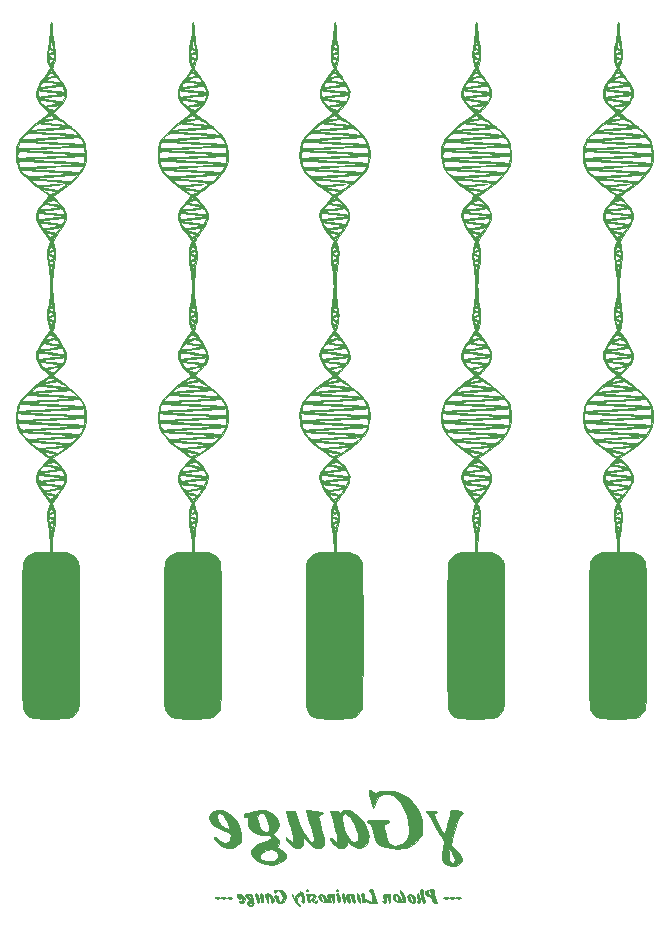
<source format=gbr>
G04 #@! TF.GenerationSoftware,KiCad,Pcbnew,no-vcs-found-e10f0c7~59~ubuntu14.04.1*
G04 #@! TF.CreationDate,2017-08-11T12:14:55+02:00*
G04 #@! TF.ProjectId,_Gauge,B347617567652E6B696361645F706362,rev?*
G04 #@! TF.SameCoordinates,Original*
G04 #@! TF.FileFunction,Legend,Bot*
G04 #@! TF.FilePolarity,Positive*
%FSLAX46Y46*%
G04 Gerber Fmt 4.6, Leading zero omitted, Abs format (unit mm)*
G04 Created by KiCad (PCBNEW no-vcs-found-e10f0c7~59~ubuntu14.04.1) date Fri Aug 11 12:14:55 2017*
%MOMM*%
%LPD*%
G01*
G04 APERTURE LIST*
%ADD10C,0.010000*%
G04 APERTURE END LIST*
D10*
G36*
X75955111Y-62167992D02*
X75923073Y-62378347D01*
X75912425Y-62635345D01*
X75888471Y-63045681D01*
X75828828Y-63488608D01*
X75784166Y-63708276D01*
X75692227Y-64232859D01*
X75659482Y-64763278D01*
X75685950Y-65244476D01*
X75771651Y-65621394D01*
X75783491Y-65651259D01*
X75915947Y-65968272D01*
X75461096Y-66589998D01*
X75090689Y-67127428D01*
X74846055Y-67572196D01*
X74725631Y-67951934D01*
X74727852Y-68294272D01*
X74851154Y-68626843D01*
X75093972Y-68977277D01*
X75311972Y-69224328D01*
X75840346Y-69789161D01*
X75424096Y-70076994D01*
X74700835Y-70601152D01*
X74126454Y-71073347D01*
X73687443Y-71507313D01*
X73370295Y-71916782D01*
X73161501Y-72315485D01*
X73124927Y-72414277D01*
X73043874Y-72810529D01*
X73023380Y-73290864D01*
X73060390Y-73781513D01*
X73151847Y-74208711D01*
X73205097Y-74350000D01*
X73485391Y-74803439D01*
X73933156Y-75294650D01*
X74545492Y-75820683D01*
X74950345Y-76123041D01*
X75267503Y-76351144D01*
X75533827Y-76544841D01*
X75715389Y-76679332D01*
X75774173Y-76725225D01*
X75754257Y-76815611D01*
X75632162Y-76998907D01*
X75429753Y-77244335D01*
X75318558Y-77366563D01*
X74997673Y-77744886D01*
X74795431Y-78086555D01*
X74713330Y-78419344D01*
X74752869Y-78771027D01*
X74915546Y-79169376D01*
X75202861Y-79642167D01*
X75461096Y-80007933D01*
X75915947Y-80629660D01*
X75783491Y-80946672D01*
X75685936Y-81338713D01*
X75660394Y-81845786D01*
X75706888Y-82423228D01*
X75782414Y-82845862D01*
X75836071Y-83183299D01*
X75878235Y-83626397D01*
X75903236Y-84105742D01*
X75907640Y-84378621D01*
X75895487Y-84846688D01*
X75862810Y-85319647D01*
X75815280Y-85728083D01*
X75782414Y-85911379D01*
X75684767Y-86517232D01*
X75660822Y-87082201D01*
X75710506Y-87562109D01*
X75785465Y-87815295D01*
X75919896Y-88137032D01*
X75345093Y-88976006D01*
X75080235Y-89385335D01*
X74874470Y-89748834D01*
X74747338Y-90030368D01*
X74718394Y-90134779D01*
X74738147Y-90514641D01*
X74897903Y-90924645D01*
X75177398Y-91324219D01*
X75441649Y-91582885D01*
X75650087Y-91765630D01*
X75789741Y-91904370D01*
X75826207Y-91957297D01*
X75758984Y-92026917D01*
X75578465Y-92170267D01*
X75316382Y-92362823D01*
X75147414Y-92481897D01*
X74500011Y-92966211D01*
X73957739Y-93442954D01*
X73538869Y-93894187D01*
X73261670Y-94301975D01*
X73231000Y-94363448D01*
X73094979Y-94790455D01*
X73026257Y-95304330D01*
X73028933Y-95828565D01*
X73107108Y-96286653D01*
X73124927Y-96342965D01*
X73308942Y-96741124D01*
X73597963Y-97146643D01*
X74005496Y-97573254D01*
X74545050Y-98034689D01*
X75230134Y-98544681D01*
X75424096Y-98680247D01*
X75840346Y-98968080D01*
X75311972Y-99532914D01*
X74993298Y-99909360D01*
X74793137Y-100250214D01*
X74713053Y-100583109D01*
X74754611Y-100935675D01*
X74919374Y-101335544D01*
X75208908Y-101810347D01*
X75461096Y-102167244D01*
X75915947Y-102788970D01*
X75783491Y-103105982D01*
X75683113Y-103508511D01*
X75657737Y-104029851D01*
X75707418Y-104630484D01*
X75780893Y-105048998D01*
X75851168Y-105480569D01*
X75898942Y-105964364D01*
X75912273Y-106297069D01*
X75913794Y-106932069D01*
X75191207Y-106932396D01*
X74670715Y-106961524D01*
X74281471Y-107058690D01*
X73987617Y-107239382D01*
X73753296Y-107519088D01*
X73723665Y-107566268D01*
X73690029Y-107625986D01*
X73661028Y-107695264D01*
X73636320Y-107786763D01*
X73615561Y-107913143D01*
X73598408Y-108087066D01*
X73584517Y-108321193D01*
X73573545Y-108628183D01*
X73565148Y-109020699D01*
X73558983Y-109511401D01*
X73554707Y-110112949D01*
X73551977Y-110838006D01*
X73550448Y-111699230D01*
X73549777Y-112709284D01*
X73549621Y-113880828D01*
X73549621Y-113982759D01*
X73549750Y-115167882D01*
X73550366Y-116190494D01*
X73551813Y-117063255D01*
X73554434Y-117798827D01*
X73558573Y-118409869D01*
X73564573Y-118909043D01*
X73572776Y-119309010D01*
X73583528Y-119622431D01*
X73597171Y-119861966D01*
X73614048Y-120040276D01*
X73634503Y-120170022D01*
X73658880Y-120263865D01*
X73687522Y-120334466D01*
X73720772Y-120394486D01*
X73723665Y-120399249D01*
X73868921Y-120613156D01*
X74025891Y-120773138D01*
X74221637Y-120886870D01*
X74483223Y-120962025D01*
X74837710Y-121006280D01*
X75312162Y-121027310D01*
X75933641Y-121032789D01*
X75957587Y-121032794D01*
X76513067Y-121030901D01*
X76923032Y-121023285D01*
X77217117Y-121007040D01*
X77424956Y-120979258D01*
X77576183Y-120937033D01*
X77700434Y-120877458D01*
X77732008Y-120858749D01*
X77979631Y-120657064D01*
X78185514Y-120408916D01*
X78191508Y-120399249D01*
X78225145Y-120339531D01*
X78254145Y-120270253D01*
X78278853Y-120178755D01*
X78299612Y-120052374D01*
X78316766Y-119878451D01*
X78330657Y-119644325D01*
X78341629Y-119337334D01*
X78350025Y-118944818D01*
X78356190Y-118454116D01*
X78360466Y-117852568D01*
X78363197Y-117127512D01*
X78364726Y-116266287D01*
X78365396Y-115256233D01*
X78365552Y-114084689D01*
X78365553Y-113982759D01*
X78365423Y-112797635D01*
X78364807Y-111775023D01*
X78363360Y-110902262D01*
X78360739Y-110166691D01*
X78356600Y-109555648D01*
X78350601Y-109056474D01*
X78342397Y-108656507D01*
X78331645Y-108343087D01*
X78318003Y-108103552D01*
X78301125Y-107925242D01*
X78280670Y-107795495D01*
X78256293Y-107701652D01*
X78227652Y-107631051D01*
X78194402Y-107571032D01*
X78191508Y-107566268D01*
X77951373Y-107262370D01*
X77649976Y-107065869D01*
X77252215Y-106961137D01*
X76767759Y-106932396D01*
X76088966Y-106932069D01*
X76088966Y-106253243D01*
X76108023Y-105810355D01*
X76157694Y-105330390D01*
X76211565Y-105005172D01*
X76088966Y-105005172D01*
X76022315Y-105090214D01*
X76001380Y-105092759D01*
X75916339Y-105026108D01*
X75913794Y-105005172D01*
X75980445Y-104920131D01*
X76001380Y-104917586D01*
X76086421Y-104984237D01*
X76088966Y-105005172D01*
X76211565Y-105005172D01*
X76218825Y-104961347D01*
X76285240Y-104531343D01*
X76176184Y-104531343D01*
X76139985Y-104711374D01*
X76075427Y-104801706D01*
X75966604Y-104749622D01*
X75948641Y-104734990D01*
X75859509Y-104635197D01*
X75911828Y-104548297D01*
X75970564Y-104503129D01*
X76115813Y-104447819D01*
X76176184Y-104531343D01*
X76285240Y-104531343D01*
X76330072Y-104241084D01*
X76330079Y-104213099D01*
X76176308Y-104213099D01*
X76106492Y-104291459D01*
X76088966Y-104303142D01*
X75886559Y-104386177D01*
X75764391Y-104330398D01*
X75738621Y-104216897D01*
X75793833Y-104070442D01*
X75944479Y-104059062D01*
X76088966Y-104130652D01*
X76176308Y-104213099D01*
X76330079Y-104213099D01*
X76330173Y-103871721D01*
X76264138Y-103871721D01*
X76255950Y-103996616D01*
X76199706Y-104031588D01*
X76047885Y-103987799D01*
X75941392Y-103947539D01*
X75694828Y-103853353D01*
X75912695Y-103736258D01*
X76125766Y-103657347D01*
X76237199Y-103714272D01*
X76264138Y-103871721D01*
X76330173Y-103871721D01*
X76330233Y-103652963D01*
X76290959Y-103489694D01*
X76137259Y-103489694D01*
X76070725Y-103544568D01*
X75899375Y-103590334D01*
X75833312Y-103522673D01*
X75826207Y-103428621D01*
X75867900Y-103277130D01*
X75977428Y-103279996D01*
X76081897Y-103376310D01*
X76137259Y-103489694D01*
X76290959Y-103489694D01*
X76220345Y-103196146D01*
X76191527Y-103122069D01*
X76088966Y-103122069D01*
X76045173Y-103165862D01*
X76001380Y-103122069D01*
X76045173Y-103078276D01*
X76088966Y-103122069D01*
X76191527Y-103122069D01*
X76135758Y-102978719D01*
X76091061Y-102834616D01*
X76088966Y-102818332D01*
X76137260Y-102725003D01*
X76248658Y-102552759D01*
X76088966Y-102552759D01*
X76021634Y-102636979D01*
X75996211Y-102640345D01*
X75943901Y-102586686D01*
X75957587Y-102552759D01*
X76036292Y-102469203D01*
X76050342Y-102465172D01*
X76087962Y-102532937D01*
X76088966Y-102552759D01*
X76248658Y-102552759D01*
X76267575Y-102523510D01*
X76458061Y-102246743D01*
X76487273Y-102205752D01*
X76215677Y-102205752D01*
X76174908Y-102280284D01*
X76080001Y-102338591D01*
X75886044Y-102412749D01*
X75754900Y-102358445D01*
X75643793Y-102188883D01*
X75593868Y-102072049D01*
X75644035Y-102039186D01*
X75828424Y-102070120D01*
X75840391Y-102072681D01*
X76108545Y-102141405D01*
X76215677Y-102205752D01*
X76487273Y-102205752D01*
X76614901Y-102026663D01*
X76851232Y-101677801D01*
X76911941Y-101576354D01*
X76804479Y-101576354D01*
X76603667Y-101847967D01*
X76449858Y-102012320D01*
X76318766Y-102081200D01*
X76295182Y-102078262D01*
X76148643Y-102030251D01*
X75908982Y-101958925D01*
X75809789Y-101930652D01*
X75432069Y-101824360D01*
X75737200Y-101757503D01*
X76029756Y-101699844D01*
X76361920Y-101642965D01*
X76423405Y-101633500D01*
X76804479Y-101576354D01*
X76911941Y-101576354D01*
X77016988Y-101400819D01*
X76658276Y-101400819D01*
X76620735Y-101439629D01*
X76444703Y-101498278D01*
X76164207Y-101566225D01*
X76045173Y-101590742D01*
X75675042Y-101658735D01*
X75432389Y-101677281D01*
X75273435Y-101633761D01*
X75154402Y-101515553D01*
X75031509Y-101310037D01*
X75023996Y-101296367D01*
X74979644Y-101179638D01*
X75059435Y-101172361D01*
X75096104Y-101182492D01*
X75259415Y-101213496D01*
X75539663Y-101250687D01*
X75879153Y-101286500D01*
X75913794Y-101289683D01*
X76242671Y-101324966D01*
X76504996Y-101363229D01*
X76650217Y-101396925D01*
X76658276Y-101400819D01*
X77016988Y-101400819D01*
X77053929Y-101339092D01*
X77194208Y-101060564D01*
X77234905Y-100949028D01*
X77236734Y-100925825D01*
X77106542Y-100925825D01*
X77055480Y-101099523D01*
X76970117Y-101258650D01*
X76840096Y-101303153D01*
X76680788Y-101284225D01*
X76448776Y-101248102D01*
X76115101Y-101201998D01*
X75753202Y-101156044D01*
X75437392Y-101113723D01*
X75196849Y-101073743D01*
X75077871Y-101043936D01*
X75073638Y-101041109D01*
X75139950Y-101017949D01*
X75348061Y-100982569D01*
X75665434Y-100939819D01*
X76051910Y-100895358D01*
X76453689Y-100855892D01*
X76787318Y-100829658D01*
X77016949Y-100819029D01*
X77106166Y-100825591D01*
X77106542Y-100925825D01*
X77236734Y-100925825D01*
X77259160Y-100641422D01*
X76841429Y-100641422D01*
X76790005Y-100685198D01*
X76564507Y-100726431D01*
X76307932Y-100753086D01*
X75968502Y-100785269D01*
X75694960Y-100816171D01*
X75535728Y-100840183D01*
X75519656Y-100844382D01*
X75376354Y-100867671D01*
X75152472Y-100881579D01*
X75147414Y-100881706D01*
X74951647Y-100869677D01*
X74875070Y-100786243D01*
X74862759Y-100616367D01*
X74879453Y-100430571D01*
X74954745Y-100375397D01*
X75059828Y-100390651D01*
X75239465Y-100420465D01*
X75535486Y-100457014D01*
X75889644Y-100493241D01*
X75957587Y-100499407D01*
X76424587Y-100548068D01*
X76719412Y-100595559D01*
X76841429Y-100641422D01*
X77259160Y-100641422D01*
X77267868Y-100530998D01*
X77251534Y-100478689D01*
X77123564Y-100478689D01*
X77016768Y-100512195D01*
X76986725Y-100505025D01*
X76831654Y-100477524D01*
X76553674Y-100443917D01*
X76204629Y-100410232D01*
X76088966Y-100400626D01*
X75635891Y-100356279D01*
X75347113Y-100309387D01*
X75225048Y-100261377D01*
X75272115Y-100213675D01*
X75490728Y-100167706D01*
X75658406Y-100146554D01*
X76017071Y-100101463D01*
X76358877Y-100049437D01*
X76550137Y-100013897D01*
X76781495Y-99981451D01*
X76918970Y-100025482D01*
X77009964Y-100128842D01*
X77121910Y-100340981D01*
X77123564Y-100478689D01*
X77251534Y-100478689D01*
X77137383Y-100113127D01*
X76970900Y-99874602D01*
X76680695Y-99874602D01*
X76616505Y-99898800D01*
X76423527Y-99936368D01*
X76146992Y-99980609D01*
X75832130Y-100024829D01*
X75524173Y-100062332D01*
X75268353Y-100086423D01*
X75235000Y-100088602D01*
X75081458Y-100070636D01*
X75037932Y-100028026D01*
X75095861Y-99922665D01*
X75235000Y-99771087D01*
X75347115Y-99676734D01*
X75459036Y-99632659D01*
X75620533Y-99635345D01*
X75881374Y-99681275D01*
X76040041Y-99714193D01*
X76344114Y-99781455D01*
X76572540Y-99838336D01*
X76678959Y-99873230D01*
X76680695Y-99874602D01*
X76970900Y-99874602D01*
X76868956Y-99728546D01*
X76721040Y-99728546D01*
X76251727Y-99643785D01*
X75962880Y-99588245D01*
X75733275Y-99538139D01*
X75651035Y-99516218D01*
X75633903Y-99466045D01*
X75771896Y-99388458D01*
X75870000Y-99351343D01*
X76098179Y-99281693D01*
X76243281Y-99290926D01*
X76386171Y-99396216D01*
X76470692Y-99478910D01*
X76721040Y-99728546D01*
X76868956Y-99728546D01*
X76839562Y-99686433D01*
X76571623Y-99415748D01*
X76298461Y-99166092D01*
X75972184Y-99166092D01*
X75960161Y-99218162D01*
X75913794Y-99224483D01*
X75841700Y-99192436D01*
X75855403Y-99166092D01*
X75959347Y-99155610D01*
X75972184Y-99166092D01*
X76298461Y-99166092D01*
X76102777Y-98987248D01*
X76612010Y-98634358D01*
X76306255Y-98634358D01*
X76183638Y-98714449D01*
X76132759Y-98736964D01*
X75925765Y-98800613D01*
X75759397Y-98762116D01*
X75629138Y-98680112D01*
X75466013Y-98555832D01*
X75389154Y-98476933D01*
X75388276Y-98473001D01*
X75464300Y-98461271D01*
X75652201Y-98474536D01*
X75891723Y-98505297D01*
X76122611Y-98546058D01*
X76264138Y-98581983D01*
X76306255Y-98634358D01*
X76612010Y-98634358D01*
X76875291Y-98451909D01*
X77449445Y-98031346D01*
X77202266Y-98031346D01*
X77150441Y-98086373D01*
X77009620Y-98203909D01*
X76832194Y-98343046D01*
X76670555Y-98462876D01*
X76577093Y-98522489D01*
X76571731Y-98523690D01*
X76492205Y-98508570D01*
X76282918Y-98468690D01*
X75986177Y-98412115D01*
X75930227Y-98401445D01*
X75555470Y-98322350D01*
X75316838Y-98255613D01*
X75224688Y-98205679D01*
X75289378Y-98176997D01*
X75395575Y-98171892D01*
X75576880Y-98162195D01*
X75878194Y-98137665D01*
X76245434Y-98102867D01*
X76391738Y-98087825D01*
X76740841Y-98054082D01*
X77016254Y-98033082D01*
X77177434Y-98027650D01*
X77202266Y-98031346D01*
X77449445Y-98031346D01*
X77536713Y-97967423D01*
X77668058Y-97854647D01*
X77288326Y-97854647D01*
X77225727Y-97878565D01*
X77025097Y-97909581D01*
X76723148Y-97942552D01*
X76555011Y-97957396D01*
X76146591Y-97995539D01*
X75736237Y-98041578D01*
X75369891Y-98089572D01*
X75093494Y-98133576D01*
X74964339Y-98163147D01*
X74882116Y-98123351D01*
X74706691Y-98010583D01*
X74593968Y-97932586D01*
X74393938Y-97782536D01*
X74270482Y-97673416D01*
X74251526Y-97645502D01*
X74332447Y-97636650D01*
X74553766Y-97640629D01*
X74881368Y-97655088D01*
X75281136Y-97677677D01*
X75718954Y-97706048D01*
X76160708Y-97737851D01*
X76572281Y-97770736D01*
X76919557Y-97802353D01*
X77168422Y-97830354D01*
X77284759Y-97852388D01*
X77288326Y-97854647D01*
X77668058Y-97854647D01*
X78050936Y-97525899D01*
X78350816Y-97197150D01*
X78234828Y-97197150D01*
X77939051Y-97475036D01*
X77746450Y-97639469D01*
X77580456Y-97712793D01*
X77362814Y-97718919D01*
X77194569Y-97702514D01*
X76923181Y-97677278D01*
X76532818Y-97647657D01*
X76079472Y-97617652D01*
X75694828Y-97595290D01*
X75274994Y-97568056D01*
X74913894Y-97536186D01*
X74650604Y-97503691D01*
X74525333Y-97475214D01*
X74559771Y-97446452D01*
X74740207Y-97414242D01*
X75037616Y-97382422D01*
X75422975Y-97354832D01*
X75444988Y-97353578D01*
X75972298Y-97323948D01*
X76547845Y-97291643D01*
X77086089Y-97261461D01*
X77358966Y-97246177D01*
X78234828Y-97197150D01*
X78350816Y-97197150D01*
X78433783Y-97106197D01*
X78455774Y-97071723D01*
X77906781Y-97071723D01*
X77837339Y-97087966D01*
X77624359Y-97109341D01*
X77299302Y-97133269D01*
X76893634Y-97157166D01*
X76817015Y-97161137D01*
X76254016Y-97193185D01*
X75648174Y-97233467D01*
X75051070Y-97278079D01*
X74514284Y-97323121D01*
X74089397Y-97364690D01*
X74015142Y-97373089D01*
X73900725Y-97317433D01*
X73741429Y-97163812D01*
X73691321Y-97103188D01*
X73559042Y-96923032D01*
X73494015Y-96812070D01*
X73493054Y-96798786D01*
X73583871Y-96796380D01*
X73820716Y-96804441D01*
X74174871Y-96821194D01*
X74617619Y-96844862D01*
X75120243Y-96873670D01*
X75654027Y-96905842D01*
X76190253Y-96939602D01*
X76700205Y-96973174D01*
X77155166Y-97004783D01*
X77526418Y-97032653D01*
X77785245Y-97055008D01*
X77902930Y-97070072D01*
X77906781Y-97071723D01*
X78455774Y-97071723D01*
X78701077Y-96687178D01*
X78806166Y-96411558D01*
X78704712Y-96411558D01*
X78636537Y-96582214D01*
X78576821Y-96700633D01*
X78437090Y-96970844D01*
X77849644Y-96916246D01*
X77554286Y-96893595D01*
X77130756Y-96867455D01*
X76625950Y-96840421D01*
X76086762Y-96815091D01*
X75821616Y-96803983D01*
X75325886Y-96781022D01*
X74882847Y-96754671D01*
X74526009Y-96727377D01*
X74288882Y-96701583D01*
X74214673Y-96686729D01*
X74251729Y-96666488D01*
X74442661Y-96640551D01*
X74766332Y-96610674D01*
X75201604Y-96578612D01*
X75727338Y-96546118D01*
X76229155Y-96519490D01*
X76836597Y-96488058D01*
X77391316Y-96456607D01*
X77867601Y-96426816D01*
X78239739Y-96400363D01*
X78482019Y-96378928D01*
X78563276Y-96367086D01*
X78680680Y-96349411D01*
X78704712Y-96411558D01*
X78806166Y-96411558D01*
X78856690Y-96279050D01*
X78165143Y-96279050D01*
X78088336Y-96289823D01*
X77859514Y-96307490D01*
X77501638Y-96330633D01*
X77037668Y-96357835D01*
X76490566Y-96387679D01*
X75978682Y-96413998D01*
X75374762Y-96445662D01*
X74830562Y-96476940D01*
X74369953Y-96506237D01*
X74016806Y-96531957D01*
X73794992Y-96552503D01*
X73727743Y-96564470D01*
X73586490Y-96599961D01*
X73413788Y-96523706D01*
X73274988Y-96369957D01*
X73249767Y-96313950D01*
X73203484Y-96128016D01*
X73211471Y-96029334D01*
X73304657Y-96024065D01*
X73545512Y-96027921D01*
X73906845Y-96039532D01*
X74361470Y-96057527D01*
X74882195Y-96080536D01*
X75441833Y-96107187D01*
X76013194Y-96136111D01*
X76569090Y-96165936D01*
X77082330Y-96195292D01*
X77525726Y-96222808D01*
X77872089Y-96247115D01*
X78094229Y-96266840D01*
X78165143Y-96279050D01*
X78856690Y-96279050D01*
X78868642Y-96247704D01*
X78937194Y-95853505D01*
X78804138Y-95853505D01*
X78804138Y-96179890D01*
X77906380Y-96122971D01*
X77510247Y-96098938D01*
X76990954Y-96069006D01*
X76400291Y-96036078D01*
X75790050Y-96003055D01*
X75396808Y-95982362D01*
X74885154Y-95954421D01*
X74437399Y-95927353D01*
X74081468Y-95903059D01*
X73845284Y-95883443D01*
X73756936Y-95870614D01*
X73833208Y-95859468D01*
X74062538Y-95842030D01*
X74422973Y-95819578D01*
X74892561Y-95793391D01*
X75449351Y-95764747D01*
X76071392Y-95734924D01*
X76144813Y-95731537D01*
X76782278Y-95700802D01*
X77365506Y-95669934D01*
X77870678Y-95640413D01*
X78273975Y-95613719D01*
X78551578Y-95591333D01*
X78679668Y-95574735D01*
X78682443Y-95573820D01*
X78765777Y-95589283D01*
X78800943Y-95738803D01*
X78804138Y-95853505D01*
X78937194Y-95853505D01*
X78952301Y-95766635D01*
X78960157Y-95666647D01*
X78960096Y-95478745D01*
X78017527Y-95478745D01*
X77901211Y-95508264D01*
X77610771Y-95537734D01*
X77145801Y-95567028D01*
X76789656Y-95584168D01*
X76202068Y-95611715D01*
X75593705Y-95642975D01*
X75020088Y-95674913D01*
X74536739Y-95704499D01*
X74337242Y-95718109D01*
X73863971Y-95751642D01*
X73537359Y-95768255D01*
X73329243Y-95762089D01*
X73211458Y-95727289D01*
X73155842Y-95657995D01*
X73134229Y-95548350D01*
X73126399Y-95466271D01*
X73097970Y-95169148D01*
X73695709Y-95223865D01*
X73976647Y-95244314D01*
X74392235Y-95267725D01*
X74902020Y-95292148D01*
X75465550Y-95315636D01*
X76001380Y-95334899D01*
X76749625Y-95362742D01*
X77325767Y-95391176D01*
X77729400Y-95420074D01*
X77960122Y-95449306D01*
X78017527Y-95478745D01*
X78960096Y-95478745D01*
X78959968Y-95091345D01*
X78953751Y-95060169D01*
X78804138Y-95060169D01*
X78798696Y-95264430D01*
X78785294Y-95367429D01*
X78782242Y-95370420D01*
X78692658Y-95366008D01*
X78450150Y-95353669D01*
X78076734Y-95334534D01*
X77594424Y-95309732D01*
X77025235Y-95280396D01*
X76391182Y-95247656D01*
X76227814Y-95239211D01*
X75579786Y-95204320D01*
X74990018Y-95169911D01*
X74480786Y-95137495D01*
X74074365Y-95108584D01*
X73793032Y-95084691D01*
X73659062Y-95067328D01*
X73651320Y-95064308D01*
X73699527Y-95036645D01*
X73873346Y-95020810D01*
X73950403Y-95019444D01*
X74224272Y-95014620D01*
X74618681Y-95002207D01*
X75102981Y-94983689D01*
X75646520Y-94960551D01*
X76218649Y-94934278D01*
X76788717Y-94906354D01*
X77326073Y-94878263D01*
X77800068Y-94851491D01*
X78180050Y-94827522D01*
X78435370Y-94807840D01*
X78519483Y-94798131D01*
X78709034Y-94777288D01*
X78787609Y-94833727D01*
X78804019Y-95012381D01*
X78804138Y-95060169D01*
X78953751Y-95060169D01*
X78875548Y-94668054D01*
X78015863Y-94668054D01*
X77989774Y-94686778D01*
X77808222Y-94710921D01*
X77490779Y-94738992D01*
X77057019Y-94769501D01*
X76526513Y-94800955D01*
X75918835Y-94831864D01*
X75782414Y-94838184D01*
X75145426Y-94868352D01*
X74567418Y-94897931D01*
X74070960Y-94925590D01*
X73678626Y-94949995D01*
X73412985Y-94969815D01*
X73296610Y-94983716D01*
X73293506Y-94985122D01*
X73227405Y-94992931D01*
X73213240Y-94859966D01*
X73243516Y-94664984D01*
X73305080Y-94384683D01*
X74018230Y-94438051D01*
X74353302Y-94459784D01*
X74815107Y-94485116D01*
X75355311Y-94511625D01*
X75925577Y-94536892D01*
X76264138Y-94550529D01*
X76780018Y-94573211D01*
X77247947Y-94598981D01*
X77634325Y-94625585D01*
X77905555Y-94650768D01*
X78015863Y-94668054D01*
X78875548Y-94668054D01*
X78863649Y-94608397D01*
X78820075Y-94518055D01*
X78699588Y-94518055D01*
X78636816Y-94544983D01*
X78441116Y-94552629D01*
X78153818Y-94539541D01*
X78133088Y-94537949D01*
X77858886Y-94519245D01*
X77447727Y-94494897D01*
X76937655Y-94466977D01*
X76366716Y-94437561D01*
X75772954Y-94408722D01*
X75702303Y-94405414D01*
X75154046Y-94377938D01*
X74667101Y-94349884D01*
X74267902Y-94323076D01*
X73982882Y-94299337D01*
X73838474Y-94280490D01*
X73826499Y-94276038D01*
X73874702Y-94248290D01*
X74048524Y-94232248D01*
X74125575Y-94230797D01*
X74383466Y-94224527D01*
X74774971Y-94208517D01*
X75261188Y-94184982D01*
X75803211Y-94156142D01*
X76362138Y-94124213D01*
X76899063Y-94091413D01*
X77375084Y-94059959D01*
X77751297Y-94032069D01*
X77977947Y-94011222D01*
X78213017Y-93986850D01*
X78362124Y-94000638D01*
X78468661Y-94083063D01*
X78576021Y-94264602D01*
X78699588Y-94518055D01*
X78820075Y-94518055D01*
X78652441Y-94170502D01*
X78441046Y-93900693D01*
X77573589Y-93900693D01*
X77457456Y-93932508D01*
X77175397Y-93964189D01*
X76728941Y-93996600D01*
X76176552Y-94027686D01*
X75606459Y-94056410D01*
X75059000Y-94082800D01*
X74572666Y-94105088D01*
X74185951Y-94121509D01*
X73944788Y-94130095D01*
X73420955Y-94144483D01*
X73952426Y-93613012D01*
X75611903Y-93709505D01*
X76348313Y-93754895D01*
X76911159Y-93795847D01*
X77301969Y-93833224D01*
X77522269Y-93867886D01*
X77573589Y-93900693D01*
X78441046Y-93900693D01*
X78367303Y-93806574D01*
X78234828Y-93806574D01*
X77840690Y-93757119D01*
X77619738Y-93735067D01*
X77263303Y-93706017D01*
X76810792Y-93672901D01*
X76301613Y-93638650D01*
X75962764Y-93617401D01*
X75472598Y-93585954D01*
X75047030Y-93555554D01*
X74715277Y-93528539D01*
X74506557Y-93507248D01*
X74448012Y-93496172D01*
X74515520Y-93477455D01*
X74722284Y-93451881D01*
X75032721Y-93423373D01*
X75274903Y-93405012D01*
X75761662Y-93367577D01*
X76292033Y-93321655D01*
X76769775Y-93275691D01*
X76877230Y-93264373D01*
X77621701Y-93183930D01*
X77928264Y-93495252D01*
X78234828Y-93806574D01*
X78367303Y-93806574D01*
X78307589Y-93730360D01*
X78111560Y-93526656D01*
X77749053Y-93192248D01*
X77635581Y-93097641D01*
X77011212Y-93097641D01*
X76945954Y-93127933D01*
X76738058Y-93161548D01*
X76419904Y-93194397D01*
X76023870Y-93222390D01*
X76023112Y-93222433D01*
X75611562Y-93247971D01*
X75262586Y-93273511D01*
X75014311Y-93296003D01*
X74906552Y-93311735D01*
X74765088Y-93333760D01*
X74537372Y-93346470D01*
X74512414Y-93346936D01*
X74205863Y-93351495D01*
X74512414Y-93087951D01*
X74735406Y-92921120D01*
X74932267Y-92857952D01*
X75184242Y-92868711D01*
X75452385Y-92897809D01*
X75820718Y-92933451D01*
X76214797Y-92968471D01*
X76259928Y-92972261D01*
X76594132Y-93007335D01*
X76854914Y-93048225D01*
X76998019Y-93087548D01*
X77011212Y-93097641D01*
X77635581Y-93097641D01*
X77425127Y-92922177D01*
X77227587Y-92922177D01*
X77146609Y-92932966D01*
X76927223Y-92923589D01*
X76604755Y-92896308D01*
X76286035Y-92861911D01*
X75887645Y-92815351D01*
X75546389Y-92775751D01*
X75304554Y-92748002D01*
X75213104Y-92737830D01*
X75225732Y-92717268D01*
X75379226Y-92675412D01*
X75641810Y-92620650D01*
X75694828Y-92610695D01*
X76013624Y-92550174D01*
X76269064Y-92498895D01*
X76407732Y-92467595D01*
X76410147Y-92466895D01*
X76530261Y-92491688D01*
X76729689Y-92580926D01*
X76950615Y-92702409D01*
X77135226Y-92823937D01*
X77225706Y-92913307D01*
X77227587Y-92922177D01*
X77425127Y-92922177D01*
X77321247Y-92835568D01*
X76912063Y-92526098D01*
X76855345Y-92486579D01*
X76649810Y-92341613D01*
X76307931Y-92341613D01*
X76197260Y-92390036D01*
X75935955Y-92449593D01*
X75821108Y-92472448D01*
X75534004Y-92528082D01*
X75378454Y-92554353D01*
X75314152Y-92555818D01*
X75300795Y-92537033D01*
X75300690Y-92531281D01*
X75367628Y-92466807D01*
X75534537Y-92350951D01*
X75597914Y-92310937D01*
X75820907Y-92195539D01*
X75996438Y-92180813D01*
X76145328Y-92226648D01*
X76284958Y-92291443D01*
X76307931Y-92341613D01*
X76649810Y-92341613D01*
X76561129Y-92279066D01*
X76331205Y-92106410D01*
X76197505Y-91993142D01*
X76176552Y-91965110D01*
X76234763Y-91881693D01*
X76278013Y-91833786D01*
X76001380Y-91833786D01*
X75944804Y-91839762D01*
X75913794Y-91823448D01*
X75830149Y-91740923D01*
X75826207Y-91725524D01*
X75882784Y-91719548D01*
X75913794Y-91735862D01*
X75997439Y-91818387D01*
X76001380Y-91833786D01*
X76278013Y-91833786D01*
X76388904Y-91710955D01*
X76608241Y-91486575D01*
X76658569Y-91436910D01*
X76739509Y-91347531D01*
X76606353Y-91347531D01*
X76508512Y-91475434D01*
X76417414Y-91545413D01*
X76234236Y-91653346D01*
X76073883Y-91671317D01*
X75858105Y-91602384D01*
X75782414Y-91570234D01*
X75519656Y-91456299D01*
X75782414Y-91403821D01*
X76069807Y-91346846D01*
X76329828Y-91295781D01*
X76545088Y-91282791D01*
X76606353Y-91347531D01*
X76739509Y-91347531D01*
X76966399Y-91096986D01*
X76661699Y-91096986D01*
X76607596Y-91131969D01*
X76425181Y-91180678D01*
X76159863Y-91234316D01*
X75857047Y-91284087D01*
X75562143Y-91321194D01*
X75455985Y-91330564D01*
X75303596Y-91271252D01*
X75159466Y-91120025D01*
X75067267Y-90955453D01*
X75047542Y-90867861D01*
X75047964Y-90867445D01*
X75147201Y-90862425D01*
X75370560Y-90881326D01*
X75669717Y-90917273D01*
X75996351Y-90963393D01*
X76302137Y-91012814D01*
X76538753Y-91058660D01*
X76657877Y-91094059D01*
X76661699Y-91096986D01*
X76966399Y-91096986D01*
X76991154Y-91069651D01*
X77196824Y-90727006D01*
X77262397Y-90437109D01*
X77129893Y-90437109D01*
X77123000Y-90524167D01*
X77061498Y-90706225D01*
X77051016Y-90731997D01*
X76945501Y-90918756D01*
X76818887Y-90967840D01*
X76750912Y-90956680D01*
X76562387Y-90922310D01*
X76272919Y-90883056D01*
X76041514Y-90857371D01*
X75621193Y-90810087D01*
X75372195Y-90766826D01*
X75295150Y-90723592D01*
X75390686Y-90676389D01*
X75659433Y-90621222D01*
X76088966Y-90555930D01*
X76487669Y-90501996D01*
X76817849Y-90461600D01*
X77043946Y-90438803D01*
X77129893Y-90437109D01*
X77262397Y-90437109D01*
X77274565Y-90383316D01*
X77267779Y-90334220D01*
X76949968Y-90334220D01*
X76901808Y-90363001D01*
X76727990Y-90381513D01*
X76650978Y-90383973D01*
X76395303Y-90399914D01*
X76038722Y-90436687D01*
X75653188Y-90486744D01*
X75607242Y-90493456D01*
X74906552Y-90597241D01*
X74878478Y-90347959D01*
X74869115Y-90156812D01*
X74885576Y-90063505D01*
X74981627Y-90059642D01*
X75208400Y-90077524D01*
X75523585Y-90111605D01*
X75884871Y-90156334D01*
X76249947Y-90206165D01*
X76576504Y-90255548D01*
X76822229Y-90298936D01*
X76944813Y-90330779D01*
X76949968Y-90334220D01*
X77267779Y-90334220D01*
X77228837Y-90052522D01*
X77127557Y-90052522D01*
X77099767Y-90161222D01*
X76945623Y-90176722D01*
X76855345Y-90164364D01*
X76629647Y-90130373D01*
X76297088Y-90083807D01*
X75924604Y-90034006D01*
X75875965Y-90027682D01*
X75547923Y-89981956D01*
X75294616Y-89940574D01*
X75159785Y-89910870D01*
X75149410Y-89905846D01*
X75212510Y-89881925D01*
X75408498Y-89849155D01*
X75695799Y-89814413D01*
X75712756Y-89812651D01*
X76074906Y-89769807D01*
X76416236Y-89720304D01*
X76627475Y-89681954D01*
X76845847Y-89649214D01*
X76963817Y-89692348D01*
X77043509Y-89824398D01*
X77127557Y-90052522D01*
X77228837Y-90052522D01*
X77223362Y-90012923D01*
X77042199Y-89590169D01*
X77014393Y-89545558D01*
X76581773Y-89545558D01*
X76418522Y-89600461D01*
X76082088Y-89655833D01*
X75725900Y-89700097D01*
X75406678Y-89734953D01*
X75191226Y-89753130D01*
X75185243Y-89753430D01*
X74938417Y-89765172D01*
X75129478Y-89496852D01*
X75288093Y-89327009D01*
X75424565Y-89270785D01*
X75440928Y-89274728D01*
X75592890Y-89311660D01*
X75849081Y-89355321D01*
X76022210Y-89379320D01*
X76383737Y-89435540D01*
X76570218Y-89490768D01*
X76581773Y-89545558D01*
X77014393Y-89545558D01*
X76864647Y-89305315D01*
X76700534Y-89305315D01*
X76550953Y-89338448D01*
X76242768Y-89306014D01*
X76131687Y-89286307D01*
X75833953Y-89224783D01*
X75610502Y-89168213D01*
X75512540Y-89130356D01*
X75561740Y-89087187D01*
X75739992Y-89027449D01*
X75920702Y-88983597D01*
X76202401Y-88932827D01*
X76375622Y-88936254D01*
X76499916Y-88998573D01*
X76539849Y-89032411D01*
X76695502Y-89204130D01*
X76700534Y-89305315D01*
X76864647Y-89305315D01*
X76730061Y-89089395D01*
X76556018Y-88844641D01*
X76488592Y-88752313D01*
X76242604Y-88752313D01*
X76212336Y-88801992D01*
X76045067Y-88846041D01*
X75829856Y-88895455D01*
X75694828Y-88928774D01*
X75589114Y-88930485D01*
X75604501Y-88831058D01*
X75666035Y-88722667D01*
X75808240Y-88566956D01*
X75971711Y-88565080D01*
X76137810Y-88663207D01*
X76242604Y-88752313D01*
X76488592Y-88752313D01*
X76226180Y-88392989D01*
X76059771Y-88392989D01*
X76047748Y-88445058D01*
X76001380Y-88451379D01*
X75929286Y-88419333D01*
X75942989Y-88392989D01*
X76046933Y-88382506D01*
X76059771Y-88392989D01*
X76226180Y-88392989D01*
X76072418Y-88182441D01*
X76210126Y-87838276D01*
X76088966Y-87838276D01*
X76021634Y-87922496D01*
X75996211Y-87925862D01*
X75943901Y-87872204D01*
X75957587Y-87838276D01*
X76036292Y-87754720D01*
X76050342Y-87750690D01*
X76087962Y-87818454D01*
X76088966Y-87838276D01*
X76210126Y-87838276D01*
X76212072Y-87833414D01*
X76271822Y-87579912D01*
X76130043Y-87579912D01*
X76004586Y-87661932D01*
X75868434Y-87608335D01*
X75800829Y-87487931D01*
X75779138Y-87347499D01*
X75842403Y-87326404D01*
X76009591Y-87404739D01*
X76124452Y-87508016D01*
X76130043Y-87579912D01*
X76271822Y-87579912D01*
X76325144Y-87353687D01*
X76328070Y-87137586D01*
X76264138Y-87137586D01*
X76208926Y-87284041D01*
X76058280Y-87295420D01*
X75913794Y-87223831D01*
X75826452Y-87141384D01*
X75896267Y-87063024D01*
X75913794Y-87051341D01*
X76116201Y-86968306D01*
X76238369Y-87024085D01*
X76264138Y-87137586D01*
X76328070Y-87137586D01*
X76333204Y-86758557D01*
X76325962Y-86707400D01*
X76153744Y-86707400D01*
X76127080Y-86778616D01*
X76044217Y-86842564D01*
X75854611Y-86950190D01*
X75758534Y-86918546D01*
X75738621Y-86801839D01*
X75778112Y-86613390D01*
X75903703Y-86576596D01*
X76028681Y-86626680D01*
X76153744Y-86707400D01*
X76325962Y-86707400D01*
X76282199Y-86398273D01*
X76176552Y-86398273D01*
X76133762Y-86511389D01*
X75997790Y-86485262D01*
X75913794Y-86435555D01*
X75827489Y-86352638D01*
X75898125Y-86274982D01*
X75909612Y-86267503D01*
X76076833Y-86222822D01*
X76168603Y-86326440D01*
X76176552Y-86398273D01*
X76282199Y-86398273D01*
X76236137Y-86072912D01*
X76220345Y-85998966D01*
X76216327Y-85973436D01*
X76053335Y-85973436D01*
X76041433Y-86005018D01*
X75956880Y-86082681D01*
X75915507Y-85994225D01*
X75913794Y-85950003D01*
X75956886Y-85859794D01*
X76002809Y-85868469D01*
X76053335Y-85973436D01*
X76216327Y-85973436D01*
X76167453Y-85662949D01*
X76125924Y-85214605D01*
X76100604Y-84716658D01*
X76095120Y-84378621D01*
X76106505Y-83882932D01*
X76137427Y-83393786D01*
X76183041Y-82973907D01*
X76209609Y-82820333D01*
X76053335Y-82820333D01*
X76041433Y-82851914D01*
X75956880Y-82929577D01*
X75915507Y-82841121D01*
X75913794Y-82796900D01*
X75956886Y-82706690D01*
X76002809Y-82715366D01*
X76053335Y-82820333D01*
X76209609Y-82820333D01*
X76220345Y-82758276D01*
X76281199Y-82377221D01*
X76166299Y-82377221D01*
X76146895Y-82446470D01*
X76048081Y-82524187D01*
X75910500Y-82513959D01*
X75828024Y-82427066D01*
X75826207Y-82407931D01*
X75896299Y-82323608D01*
X76038932Y-82262771D01*
X76152638Y-82267623D01*
X76156115Y-82270713D01*
X76166299Y-82377221D01*
X76281199Y-82377221D01*
X76323493Y-82112395D01*
X76326890Y-81976342D01*
X76150781Y-81976342D01*
X76128715Y-82047138D01*
X76048054Y-82110103D01*
X75866922Y-82186904D01*
X75761066Y-82107635D01*
X75738621Y-81964831D01*
X75756610Y-81828641D01*
X75838348Y-81808934D01*
X76022923Y-81893943D01*
X76150781Y-81976342D01*
X76326890Y-81976342D01*
X76335797Y-81619655D01*
X76264138Y-81619655D01*
X76208926Y-81766110D01*
X76058280Y-81777489D01*
X75913794Y-81705900D01*
X75826452Y-81623453D01*
X75896267Y-81545093D01*
X75913794Y-81533410D01*
X76116201Y-81450375D01*
X76238369Y-81506154D01*
X76264138Y-81619655D01*
X76335797Y-81619655D01*
X76337812Y-81539000D01*
X76291461Y-81248266D01*
X76142444Y-81248266D01*
X76055234Y-81331253D01*
X76033785Y-81344000D01*
X75851997Y-81430819D01*
X75784001Y-81400397D01*
X75800829Y-81269310D01*
X75868146Y-81119730D01*
X75983326Y-81120101D01*
X76077578Y-81172832D01*
X76142444Y-81248266D01*
X76291461Y-81248266D01*
X76263323Y-81071782D01*
X76219152Y-80946393D01*
X76210199Y-80924135D01*
X76088966Y-80924135D01*
X76035307Y-80976444D01*
X76001380Y-80962759D01*
X75917824Y-80884053D01*
X75913794Y-80870003D01*
X75981558Y-80832384D01*
X76001380Y-80831379D01*
X76085600Y-80898711D01*
X76088966Y-80924135D01*
X76210199Y-80924135D01*
X76161649Y-80803436D01*
X76136358Y-80686009D01*
X76156165Y-80563591D01*
X76233951Y-80405664D01*
X76242059Y-80393448D01*
X76088966Y-80393448D01*
X76021634Y-80477669D01*
X75996211Y-80481035D01*
X75943901Y-80427376D01*
X75957587Y-80393448D01*
X76036292Y-80309892D01*
X76050342Y-80305862D01*
X76087962Y-80373627D01*
X76088966Y-80393448D01*
X76242059Y-80393448D01*
X76382601Y-80181708D01*
X76480681Y-80046442D01*
X76215677Y-80046442D01*
X76174908Y-80120974D01*
X76080001Y-80179281D01*
X75886044Y-80253438D01*
X75754900Y-80199134D01*
X75643793Y-80029572D01*
X75593868Y-79912739D01*
X75644035Y-79879875D01*
X75828424Y-79910809D01*
X75840391Y-79913371D01*
X76108545Y-79982095D01*
X76215677Y-80046442D01*
X76480681Y-80046442D01*
X76614998Y-79861203D01*
X76760965Y-79662901D01*
X76916693Y-79417044D01*
X76804479Y-79417044D01*
X76603667Y-79688657D01*
X76449858Y-79853010D01*
X76318766Y-79921890D01*
X76295182Y-79918951D01*
X76148643Y-79870941D01*
X75908982Y-79799615D01*
X75809789Y-79771341D01*
X75432069Y-79665050D01*
X75737200Y-79598192D01*
X76029756Y-79540534D01*
X76361920Y-79483655D01*
X76423405Y-79474189D01*
X76804479Y-79417044D01*
X76916693Y-79417044D01*
X77027879Y-79241509D01*
X76658276Y-79241509D01*
X76620735Y-79280319D01*
X76444703Y-79338968D01*
X76164207Y-79406915D01*
X76045173Y-79431432D01*
X75675042Y-79499425D01*
X75432389Y-79517971D01*
X75273435Y-79474450D01*
X75154402Y-79356242D01*
X75031509Y-79150727D01*
X75023996Y-79137057D01*
X74979644Y-79020327D01*
X75059435Y-79013050D01*
X75096104Y-79023181D01*
X75259415Y-79054186D01*
X75539663Y-79091377D01*
X75879153Y-79127190D01*
X75913794Y-79130373D01*
X76242671Y-79165656D01*
X76504996Y-79203919D01*
X76650217Y-79237615D01*
X76658276Y-79241509D01*
X77027879Y-79241509D01*
X77082297Y-79155597D01*
X77223329Y-78766514D01*
X77106542Y-78766514D01*
X77055480Y-78940213D01*
X76970117Y-79099339D01*
X76840096Y-79143843D01*
X76680788Y-79124915D01*
X76448776Y-79088791D01*
X76115101Y-79042687D01*
X75753202Y-78996733D01*
X75437392Y-78954412D01*
X75196849Y-78914433D01*
X75077871Y-78884625D01*
X75073638Y-78881799D01*
X75139950Y-78858638D01*
X75348061Y-78823259D01*
X75665434Y-78780509D01*
X76051910Y-78736048D01*
X76453689Y-78696581D01*
X76787318Y-78670348D01*
X77016949Y-78659719D01*
X77106166Y-78666281D01*
X77106542Y-78766514D01*
X77223329Y-78766514D01*
X77245933Y-78704154D01*
X77248319Y-78482111D01*
X76841429Y-78482111D01*
X76790005Y-78525888D01*
X76564507Y-78567121D01*
X76307932Y-78593776D01*
X75968502Y-78625959D01*
X75694960Y-78656861D01*
X75535728Y-78680872D01*
X75519656Y-78685072D01*
X75376354Y-78708360D01*
X75152472Y-78722268D01*
X75147414Y-78722396D01*
X74951647Y-78710367D01*
X74875070Y-78626933D01*
X74862759Y-78457057D01*
X74879453Y-78271261D01*
X74954745Y-78216086D01*
X75059828Y-78231341D01*
X75239465Y-78261155D01*
X75535486Y-78297703D01*
X75889644Y-78333931D01*
X75957587Y-78340097D01*
X76424587Y-78388758D01*
X76719412Y-78436248D01*
X76841429Y-78482111D01*
X77248319Y-78482111D01*
X77250068Y-78319379D01*
X77123564Y-78319379D01*
X77016768Y-78352884D01*
X76986725Y-78345715D01*
X76831654Y-78318214D01*
X76553674Y-78284606D01*
X76204629Y-78250922D01*
X76088966Y-78241316D01*
X75635891Y-78196969D01*
X75347113Y-78150077D01*
X75225048Y-78102067D01*
X75272115Y-78054365D01*
X75490728Y-78008396D01*
X75658406Y-77987244D01*
X76017071Y-77942152D01*
X76358877Y-77890126D01*
X76550137Y-77854587D01*
X76781495Y-77822141D01*
X76918970Y-77866171D01*
X77009964Y-77969531D01*
X77121910Y-78181671D01*
X77123564Y-78319379D01*
X77250068Y-78319379D01*
X77250435Y-78285261D01*
X77094364Y-77875606D01*
X76974022Y-77715292D01*
X76680695Y-77715292D01*
X76616505Y-77739490D01*
X76423527Y-77777057D01*
X76146992Y-77821299D01*
X75832130Y-77865519D01*
X75524173Y-77903022D01*
X75268353Y-77927113D01*
X75235000Y-77929292D01*
X75081458Y-77911326D01*
X75037932Y-77868716D01*
X75095861Y-77763355D01*
X75235000Y-77611776D01*
X75347115Y-77517423D01*
X75459036Y-77473349D01*
X75620533Y-77476035D01*
X75881374Y-77521964D01*
X76040041Y-77554883D01*
X76344114Y-77622144D01*
X76572540Y-77679026D01*
X76678959Y-77713920D01*
X76680695Y-77715292D01*
X76974022Y-77715292D01*
X76864382Y-77569235D01*
X76721040Y-77569235D01*
X76251727Y-77484475D01*
X75962880Y-77428935D01*
X75733275Y-77378828D01*
X75651035Y-77356908D01*
X75633903Y-77306734D01*
X75771896Y-77229147D01*
X75870000Y-77192033D01*
X76098179Y-77122382D01*
X76243281Y-77131615D01*
X76386171Y-77236906D01*
X76470692Y-77319600D01*
X76721040Y-77569235D01*
X76864382Y-77569235D01*
X76776284Y-77451876D01*
X76614260Y-77283918D01*
X76397345Y-77062945D01*
X76320298Y-76977586D01*
X76001380Y-76977586D01*
X75934048Y-77061807D01*
X75908625Y-77065172D01*
X75856315Y-77011514D01*
X75870000Y-76977586D01*
X75948706Y-76894030D01*
X75962756Y-76890000D01*
X76000376Y-76957765D01*
X76001380Y-76977586D01*
X76320298Y-76977586D01*
X76240769Y-76889479D01*
X76176748Y-76799322D01*
X76176552Y-76797470D01*
X76243767Y-76728010D01*
X76426443Y-76580757D01*
X76625569Y-76430891D01*
X76395518Y-76430891D01*
X76176552Y-76523515D01*
X75955035Y-76601226D01*
X75792274Y-76590853D01*
X75610191Y-76478554D01*
X75520926Y-76407285D01*
X75259437Y-76193629D01*
X75608512Y-76249502D01*
X75896050Y-76302567D01*
X76147243Y-76360062D01*
X76176552Y-76368133D01*
X76395518Y-76430891D01*
X76625569Y-76430891D01*
X76696127Y-76377788D01*
X77001459Y-76157398D01*
X77479349Y-75795303D01*
X77211395Y-75795303D01*
X77189913Y-75876721D01*
X77069300Y-75979331D01*
X76861699Y-76115783D01*
X76578299Y-76265921D01*
X76372960Y-76295777D01*
X76314915Y-76280789D01*
X76128779Y-76232724D01*
X75842324Y-76180970D01*
X75621764Y-76150024D01*
X75358114Y-76110409D01*
X75189659Y-76070912D01*
X75153157Y-76044890D01*
X75252070Y-76018648D01*
X75488671Y-75979399D01*
X75826458Y-75932655D01*
X76189668Y-75888403D01*
X76592466Y-75838842D01*
X76823689Y-75802083D01*
X76886414Y-75777429D01*
X76783716Y-75764183D01*
X76743565Y-75762841D01*
X76437482Y-75768784D01*
X76038566Y-75795089D01*
X75627243Y-75836285D01*
X75581103Y-75841940D01*
X75224408Y-75883967D01*
X74991391Y-75896257D01*
X74832041Y-75871833D01*
X74696348Y-75803717D01*
X74551879Y-75698347D01*
X74374568Y-75550543D01*
X74283075Y-75449035D01*
X74280177Y-75428904D01*
X74385650Y-75414549D01*
X74628436Y-75418634D01*
X74972193Y-75437769D01*
X75380584Y-75468565D01*
X75817269Y-75507632D01*
X76245909Y-75551582D01*
X76630164Y-75597025D01*
X76933694Y-75640571D01*
X77120162Y-75678832D01*
X77160556Y-75697557D01*
X77211395Y-75795303D01*
X77479349Y-75795303D01*
X77667577Y-75652684D01*
X78180887Y-75183770D01*
X78371809Y-74951958D01*
X78234828Y-74951958D01*
X77928951Y-75268251D01*
X77680595Y-75482278D01*
X77487888Y-75547602D01*
X77447227Y-75542124D01*
X77302795Y-75521382D01*
X77017558Y-75491522D01*
X76625452Y-75455711D01*
X76160413Y-75417111D01*
X75847155Y-75392928D01*
X75372963Y-75355697D01*
X74968986Y-75320765D01*
X74663468Y-75290835D01*
X74484649Y-75268615D01*
X74449995Y-75259086D01*
X74541989Y-75244823D01*
X74779289Y-75222591D01*
X75132334Y-75194767D01*
X75571564Y-75163726D01*
X75918013Y-75141130D01*
X76440702Y-75106840D01*
X76936956Y-75071896D01*
X77365023Y-75039408D01*
X77683148Y-75012489D01*
X77796897Y-75001099D01*
X78234828Y-74951958D01*
X78371809Y-74951958D01*
X78449261Y-74857918D01*
X77712312Y-74857918D01*
X77616649Y-74876499D01*
X77377659Y-74903594D01*
X77026845Y-74936734D01*
X76595707Y-74973448D01*
X76115747Y-75011265D01*
X75618467Y-75047716D01*
X75135368Y-75080328D01*
X74697951Y-75106633D01*
X74337718Y-75124160D01*
X74298241Y-75125663D01*
X74001159Y-75095431D01*
X73762017Y-74953160D01*
X73707034Y-74902924D01*
X73549728Y-74739958D01*
X73465722Y-74629049D01*
X73461380Y-74615063D01*
X73541758Y-74597963D01*
X73755870Y-74598121D01*
X74063186Y-74615003D01*
X74183149Y-74624582D01*
X74531409Y-74650599D01*
X75002453Y-74680320D01*
X75544022Y-74710715D01*
X76103856Y-74738757D01*
X76331778Y-74749100D01*
X76805074Y-74772612D01*
X77206325Y-74797885D01*
X77507749Y-74822730D01*
X77681567Y-74844958D01*
X77712312Y-74857918D01*
X78449261Y-74857918D01*
X78554467Y-74730180D01*
X78801393Y-74271439D01*
X78817377Y-74213378D01*
X78696712Y-74213378D01*
X78675263Y-74297833D01*
X78590055Y-74474139D01*
X78566011Y-74518061D01*
X78448336Y-74696611D01*
X78319536Y-74764798D01*
X78105291Y-74756805D01*
X78059656Y-74750944D01*
X77866716Y-74732190D01*
X77531267Y-74706789D01*
X77085753Y-74676896D01*
X76562616Y-74644665D01*
X75994298Y-74612251D01*
X75870000Y-74605502D01*
X75321921Y-74574899D01*
X74836230Y-74545650D01*
X74438990Y-74519499D01*
X74156262Y-74498191D01*
X74014109Y-74483472D01*
X74002576Y-74480448D01*
X74063049Y-74462407D01*
X74280023Y-74438955D01*
X74657015Y-74409852D01*
X75197543Y-74374858D01*
X75905125Y-74333732D01*
X76783278Y-74286234D01*
X77051736Y-74272200D01*
X77564364Y-74246940D01*
X78012957Y-74227442D01*
X78369740Y-74214698D01*
X78606938Y-74209703D01*
X78696712Y-74213378D01*
X78817377Y-74213378D01*
X78855723Y-74074094D01*
X77871340Y-74074094D01*
X77792779Y-74104814D01*
X77542327Y-74137294D01*
X77119164Y-74171868D01*
X76522469Y-74208869D01*
X75782414Y-74247138D01*
X75060583Y-74282097D01*
X74494414Y-74308655D01*
X74064564Y-74326091D01*
X73751691Y-74333684D01*
X73536454Y-74330714D01*
X73399510Y-74316460D01*
X73321516Y-74290201D01*
X73283132Y-74251217D01*
X73265013Y-74198788D01*
X73253826Y-74152931D01*
X73213290Y-73975515D01*
X73226736Y-73867144D01*
X73322898Y-73814939D01*
X73530511Y-73806017D01*
X73878309Y-73827499D01*
X73965000Y-73834139D01*
X74301263Y-73856605D01*
X74768689Y-73883009D01*
X75323377Y-73911119D01*
X75921426Y-73938704D01*
X76483104Y-73962129D01*
X77083893Y-73989151D01*
X77516076Y-74016596D01*
X77778832Y-74044799D01*
X77871340Y-74074094D01*
X78855723Y-74074094D01*
X78934745Y-73787068D01*
X78959617Y-73385480D01*
X78856675Y-73385480D01*
X78821168Y-73689626D01*
X78789504Y-73880482D01*
X78718741Y-73960895D01*
X78554875Y-73966494D01*
X78422658Y-73952543D01*
X78227051Y-73936183D01*
X77888552Y-73914094D01*
X77439275Y-73888111D01*
X76911338Y-73860066D01*
X76336855Y-73831793D01*
X76172489Y-73824106D01*
X75592751Y-73798034D01*
X75052398Y-73775073D01*
X74583053Y-73756461D01*
X74216338Y-73743437D01*
X73983875Y-73737240D01*
X73946340Y-73736897D01*
X73743174Y-73727251D01*
X73649407Y-73703171D01*
X73650597Y-73693656D01*
X73747262Y-73676589D01*
X73992184Y-73653885D01*
X74358610Y-73627431D01*
X74819788Y-73599119D01*
X75348963Y-73570836D01*
X75482609Y-73564286D01*
X76088442Y-73534695D01*
X76693478Y-73504394D01*
X77254044Y-73475624D01*
X77726466Y-73450626D01*
X78064027Y-73431819D01*
X78856675Y-73385480D01*
X78959617Y-73385480D01*
X78966830Y-73269015D01*
X78250181Y-73269015D01*
X78153224Y-73286332D01*
X77906604Y-73309932D01*
X77535658Y-73338324D01*
X77065723Y-73370019D01*
X76522136Y-73403525D01*
X75930234Y-73437353D01*
X75315354Y-73470014D01*
X74702833Y-73500016D01*
X74118009Y-73525871D01*
X73586217Y-73546088D01*
X73477727Y-73549667D01*
X73242841Y-73550682D01*
X73137930Y-73510241D01*
X73117912Y-73393267D01*
X73127382Y-73277069D01*
X73151593Y-73109117D01*
X73213710Y-73028027D01*
X73361702Y-73006905D01*
X73592759Y-73016113D01*
X74290818Y-73053010D01*
X74996920Y-73088741D01*
X75684226Y-73122087D01*
X76325897Y-73151832D01*
X76895094Y-73176757D01*
X77364978Y-73195643D01*
X77708710Y-73207274D01*
X77877184Y-73210542D01*
X78111343Y-73221269D01*
X78241141Y-73247813D01*
X78250181Y-73269015D01*
X78966830Y-73269015D01*
X78967600Y-73256593D01*
X78960157Y-73090595D01*
X78959719Y-73087403D01*
X78838505Y-73087403D01*
X78778958Y-73179367D01*
X78618621Y-73171542D01*
X78594067Y-73166131D01*
X78455530Y-73150176D01*
X78169821Y-73128860D01*
X77764802Y-73103849D01*
X77268331Y-73076811D01*
X76708269Y-73049411D01*
X76439311Y-73037248D01*
X75840517Y-73011669D01*
X75274811Y-72988990D01*
X74774598Y-72970396D01*
X74372285Y-72957070D01*
X74100278Y-72950196D01*
X74037989Y-72949522D01*
X73801273Y-72940711D01*
X73666518Y-72919156D01*
X73653755Y-72902223D01*
X73745715Y-72888907D01*
X73985748Y-72867988D01*
X74347000Y-72841098D01*
X74802615Y-72809868D01*
X75325737Y-72775928D01*
X75889512Y-72740911D01*
X76467084Y-72706447D01*
X77031598Y-72674167D01*
X77556198Y-72645703D01*
X78014030Y-72622685D01*
X78378238Y-72606745D01*
X78621966Y-72599514D01*
X78640922Y-72599315D01*
X78765771Y-72679431D01*
X78822894Y-72861533D01*
X78838505Y-73087403D01*
X78959719Y-73087403D01*
X78893185Y-72602928D01*
X78850072Y-72471624D01*
X77971912Y-72471624D01*
X77920086Y-72489747D01*
X77760629Y-72511694D01*
X77621725Y-72527361D01*
X77375838Y-72550967D01*
X77053603Y-72575745D01*
X76639113Y-72602591D01*
X76116460Y-72632404D01*
X75469738Y-72666081D01*
X74683039Y-72704519D01*
X73740458Y-72748616D01*
X73527069Y-72758412D01*
X73305661Y-72751642D01*
X73211936Y-72691052D01*
X73198621Y-72615016D01*
X73250632Y-72412647D01*
X73308104Y-72314114D01*
X73375136Y-72253438D01*
X73484221Y-72218029D01*
X73667858Y-72205915D01*
X73958549Y-72215123D01*
X74388795Y-72243680D01*
X74424828Y-72246342D01*
X74891345Y-72278544D01*
X75467543Y-72314709D01*
X76088106Y-72350925D01*
X76687718Y-72383278D01*
X76833449Y-72390640D01*
X77346876Y-72416833D01*
X77698780Y-72437504D01*
X77902635Y-72454988D01*
X77971912Y-72471624D01*
X78850072Y-72471624D01*
X78826966Y-72401256D01*
X78702925Y-72401256D01*
X78622111Y-72404507D01*
X78588946Y-72392878D01*
X78469528Y-72375474D01*
X78200077Y-72352055D01*
X77805563Y-72324275D01*
X77310957Y-72293788D01*
X76741229Y-72262248D01*
X76225376Y-72236273D01*
X75622755Y-72205956D01*
X75084217Y-72176351D01*
X74632474Y-72148912D01*
X74290241Y-72125095D01*
X74080229Y-72106354D01*
X74022861Y-72095186D01*
X74112877Y-72082893D01*
X74348735Y-72062141D01*
X74701410Y-72034857D01*
X75141880Y-72002966D01*
X75641120Y-71968396D01*
X76170108Y-71933072D01*
X76699820Y-71898920D01*
X77201233Y-71867867D01*
X77645323Y-71841839D01*
X78003067Y-71822762D01*
X78245442Y-71812562D01*
X78298269Y-71811439D01*
X78439107Y-71881808D01*
X78575522Y-72054519D01*
X78582924Y-72068409D01*
X78690006Y-72296954D01*
X78702925Y-72401256D01*
X78826966Y-72401256D01*
X78749199Y-72164419D01*
X78511762Y-71752876D01*
X78468130Y-71701775D01*
X77738416Y-71701775D01*
X77617528Y-71714916D01*
X77352747Y-71736704D01*
X76975020Y-71765046D01*
X76515296Y-71797849D01*
X76004524Y-71833019D01*
X75473654Y-71868462D01*
X74953633Y-71902086D01*
X74475410Y-71931797D01*
X74069934Y-71955502D01*
X73768154Y-71971107D01*
X73734810Y-71972575D01*
X73438930Y-71985172D01*
X73660202Y-71700517D01*
X73863220Y-71496723D01*
X74071698Y-71427425D01*
X74131255Y-71427248D01*
X74513211Y-71447072D01*
X74964928Y-71474327D01*
X75458327Y-71506878D01*
X75965328Y-71542587D01*
X76457852Y-71579317D01*
X76907819Y-71614932D01*
X77287149Y-71647293D01*
X77567762Y-71674265D01*
X77721579Y-71693709D01*
X77738416Y-71701775D01*
X78468130Y-71701775D01*
X78344400Y-71556868D01*
X78191035Y-71556868D01*
X78143306Y-71611586D01*
X78122857Y-71603030D01*
X78018349Y-71585092D01*
X77766344Y-71559510D01*
X77394237Y-71528532D01*
X76929424Y-71494406D01*
X76399302Y-71459379D01*
X76287071Y-71452415D01*
X75756027Y-71416256D01*
X75293273Y-71377894D01*
X74923974Y-71339988D01*
X74673292Y-71305197D01*
X74566394Y-71276181D01*
X74564901Y-71270417D01*
X74669770Y-71232062D01*
X74897619Y-71205462D01*
X75159268Y-71196897D01*
X75489069Y-71187566D01*
X75923685Y-71162504D01*
X76393918Y-71126106D01*
X76647574Y-71102354D01*
X77586950Y-71007812D01*
X77888992Y-71238191D01*
X78074385Y-71398310D01*
X78180958Y-71526597D01*
X78191035Y-71556868D01*
X78344400Y-71556868D01*
X78164440Y-71346107D01*
X77690798Y-70921920D01*
X77663635Y-70901481D01*
X77201853Y-70901481D01*
X77105648Y-70922059D01*
X76865751Y-70953357D01*
X76513064Y-70991890D01*
X76078490Y-71034173D01*
X75815856Y-71057757D01*
X75342533Y-71099122D01*
X74927299Y-71135558D01*
X74603189Y-71164154D01*
X74403241Y-71182001D01*
X74359138Y-71186084D01*
X74258909Y-71155120D01*
X74251526Y-71131207D01*
X74318028Y-71045713D01*
X74484014Y-70905401D01*
X74580574Y-70834283D01*
X74788550Y-70701666D01*
X74966556Y-70645173D01*
X75191289Y-70649899D01*
X75388877Y-70677214D01*
X75726551Y-70722371D01*
X76147289Y-70769162D01*
X76555308Y-70807049D01*
X76870158Y-70837485D01*
X77098207Y-70868918D01*
X77200773Y-70895699D01*
X77201853Y-70901481D01*
X77663635Y-70901481D01*
X77445073Y-70737029D01*
X77227587Y-70737029D01*
X77150426Y-70751876D01*
X76956132Y-70740083D01*
X76855345Y-70727836D01*
X76572540Y-70693276D01*
X76199462Y-70653114D01*
X75845118Y-70618694D01*
X75545519Y-70584267D01*
X75336900Y-70546408D01*
X75257879Y-70512448D01*
X75260075Y-70507627D01*
X75366813Y-70468041D01*
X75598729Y-70413085D01*
X75907859Y-70353977D01*
X75941854Y-70348154D01*
X76270848Y-70296081D01*
X76484465Y-70282095D01*
X76639750Y-70313363D01*
X76793748Y-70397051D01*
X76899138Y-70468414D01*
X77095160Y-70612086D01*
X77212625Y-70714243D01*
X77227587Y-70737029D01*
X77445073Y-70737029D01*
X77074400Y-70458125D01*
X76941419Y-70364828D01*
X76629522Y-70142693D01*
X76562034Y-70091921D01*
X76264239Y-70091921D01*
X76258354Y-70171580D01*
X76081413Y-70235932D01*
X75957587Y-70257379D01*
X75635401Y-70299096D01*
X75467450Y-70303809D01*
X75435302Y-70264037D01*
X75520526Y-70172297D01*
X75594707Y-70110061D01*
X75787738Y-69977980D01*
X75950219Y-69957183D01*
X76097104Y-70000572D01*
X76264239Y-70091921D01*
X76562034Y-70091921D01*
X76379322Y-69954466D01*
X76221120Y-69823569D01*
X76181070Y-69777131D01*
X76238100Y-69690373D01*
X76355875Y-69561954D01*
X75972184Y-69561954D01*
X75960161Y-69614024D01*
X75913794Y-69620345D01*
X75841700Y-69588298D01*
X75855403Y-69561954D01*
X75959347Y-69551472D01*
X75972184Y-69561954D01*
X76355875Y-69561954D01*
X76391979Y-69522588D01*
X76609444Y-69310032D01*
X76610334Y-69309198D01*
X76821138Y-69071058D01*
X76658276Y-69071058D01*
X76445940Y-69301908D01*
X76304988Y-69453045D01*
X76230164Y-69529205D01*
X76226974Y-69531440D01*
X76148965Y-69504897D01*
X75961644Y-69440032D01*
X75880978Y-69411978D01*
X75681447Y-69328823D01*
X75630216Y-69263312D01*
X75735022Y-69208238D01*
X76003602Y-69156394D01*
X76181584Y-69131990D01*
X76658276Y-69071058D01*
X76821138Y-69071058D01*
X76977850Y-68894024D01*
X76577060Y-68894024D01*
X76457972Y-68945595D01*
X76174743Y-69015547D01*
X76003461Y-69053545D01*
X75730652Y-69113418D01*
X75533605Y-69156766D01*
X75469234Y-69171020D01*
X75381649Y-69121538D01*
X75234090Y-68985466D01*
X75213428Y-68963794D01*
X75088595Y-68805667D01*
X75051579Y-68704371D01*
X75055658Y-68697561D01*
X75157691Y-68687411D01*
X75392443Y-68699376D01*
X75719229Y-68730747D01*
X75924566Y-68755434D01*
X76312850Y-68808359D01*
X76529517Y-68851417D01*
X76577060Y-68894024D01*
X76977850Y-68894024D01*
X77003098Y-68865503D01*
X77222360Y-68430211D01*
X77228748Y-68371824D01*
X77136245Y-68371824D01*
X77043897Y-68578150D01*
X77014489Y-68621940D01*
X76939868Y-68711940D01*
X76846899Y-68755735D01*
X76691579Y-68757157D01*
X76429904Y-68720041D01*
X76248110Y-68688698D01*
X75891972Y-68631224D01*
X75568973Y-68587698D01*
X75347811Y-68567356D01*
X75344483Y-68567235D01*
X75187058Y-68549177D01*
X75182849Y-68515444D01*
X75311224Y-68471863D01*
X75551551Y-68424263D01*
X75883199Y-68378473D01*
X76088966Y-68356928D01*
X76437979Y-68320326D01*
X76740127Y-68281943D01*
X76933999Y-68249644D01*
X76942932Y-68247573D01*
X77101386Y-68255332D01*
X77136245Y-68371824D01*
X77228748Y-68371824D01*
X77257696Y-68107281D01*
X76930536Y-68107281D01*
X76834208Y-68133197D01*
X76606616Y-68173896D01*
X76290417Y-68223244D01*
X75928266Y-68275101D01*
X75562818Y-68323333D01*
X75236729Y-68361802D01*
X75016035Y-68382717D01*
X74907938Y-68348291D01*
X74865819Y-68196948D01*
X74862759Y-68096896D01*
X74862759Y-67799655D01*
X75191207Y-67870096D01*
X75437495Y-67911288D01*
X75789590Y-67956042D01*
X76178547Y-67995764D01*
X76247278Y-68001727D01*
X76572312Y-68034322D01*
X76811215Y-68068443D01*
X76926684Y-68098329D01*
X76930536Y-68107281D01*
X77257696Y-68107281D01*
X77269412Y-68000218D01*
X77265970Y-67981061D01*
X77159693Y-67981061D01*
X76602433Y-67923204D01*
X76209723Y-67881636D01*
X75801433Y-67837206D01*
X75581340Y-67812598D01*
X75333686Y-67775810D01*
X75185170Y-67736700D01*
X75164049Y-67713308D01*
X75273315Y-67676583D01*
X75507609Y-67632817D01*
X75820972Y-67587328D01*
X76167440Y-67545435D01*
X76501054Y-67512456D01*
X76775852Y-67493711D01*
X76945873Y-67494517D01*
X76976880Y-67503525D01*
X77043460Y-67625953D01*
X77096210Y-67771565D01*
X77159693Y-67981061D01*
X77265970Y-67981061D01*
X77234905Y-67808213D01*
X77142437Y-67585585D01*
X77002015Y-67330353D01*
X76699374Y-67330353D01*
X76595730Y-67359852D01*
X76526897Y-67373426D01*
X76272841Y-67416731D01*
X75929648Y-67468966D01*
X75651035Y-67508010D01*
X75348505Y-67548712D01*
X75116705Y-67580255D01*
X75011083Y-67595052D01*
X75002916Y-67537747D01*
X75073088Y-67382550D01*
X75095657Y-67343104D01*
X75186904Y-67207739D01*
X75290656Y-67127300D01*
X75443149Y-67097275D01*
X75680620Y-67113153D01*
X76039305Y-67170424D01*
X76220345Y-67203092D01*
X76529275Y-67261748D01*
X76683087Y-67300911D01*
X76699374Y-67330353D01*
X77002015Y-67330353D01*
X76971344Y-67274607D01*
X76908590Y-67175392D01*
X76800416Y-67175392D01*
X76335208Y-67114049D01*
X76023689Y-67066883D01*
X75751335Y-67015468D01*
X75651035Y-66991374D01*
X75532335Y-66950016D01*
X75539939Y-66912003D01*
X75691719Y-66858625D01*
X75809789Y-66825170D01*
X76065028Y-66751872D01*
X76255692Y-66692830D01*
X76295182Y-66678980D01*
X76411351Y-66715833D01*
X76564277Y-66859024D01*
X76601635Y-66906527D01*
X76800416Y-67175392D01*
X76908590Y-67175392D01*
X76750410Y-66925308D01*
X76614901Y-66730579D01*
X76507545Y-66579071D01*
X76251675Y-66579071D01*
X76117551Y-66643377D01*
X75817924Y-66698251D01*
X75667762Y-66716877D01*
X75597519Y-66676669D01*
X75615710Y-66620517D01*
X75749734Y-66417330D01*
X75867922Y-66348165D01*
X76023371Y-66386007D01*
X76051824Y-66398622D01*
X76227399Y-66499447D01*
X76251675Y-66579071D01*
X76507545Y-66579071D01*
X76395383Y-66420781D01*
X76252217Y-66209652D01*
X76088966Y-66209652D01*
X76035307Y-66261962D01*
X76001380Y-66248276D01*
X75917824Y-66169570D01*
X75913794Y-66155521D01*
X75981558Y-66117901D01*
X76001380Y-66116897D01*
X76085600Y-66184229D01*
X76088966Y-66209652D01*
X76252217Y-66209652D01*
X76220797Y-66163318D01*
X76112993Y-65991082D01*
X76088966Y-65938910D01*
X76120018Y-65823785D01*
X76190567Y-65635172D01*
X76088966Y-65635172D01*
X76045173Y-65678966D01*
X76001380Y-65635172D01*
X76045173Y-65591379D01*
X76088966Y-65635172D01*
X76190567Y-65635172D01*
X76196982Y-65618022D01*
X76220345Y-65561096D01*
X76286808Y-65281124D01*
X76131339Y-65281124D01*
X76080477Y-65382642D01*
X75940368Y-65494758D01*
X75841399Y-65437118D01*
X75800829Y-65328621D01*
X75793136Y-65187278D01*
X75892044Y-65161727D01*
X76040245Y-65207470D01*
X76131339Y-65281124D01*
X76286808Y-65281124D01*
X76329688Y-65100495D01*
X76328979Y-64866721D01*
X76264138Y-64866721D01*
X76238591Y-65035331D01*
X76208829Y-65091976D01*
X76097388Y-65101045D01*
X75945807Y-65031480D01*
X75838146Y-64928177D01*
X75826207Y-64887608D01*
X75889435Y-64805061D01*
X75906630Y-64803104D01*
X76053412Y-64774213D01*
X76125596Y-64749940D01*
X76238619Y-64757183D01*
X76264138Y-64866721D01*
X76328979Y-64866721D01*
X76327978Y-64536547D01*
X76176308Y-64536547D01*
X76106492Y-64614907D01*
X76088966Y-64626590D01*
X75886559Y-64709626D01*
X75764391Y-64653846D01*
X75738621Y-64540345D01*
X75793833Y-64393891D01*
X75944479Y-64382511D01*
X76088966Y-64454100D01*
X76176308Y-64536547D01*
X76327978Y-64536547D01*
X76327912Y-64515125D01*
X76277451Y-64198251D01*
X76176552Y-64198251D01*
X76153267Y-64316672D01*
X76051641Y-64302941D01*
X75998927Y-64276273D01*
X75879739Y-64160818D01*
X75887258Y-64076123D01*
X75932051Y-63902413D01*
X75927999Y-63817759D01*
X75953545Y-63689368D01*
X76005245Y-63664483D01*
X76069131Y-63727736D01*
X76058369Y-63793057D01*
X76059303Y-63933993D01*
X76092791Y-63973399D01*
X76162669Y-64094530D01*
X76176552Y-64198251D01*
X76277451Y-64198251D01*
X76220345Y-63839655D01*
X76150191Y-63422591D01*
X76103380Y-62957471D01*
X76092043Y-62679138D01*
X76078518Y-62374992D01*
X76045693Y-62164119D01*
X76001380Y-62087931D01*
X75955111Y-62167992D01*
X75955111Y-62167992D01*
G37*
X75955111Y-62167992D02*
X75923073Y-62378347D01*
X75912425Y-62635345D01*
X75888471Y-63045681D01*
X75828828Y-63488608D01*
X75784166Y-63708276D01*
X75692227Y-64232859D01*
X75659482Y-64763278D01*
X75685950Y-65244476D01*
X75771651Y-65621394D01*
X75783491Y-65651259D01*
X75915947Y-65968272D01*
X75461096Y-66589998D01*
X75090689Y-67127428D01*
X74846055Y-67572196D01*
X74725631Y-67951934D01*
X74727852Y-68294272D01*
X74851154Y-68626843D01*
X75093972Y-68977277D01*
X75311972Y-69224328D01*
X75840346Y-69789161D01*
X75424096Y-70076994D01*
X74700835Y-70601152D01*
X74126454Y-71073347D01*
X73687443Y-71507313D01*
X73370295Y-71916782D01*
X73161501Y-72315485D01*
X73124927Y-72414277D01*
X73043874Y-72810529D01*
X73023380Y-73290864D01*
X73060390Y-73781513D01*
X73151847Y-74208711D01*
X73205097Y-74350000D01*
X73485391Y-74803439D01*
X73933156Y-75294650D01*
X74545492Y-75820683D01*
X74950345Y-76123041D01*
X75267503Y-76351144D01*
X75533827Y-76544841D01*
X75715389Y-76679332D01*
X75774173Y-76725225D01*
X75754257Y-76815611D01*
X75632162Y-76998907D01*
X75429753Y-77244335D01*
X75318558Y-77366563D01*
X74997673Y-77744886D01*
X74795431Y-78086555D01*
X74713330Y-78419344D01*
X74752869Y-78771027D01*
X74915546Y-79169376D01*
X75202861Y-79642167D01*
X75461096Y-80007933D01*
X75915947Y-80629660D01*
X75783491Y-80946672D01*
X75685936Y-81338713D01*
X75660394Y-81845786D01*
X75706888Y-82423228D01*
X75782414Y-82845862D01*
X75836071Y-83183299D01*
X75878235Y-83626397D01*
X75903236Y-84105742D01*
X75907640Y-84378621D01*
X75895487Y-84846688D01*
X75862810Y-85319647D01*
X75815280Y-85728083D01*
X75782414Y-85911379D01*
X75684767Y-86517232D01*
X75660822Y-87082201D01*
X75710506Y-87562109D01*
X75785465Y-87815295D01*
X75919896Y-88137032D01*
X75345093Y-88976006D01*
X75080235Y-89385335D01*
X74874470Y-89748834D01*
X74747338Y-90030368D01*
X74718394Y-90134779D01*
X74738147Y-90514641D01*
X74897903Y-90924645D01*
X75177398Y-91324219D01*
X75441649Y-91582885D01*
X75650087Y-91765630D01*
X75789741Y-91904370D01*
X75826207Y-91957297D01*
X75758984Y-92026917D01*
X75578465Y-92170267D01*
X75316382Y-92362823D01*
X75147414Y-92481897D01*
X74500011Y-92966211D01*
X73957739Y-93442954D01*
X73538869Y-93894187D01*
X73261670Y-94301975D01*
X73231000Y-94363448D01*
X73094979Y-94790455D01*
X73026257Y-95304330D01*
X73028933Y-95828565D01*
X73107108Y-96286653D01*
X73124927Y-96342965D01*
X73308942Y-96741124D01*
X73597963Y-97146643D01*
X74005496Y-97573254D01*
X74545050Y-98034689D01*
X75230134Y-98544681D01*
X75424096Y-98680247D01*
X75840346Y-98968080D01*
X75311972Y-99532914D01*
X74993298Y-99909360D01*
X74793137Y-100250214D01*
X74713053Y-100583109D01*
X74754611Y-100935675D01*
X74919374Y-101335544D01*
X75208908Y-101810347D01*
X75461096Y-102167244D01*
X75915947Y-102788970D01*
X75783491Y-103105982D01*
X75683113Y-103508511D01*
X75657737Y-104029851D01*
X75707418Y-104630484D01*
X75780893Y-105048998D01*
X75851168Y-105480569D01*
X75898942Y-105964364D01*
X75912273Y-106297069D01*
X75913794Y-106932069D01*
X75191207Y-106932396D01*
X74670715Y-106961524D01*
X74281471Y-107058690D01*
X73987617Y-107239382D01*
X73753296Y-107519088D01*
X73723665Y-107566268D01*
X73690029Y-107625986D01*
X73661028Y-107695264D01*
X73636320Y-107786763D01*
X73615561Y-107913143D01*
X73598408Y-108087066D01*
X73584517Y-108321193D01*
X73573545Y-108628183D01*
X73565148Y-109020699D01*
X73558983Y-109511401D01*
X73554707Y-110112949D01*
X73551977Y-110838006D01*
X73550448Y-111699230D01*
X73549777Y-112709284D01*
X73549621Y-113880828D01*
X73549621Y-113982759D01*
X73549750Y-115167882D01*
X73550366Y-116190494D01*
X73551813Y-117063255D01*
X73554434Y-117798827D01*
X73558573Y-118409869D01*
X73564573Y-118909043D01*
X73572776Y-119309010D01*
X73583528Y-119622431D01*
X73597171Y-119861966D01*
X73614048Y-120040276D01*
X73634503Y-120170022D01*
X73658880Y-120263865D01*
X73687522Y-120334466D01*
X73720772Y-120394486D01*
X73723665Y-120399249D01*
X73868921Y-120613156D01*
X74025891Y-120773138D01*
X74221637Y-120886870D01*
X74483223Y-120962025D01*
X74837710Y-121006280D01*
X75312162Y-121027310D01*
X75933641Y-121032789D01*
X75957587Y-121032794D01*
X76513067Y-121030901D01*
X76923032Y-121023285D01*
X77217117Y-121007040D01*
X77424956Y-120979258D01*
X77576183Y-120937033D01*
X77700434Y-120877458D01*
X77732008Y-120858749D01*
X77979631Y-120657064D01*
X78185514Y-120408916D01*
X78191508Y-120399249D01*
X78225145Y-120339531D01*
X78254145Y-120270253D01*
X78278853Y-120178755D01*
X78299612Y-120052374D01*
X78316766Y-119878451D01*
X78330657Y-119644325D01*
X78341629Y-119337334D01*
X78350025Y-118944818D01*
X78356190Y-118454116D01*
X78360466Y-117852568D01*
X78363197Y-117127512D01*
X78364726Y-116266287D01*
X78365396Y-115256233D01*
X78365552Y-114084689D01*
X78365553Y-113982759D01*
X78365423Y-112797635D01*
X78364807Y-111775023D01*
X78363360Y-110902262D01*
X78360739Y-110166691D01*
X78356600Y-109555648D01*
X78350601Y-109056474D01*
X78342397Y-108656507D01*
X78331645Y-108343087D01*
X78318003Y-108103552D01*
X78301125Y-107925242D01*
X78280670Y-107795495D01*
X78256293Y-107701652D01*
X78227652Y-107631051D01*
X78194402Y-107571032D01*
X78191508Y-107566268D01*
X77951373Y-107262370D01*
X77649976Y-107065869D01*
X77252215Y-106961137D01*
X76767759Y-106932396D01*
X76088966Y-106932069D01*
X76088966Y-106253243D01*
X76108023Y-105810355D01*
X76157694Y-105330390D01*
X76211565Y-105005172D01*
X76088966Y-105005172D01*
X76022315Y-105090214D01*
X76001380Y-105092759D01*
X75916339Y-105026108D01*
X75913794Y-105005172D01*
X75980445Y-104920131D01*
X76001380Y-104917586D01*
X76086421Y-104984237D01*
X76088966Y-105005172D01*
X76211565Y-105005172D01*
X76218825Y-104961347D01*
X76285240Y-104531343D01*
X76176184Y-104531343D01*
X76139985Y-104711374D01*
X76075427Y-104801706D01*
X75966604Y-104749622D01*
X75948641Y-104734990D01*
X75859509Y-104635197D01*
X75911828Y-104548297D01*
X75970564Y-104503129D01*
X76115813Y-104447819D01*
X76176184Y-104531343D01*
X76285240Y-104531343D01*
X76330072Y-104241084D01*
X76330079Y-104213099D01*
X76176308Y-104213099D01*
X76106492Y-104291459D01*
X76088966Y-104303142D01*
X75886559Y-104386177D01*
X75764391Y-104330398D01*
X75738621Y-104216897D01*
X75793833Y-104070442D01*
X75944479Y-104059062D01*
X76088966Y-104130652D01*
X76176308Y-104213099D01*
X76330079Y-104213099D01*
X76330173Y-103871721D01*
X76264138Y-103871721D01*
X76255950Y-103996616D01*
X76199706Y-104031588D01*
X76047885Y-103987799D01*
X75941392Y-103947539D01*
X75694828Y-103853353D01*
X75912695Y-103736258D01*
X76125766Y-103657347D01*
X76237199Y-103714272D01*
X76264138Y-103871721D01*
X76330173Y-103871721D01*
X76330233Y-103652963D01*
X76290959Y-103489694D01*
X76137259Y-103489694D01*
X76070725Y-103544568D01*
X75899375Y-103590334D01*
X75833312Y-103522673D01*
X75826207Y-103428621D01*
X75867900Y-103277130D01*
X75977428Y-103279996D01*
X76081897Y-103376310D01*
X76137259Y-103489694D01*
X76290959Y-103489694D01*
X76220345Y-103196146D01*
X76191527Y-103122069D01*
X76088966Y-103122069D01*
X76045173Y-103165862D01*
X76001380Y-103122069D01*
X76045173Y-103078276D01*
X76088966Y-103122069D01*
X76191527Y-103122069D01*
X76135758Y-102978719D01*
X76091061Y-102834616D01*
X76088966Y-102818332D01*
X76137260Y-102725003D01*
X76248658Y-102552759D01*
X76088966Y-102552759D01*
X76021634Y-102636979D01*
X75996211Y-102640345D01*
X75943901Y-102586686D01*
X75957587Y-102552759D01*
X76036292Y-102469203D01*
X76050342Y-102465172D01*
X76087962Y-102532937D01*
X76088966Y-102552759D01*
X76248658Y-102552759D01*
X76267575Y-102523510D01*
X76458061Y-102246743D01*
X76487273Y-102205752D01*
X76215677Y-102205752D01*
X76174908Y-102280284D01*
X76080001Y-102338591D01*
X75886044Y-102412749D01*
X75754900Y-102358445D01*
X75643793Y-102188883D01*
X75593868Y-102072049D01*
X75644035Y-102039186D01*
X75828424Y-102070120D01*
X75840391Y-102072681D01*
X76108545Y-102141405D01*
X76215677Y-102205752D01*
X76487273Y-102205752D01*
X76614901Y-102026663D01*
X76851232Y-101677801D01*
X76911941Y-101576354D01*
X76804479Y-101576354D01*
X76603667Y-101847967D01*
X76449858Y-102012320D01*
X76318766Y-102081200D01*
X76295182Y-102078262D01*
X76148643Y-102030251D01*
X75908982Y-101958925D01*
X75809789Y-101930652D01*
X75432069Y-101824360D01*
X75737200Y-101757503D01*
X76029756Y-101699844D01*
X76361920Y-101642965D01*
X76423405Y-101633500D01*
X76804479Y-101576354D01*
X76911941Y-101576354D01*
X77016988Y-101400819D01*
X76658276Y-101400819D01*
X76620735Y-101439629D01*
X76444703Y-101498278D01*
X76164207Y-101566225D01*
X76045173Y-101590742D01*
X75675042Y-101658735D01*
X75432389Y-101677281D01*
X75273435Y-101633761D01*
X75154402Y-101515553D01*
X75031509Y-101310037D01*
X75023996Y-101296367D01*
X74979644Y-101179638D01*
X75059435Y-101172361D01*
X75096104Y-101182492D01*
X75259415Y-101213496D01*
X75539663Y-101250687D01*
X75879153Y-101286500D01*
X75913794Y-101289683D01*
X76242671Y-101324966D01*
X76504996Y-101363229D01*
X76650217Y-101396925D01*
X76658276Y-101400819D01*
X77016988Y-101400819D01*
X77053929Y-101339092D01*
X77194208Y-101060564D01*
X77234905Y-100949028D01*
X77236734Y-100925825D01*
X77106542Y-100925825D01*
X77055480Y-101099523D01*
X76970117Y-101258650D01*
X76840096Y-101303153D01*
X76680788Y-101284225D01*
X76448776Y-101248102D01*
X76115101Y-101201998D01*
X75753202Y-101156044D01*
X75437392Y-101113723D01*
X75196849Y-101073743D01*
X75077871Y-101043936D01*
X75073638Y-101041109D01*
X75139950Y-101017949D01*
X75348061Y-100982569D01*
X75665434Y-100939819D01*
X76051910Y-100895358D01*
X76453689Y-100855892D01*
X76787318Y-100829658D01*
X77016949Y-100819029D01*
X77106166Y-100825591D01*
X77106542Y-100925825D01*
X77236734Y-100925825D01*
X77259160Y-100641422D01*
X76841429Y-100641422D01*
X76790005Y-100685198D01*
X76564507Y-100726431D01*
X76307932Y-100753086D01*
X75968502Y-100785269D01*
X75694960Y-100816171D01*
X75535728Y-100840183D01*
X75519656Y-100844382D01*
X75376354Y-100867671D01*
X75152472Y-100881579D01*
X75147414Y-100881706D01*
X74951647Y-100869677D01*
X74875070Y-100786243D01*
X74862759Y-100616367D01*
X74879453Y-100430571D01*
X74954745Y-100375397D01*
X75059828Y-100390651D01*
X75239465Y-100420465D01*
X75535486Y-100457014D01*
X75889644Y-100493241D01*
X75957587Y-100499407D01*
X76424587Y-100548068D01*
X76719412Y-100595559D01*
X76841429Y-100641422D01*
X77259160Y-100641422D01*
X77267868Y-100530998D01*
X77251534Y-100478689D01*
X77123564Y-100478689D01*
X77016768Y-100512195D01*
X76986725Y-100505025D01*
X76831654Y-100477524D01*
X76553674Y-100443917D01*
X76204629Y-100410232D01*
X76088966Y-100400626D01*
X75635891Y-100356279D01*
X75347113Y-100309387D01*
X75225048Y-100261377D01*
X75272115Y-100213675D01*
X75490728Y-100167706D01*
X75658406Y-100146554D01*
X76017071Y-100101463D01*
X76358877Y-100049437D01*
X76550137Y-100013897D01*
X76781495Y-99981451D01*
X76918970Y-100025482D01*
X77009964Y-100128842D01*
X77121910Y-100340981D01*
X77123564Y-100478689D01*
X77251534Y-100478689D01*
X77137383Y-100113127D01*
X76970900Y-99874602D01*
X76680695Y-99874602D01*
X76616505Y-99898800D01*
X76423527Y-99936368D01*
X76146992Y-99980609D01*
X75832130Y-100024829D01*
X75524173Y-100062332D01*
X75268353Y-100086423D01*
X75235000Y-100088602D01*
X75081458Y-100070636D01*
X75037932Y-100028026D01*
X75095861Y-99922665D01*
X75235000Y-99771087D01*
X75347115Y-99676734D01*
X75459036Y-99632659D01*
X75620533Y-99635345D01*
X75881374Y-99681275D01*
X76040041Y-99714193D01*
X76344114Y-99781455D01*
X76572540Y-99838336D01*
X76678959Y-99873230D01*
X76680695Y-99874602D01*
X76970900Y-99874602D01*
X76868956Y-99728546D01*
X76721040Y-99728546D01*
X76251727Y-99643785D01*
X75962880Y-99588245D01*
X75733275Y-99538139D01*
X75651035Y-99516218D01*
X75633903Y-99466045D01*
X75771896Y-99388458D01*
X75870000Y-99351343D01*
X76098179Y-99281693D01*
X76243281Y-99290926D01*
X76386171Y-99396216D01*
X76470692Y-99478910D01*
X76721040Y-99728546D01*
X76868956Y-99728546D01*
X76839562Y-99686433D01*
X76571623Y-99415748D01*
X76298461Y-99166092D01*
X75972184Y-99166092D01*
X75960161Y-99218162D01*
X75913794Y-99224483D01*
X75841700Y-99192436D01*
X75855403Y-99166092D01*
X75959347Y-99155610D01*
X75972184Y-99166092D01*
X76298461Y-99166092D01*
X76102777Y-98987248D01*
X76612010Y-98634358D01*
X76306255Y-98634358D01*
X76183638Y-98714449D01*
X76132759Y-98736964D01*
X75925765Y-98800613D01*
X75759397Y-98762116D01*
X75629138Y-98680112D01*
X75466013Y-98555832D01*
X75389154Y-98476933D01*
X75388276Y-98473001D01*
X75464300Y-98461271D01*
X75652201Y-98474536D01*
X75891723Y-98505297D01*
X76122611Y-98546058D01*
X76264138Y-98581983D01*
X76306255Y-98634358D01*
X76612010Y-98634358D01*
X76875291Y-98451909D01*
X77449445Y-98031346D01*
X77202266Y-98031346D01*
X77150441Y-98086373D01*
X77009620Y-98203909D01*
X76832194Y-98343046D01*
X76670555Y-98462876D01*
X76577093Y-98522489D01*
X76571731Y-98523690D01*
X76492205Y-98508570D01*
X76282918Y-98468690D01*
X75986177Y-98412115D01*
X75930227Y-98401445D01*
X75555470Y-98322350D01*
X75316838Y-98255613D01*
X75224688Y-98205679D01*
X75289378Y-98176997D01*
X75395575Y-98171892D01*
X75576880Y-98162195D01*
X75878194Y-98137665D01*
X76245434Y-98102867D01*
X76391738Y-98087825D01*
X76740841Y-98054082D01*
X77016254Y-98033082D01*
X77177434Y-98027650D01*
X77202266Y-98031346D01*
X77449445Y-98031346D01*
X77536713Y-97967423D01*
X77668058Y-97854647D01*
X77288326Y-97854647D01*
X77225727Y-97878565D01*
X77025097Y-97909581D01*
X76723148Y-97942552D01*
X76555011Y-97957396D01*
X76146591Y-97995539D01*
X75736237Y-98041578D01*
X75369891Y-98089572D01*
X75093494Y-98133576D01*
X74964339Y-98163147D01*
X74882116Y-98123351D01*
X74706691Y-98010583D01*
X74593968Y-97932586D01*
X74393938Y-97782536D01*
X74270482Y-97673416D01*
X74251526Y-97645502D01*
X74332447Y-97636650D01*
X74553766Y-97640629D01*
X74881368Y-97655088D01*
X75281136Y-97677677D01*
X75718954Y-97706048D01*
X76160708Y-97737851D01*
X76572281Y-97770736D01*
X76919557Y-97802353D01*
X77168422Y-97830354D01*
X77284759Y-97852388D01*
X77288326Y-97854647D01*
X77668058Y-97854647D01*
X78050936Y-97525899D01*
X78350816Y-97197150D01*
X78234828Y-97197150D01*
X77939051Y-97475036D01*
X77746450Y-97639469D01*
X77580456Y-97712793D01*
X77362814Y-97718919D01*
X77194569Y-97702514D01*
X76923181Y-97677278D01*
X76532818Y-97647657D01*
X76079472Y-97617652D01*
X75694828Y-97595290D01*
X75274994Y-97568056D01*
X74913894Y-97536186D01*
X74650604Y-97503691D01*
X74525333Y-97475214D01*
X74559771Y-97446452D01*
X74740207Y-97414242D01*
X75037616Y-97382422D01*
X75422975Y-97354832D01*
X75444988Y-97353578D01*
X75972298Y-97323948D01*
X76547845Y-97291643D01*
X77086089Y-97261461D01*
X77358966Y-97246177D01*
X78234828Y-97197150D01*
X78350816Y-97197150D01*
X78433783Y-97106197D01*
X78455774Y-97071723D01*
X77906781Y-97071723D01*
X77837339Y-97087966D01*
X77624359Y-97109341D01*
X77299302Y-97133269D01*
X76893634Y-97157166D01*
X76817015Y-97161137D01*
X76254016Y-97193185D01*
X75648174Y-97233467D01*
X75051070Y-97278079D01*
X74514284Y-97323121D01*
X74089397Y-97364690D01*
X74015142Y-97373089D01*
X73900725Y-97317433D01*
X73741429Y-97163812D01*
X73691321Y-97103188D01*
X73559042Y-96923032D01*
X73494015Y-96812070D01*
X73493054Y-96798786D01*
X73583871Y-96796380D01*
X73820716Y-96804441D01*
X74174871Y-96821194D01*
X74617619Y-96844862D01*
X75120243Y-96873670D01*
X75654027Y-96905842D01*
X76190253Y-96939602D01*
X76700205Y-96973174D01*
X77155166Y-97004783D01*
X77526418Y-97032653D01*
X77785245Y-97055008D01*
X77902930Y-97070072D01*
X77906781Y-97071723D01*
X78455774Y-97071723D01*
X78701077Y-96687178D01*
X78806166Y-96411558D01*
X78704712Y-96411558D01*
X78636537Y-96582214D01*
X78576821Y-96700633D01*
X78437090Y-96970844D01*
X77849644Y-96916246D01*
X77554286Y-96893595D01*
X77130756Y-96867455D01*
X76625950Y-96840421D01*
X76086762Y-96815091D01*
X75821616Y-96803983D01*
X75325886Y-96781022D01*
X74882847Y-96754671D01*
X74526009Y-96727377D01*
X74288882Y-96701583D01*
X74214673Y-96686729D01*
X74251729Y-96666488D01*
X74442661Y-96640551D01*
X74766332Y-96610674D01*
X75201604Y-96578612D01*
X75727338Y-96546118D01*
X76229155Y-96519490D01*
X76836597Y-96488058D01*
X77391316Y-96456607D01*
X77867601Y-96426816D01*
X78239739Y-96400363D01*
X78482019Y-96378928D01*
X78563276Y-96367086D01*
X78680680Y-96349411D01*
X78704712Y-96411558D01*
X78806166Y-96411558D01*
X78856690Y-96279050D01*
X78165143Y-96279050D01*
X78088336Y-96289823D01*
X77859514Y-96307490D01*
X77501638Y-96330633D01*
X77037668Y-96357835D01*
X76490566Y-96387679D01*
X75978682Y-96413998D01*
X75374762Y-96445662D01*
X74830562Y-96476940D01*
X74369953Y-96506237D01*
X74016806Y-96531957D01*
X73794992Y-96552503D01*
X73727743Y-96564470D01*
X73586490Y-96599961D01*
X73413788Y-96523706D01*
X73274988Y-96369957D01*
X73249767Y-96313950D01*
X73203484Y-96128016D01*
X73211471Y-96029334D01*
X73304657Y-96024065D01*
X73545512Y-96027921D01*
X73906845Y-96039532D01*
X74361470Y-96057527D01*
X74882195Y-96080536D01*
X75441833Y-96107187D01*
X76013194Y-96136111D01*
X76569090Y-96165936D01*
X77082330Y-96195292D01*
X77525726Y-96222808D01*
X77872089Y-96247115D01*
X78094229Y-96266840D01*
X78165143Y-96279050D01*
X78856690Y-96279050D01*
X78868642Y-96247704D01*
X78937194Y-95853505D01*
X78804138Y-95853505D01*
X78804138Y-96179890D01*
X77906380Y-96122971D01*
X77510247Y-96098938D01*
X76990954Y-96069006D01*
X76400291Y-96036078D01*
X75790050Y-96003055D01*
X75396808Y-95982362D01*
X74885154Y-95954421D01*
X74437399Y-95927353D01*
X74081468Y-95903059D01*
X73845284Y-95883443D01*
X73756936Y-95870614D01*
X73833208Y-95859468D01*
X74062538Y-95842030D01*
X74422973Y-95819578D01*
X74892561Y-95793391D01*
X75449351Y-95764747D01*
X76071392Y-95734924D01*
X76144813Y-95731537D01*
X76782278Y-95700802D01*
X77365506Y-95669934D01*
X77870678Y-95640413D01*
X78273975Y-95613719D01*
X78551578Y-95591333D01*
X78679668Y-95574735D01*
X78682443Y-95573820D01*
X78765777Y-95589283D01*
X78800943Y-95738803D01*
X78804138Y-95853505D01*
X78937194Y-95853505D01*
X78952301Y-95766635D01*
X78960157Y-95666647D01*
X78960096Y-95478745D01*
X78017527Y-95478745D01*
X77901211Y-95508264D01*
X77610771Y-95537734D01*
X77145801Y-95567028D01*
X76789656Y-95584168D01*
X76202068Y-95611715D01*
X75593705Y-95642975D01*
X75020088Y-95674913D01*
X74536739Y-95704499D01*
X74337242Y-95718109D01*
X73863971Y-95751642D01*
X73537359Y-95768255D01*
X73329243Y-95762089D01*
X73211458Y-95727289D01*
X73155842Y-95657995D01*
X73134229Y-95548350D01*
X73126399Y-95466271D01*
X73097970Y-95169148D01*
X73695709Y-95223865D01*
X73976647Y-95244314D01*
X74392235Y-95267725D01*
X74902020Y-95292148D01*
X75465550Y-95315636D01*
X76001380Y-95334899D01*
X76749625Y-95362742D01*
X77325767Y-95391176D01*
X77729400Y-95420074D01*
X77960122Y-95449306D01*
X78017527Y-95478745D01*
X78960096Y-95478745D01*
X78959968Y-95091345D01*
X78953751Y-95060169D01*
X78804138Y-95060169D01*
X78798696Y-95264430D01*
X78785294Y-95367429D01*
X78782242Y-95370420D01*
X78692658Y-95366008D01*
X78450150Y-95353669D01*
X78076734Y-95334534D01*
X77594424Y-95309732D01*
X77025235Y-95280396D01*
X76391182Y-95247656D01*
X76227814Y-95239211D01*
X75579786Y-95204320D01*
X74990018Y-95169911D01*
X74480786Y-95137495D01*
X74074365Y-95108584D01*
X73793032Y-95084691D01*
X73659062Y-95067328D01*
X73651320Y-95064308D01*
X73699527Y-95036645D01*
X73873346Y-95020810D01*
X73950403Y-95019444D01*
X74224272Y-95014620D01*
X74618681Y-95002207D01*
X75102981Y-94983689D01*
X75646520Y-94960551D01*
X76218649Y-94934278D01*
X76788717Y-94906354D01*
X77326073Y-94878263D01*
X77800068Y-94851491D01*
X78180050Y-94827522D01*
X78435370Y-94807840D01*
X78519483Y-94798131D01*
X78709034Y-94777288D01*
X78787609Y-94833727D01*
X78804019Y-95012381D01*
X78804138Y-95060169D01*
X78953751Y-95060169D01*
X78875548Y-94668054D01*
X78015863Y-94668054D01*
X77989774Y-94686778D01*
X77808222Y-94710921D01*
X77490779Y-94738992D01*
X77057019Y-94769501D01*
X76526513Y-94800955D01*
X75918835Y-94831864D01*
X75782414Y-94838184D01*
X75145426Y-94868352D01*
X74567418Y-94897931D01*
X74070960Y-94925590D01*
X73678626Y-94949995D01*
X73412985Y-94969815D01*
X73296610Y-94983716D01*
X73293506Y-94985122D01*
X73227405Y-94992931D01*
X73213240Y-94859966D01*
X73243516Y-94664984D01*
X73305080Y-94384683D01*
X74018230Y-94438051D01*
X74353302Y-94459784D01*
X74815107Y-94485116D01*
X75355311Y-94511625D01*
X75925577Y-94536892D01*
X76264138Y-94550529D01*
X76780018Y-94573211D01*
X77247947Y-94598981D01*
X77634325Y-94625585D01*
X77905555Y-94650768D01*
X78015863Y-94668054D01*
X78875548Y-94668054D01*
X78863649Y-94608397D01*
X78820075Y-94518055D01*
X78699588Y-94518055D01*
X78636816Y-94544983D01*
X78441116Y-94552629D01*
X78153818Y-94539541D01*
X78133088Y-94537949D01*
X77858886Y-94519245D01*
X77447727Y-94494897D01*
X76937655Y-94466977D01*
X76366716Y-94437561D01*
X75772954Y-94408722D01*
X75702303Y-94405414D01*
X75154046Y-94377938D01*
X74667101Y-94349884D01*
X74267902Y-94323076D01*
X73982882Y-94299337D01*
X73838474Y-94280490D01*
X73826499Y-94276038D01*
X73874702Y-94248290D01*
X74048524Y-94232248D01*
X74125575Y-94230797D01*
X74383466Y-94224527D01*
X74774971Y-94208517D01*
X75261188Y-94184982D01*
X75803211Y-94156142D01*
X76362138Y-94124213D01*
X76899063Y-94091413D01*
X77375084Y-94059959D01*
X77751297Y-94032069D01*
X77977947Y-94011222D01*
X78213017Y-93986850D01*
X78362124Y-94000638D01*
X78468661Y-94083063D01*
X78576021Y-94264602D01*
X78699588Y-94518055D01*
X78820075Y-94518055D01*
X78652441Y-94170502D01*
X78441046Y-93900693D01*
X77573589Y-93900693D01*
X77457456Y-93932508D01*
X77175397Y-93964189D01*
X76728941Y-93996600D01*
X76176552Y-94027686D01*
X75606459Y-94056410D01*
X75059000Y-94082800D01*
X74572666Y-94105088D01*
X74185951Y-94121509D01*
X73944788Y-94130095D01*
X73420955Y-94144483D01*
X73952426Y-93613012D01*
X75611903Y-93709505D01*
X76348313Y-93754895D01*
X76911159Y-93795847D01*
X77301969Y-93833224D01*
X77522269Y-93867886D01*
X77573589Y-93900693D01*
X78441046Y-93900693D01*
X78367303Y-93806574D01*
X78234828Y-93806574D01*
X77840690Y-93757119D01*
X77619738Y-93735067D01*
X77263303Y-93706017D01*
X76810792Y-93672901D01*
X76301613Y-93638650D01*
X75962764Y-93617401D01*
X75472598Y-93585954D01*
X75047030Y-93555554D01*
X74715277Y-93528539D01*
X74506557Y-93507248D01*
X74448012Y-93496172D01*
X74515520Y-93477455D01*
X74722284Y-93451881D01*
X75032721Y-93423373D01*
X75274903Y-93405012D01*
X75761662Y-93367577D01*
X76292033Y-93321655D01*
X76769775Y-93275691D01*
X76877230Y-93264373D01*
X77621701Y-93183930D01*
X77928264Y-93495252D01*
X78234828Y-93806574D01*
X78367303Y-93806574D01*
X78307589Y-93730360D01*
X78111560Y-93526656D01*
X77749053Y-93192248D01*
X77635581Y-93097641D01*
X77011212Y-93097641D01*
X76945954Y-93127933D01*
X76738058Y-93161548D01*
X76419904Y-93194397D01*
X76023870Y-93222390D01*
X76023112Y-93222433D01*
X75611562Y-93247971D01*
X75262586Y-93273511D01*
X75014311Y-93296003D01*
X74906552Y-93311735D01*
X74765088Y-93333760D01*
X74537372Y-93346470D01*
X74512414Y-93346936D01*
X74205863Y-93351495D01*
X74512414Y-93087951D01*
X74735406Y-92921120D01*
X74932267Y-92857952D01*
X75184242Y-92868711D01*
X75452385Y-92897809D01*
X75820718Y-92933451D01*
X76214797Y-92968471D01*
X76259928Y-92972261D01*
X76594132Y-93007335D01*
X76854914Y-93048225D01*
X76998019Y-93087548D01*
X77011212Y-93097641D01*
X77635581Y-93097641D01*
X77425127Y-92922177D01*
X77227587Y-92922177D01*
X77146609Y-92932966D01*
X76927223Y-92923589D01*
X76604755Y-92896308D01*
X76286035Y-92861911D01*
X75887645Y-92815351D01*
X75546389Y-92775751D01*
X75304554Y-92748002D01*
X75213104Y-92737830D01*
X75225732Y-92717268D01*
X75379226Y-92675412D01*
X75641810Y-92620650D01*
X75694828Y-92610695D01*
X76013624Y-92550174D01*
X76269064Y-92498895D01*
X76407732Y-92467595D01*
X76410147Y-92466895D01*
X76530261Y-92491688D01*
X76729689Y-92580926D01*
X76950615Y-92702409D01*
X77135226Y-92823937D01*
X77225706Y-92913307D01*
X77227587Y-92922177D01*
X77425127Y-92922177D01*
X77321247Y-92835568D01*
X76912063Y-92526098D01*
X76855345Y-92486579D01*
X76649810Y-92341613D01*
X76307931Y-92341613D01*
X76197260Y-92390036D01*
X75935955Y-92449593D01*
X75821108Y-92472448D01*
X75534004Y-92528082D01*
X75378454Y-92554353D01*
X75314152Y-92555818D01*
X75300795Y-92537033D01*
X75300690Y-92531281D01*
X75367628Y-92466807D01*
X75534537Y-92350951D01*
X75597914Y-92310937D01*
X75820907Y-92195539D01*
X75996438Y-92180813D01*
X76145328Y-92226648D01*
X76284958Y-92291443D01*
X76307931Y-92341613D01*
X76649810Y-92341613D01*
X76561129Y-92279066D01*
X76331205Y-92106410D01*
X76197505Y-91993142D01*
X76176552Y-91965110D01*
X76234763Y-91881693D01*
X76278013Y-91833786D01*
X76001380Y-91833786D01*
X75944804Y-91839762D01*
X75913794Y-91823448D01*
X75830149Y-91740923D01*
X75826207Y-91725524D01*
X75882784Y-91719548D01*
X75913794Y-91735862D01*
X75997439Y-91818387D01*
X76001380Y-91833786D01*
X76278013Y-91833786D01*
X76388904Y-91710955D01*
X76608241Y-91486575D01*
X76658569Y-91436910D01*
X76739509Y-91347531D01*
X76606353Y-91347531D01*
X76508512Y-91475434D01*
X76417414Y-91545413D01*
X76234236Y-91653346D01*
X76073883Y-91671317D01*
X75858105Y-91602384D01*
X75782414Y-91570234D01*
X75519656Y-91456299D01*
X75782414Y-91403821D01*
X76069807Y-91346846D01*
X76329828Y-91295781D01*
X76545088Y-91282791D01*
X76606353Y-91347531D01*
X76739509Y-91347531D01*
X76966399Y-91096986D01*
X76661699Y-91096986D01*
X76607596Y-91131969D01*
X76425181Y-91180678D01*
X76159863Y-91234316D01*
X75857047Y-91284087D01*
X75562143Y-91321194D01*
X75455985Y-91330564D01*
X75303596Y-91271252D01*
X75159466Y-91120025D01*
X75067267Y-90955453D01*
X75047542Y-90867861D01*
X75047964Y-90867445D01*
X75147201Y-90862425D01*
X75370560Y-90881326D01*
X75669717Y-90917273D01*
X75996351Y-90963393D01*
X76302137Y-91012814D01*
X76538753Y-91058660D01*
X76657877Y-91094059D01*
X76661699Y-91096986D01*
X76966399Y-91096986D01*
X76991154Y-91069651D01*
X77196824Y-90727006D01*
X77262397Y-90437109D01*
X77129893Y-90437109D01*
X77123000Y-90524167D01*
X77061498Y-90706225D01*
X77051016Y-90731997D01*
X76945501Y-90918756D01*
X76818887Y-90967840D01*
X76750912Y-90956680D01*
X76562387Y-90922310D01*
X76272919Y-90883056D01*
X76041514Y-90857371D01*
X75621193Y-90810087D01*
X75372195Y-90766826D01*
X75295150Y-90723592D01*
X75390686Y-90676389D01*
X75659433Y-90621222D01*
X76088966Y-90555930D01*
X76487669Y-90501996D01*
X76817849Y-90461600D01*
X77043946Y-90438803D01*
X77129893Y-90437109D01*
X77262397Y-90437109D01*
X77274565Y-90383316D01*
X77267779Y-90334220D01*
X76949968Y-90334220D01*
X76901808Y-90363001D01*
X76727990Y-90381513D01*
X76650978Y-90383973D01*
X76395303Y-90399914D01*
X76038722Y-90436687D01*
X75653188Y-90486744D01*
X75607242Y-90493456D01*
X74906552Y-90597241D01*
X74878478Y-90347959D01*
X74869115Y-90156812D01*
X74885576Y-90063505D01*
X74981627Y-90059642D01*
X75208400Y-90077524D01*
X75523585Y-90111605D01*
X75884871Y-90156334D01*
X76249947Y-90206165D01*
X76576504Y-90255548D01*
X76822229Y-90298936D01*
X76944813Y-90330779D01*
X76949968Y-90334220D01*
X77267779Y-90334220D01*
X77228837Y-90052522D01*
X77127557Y-90052522D01*
X77099767Y-90161222D01*
X76945623Y-90176722D01*
X76855345Y-90164364D01*
X76629647Y-90130373D01*
X76297088Y-90083807D01*
X75924604Y-90034006D01*
X75875965Y-90027682D01*
X75547923Y-89981956D01*
X75294616Y-89940574D01*
X75159785Y-89910870D01*
X75149410Y-89905846D01*
X75212510Y-89881925D01*
X75408498Y-89849155D01*
X75695799Y-89814413D01*
X75712756Y-89812651D01*
X76074906Y-89769807D01*
X76416236Y-89720304D01*
X76627475Y-89681954D01*
X76845847Y-89649214D01*
X76963817Y-89692348D01*
X77043509Y-89824398D01*
X77127557Y-90052522D01*
X77228837Y-90052522D01*
X77223362Y-90012923D01*
X77042199Y-89590169D01*
X77014393Y-89545558D01*
X76581773Y-89545558D01*
X76418522Y-89600461D01*
X76082088Y-89655833D01*
X75725900Y-89700097D01*
X75406678Y-89734953D01*
X75191226Y-89753130D01*
X75185243Y-89753430D01*
X74938417Y-89765172D01*
X75129478Y-89496852D01*
X75288093Y-89327009D01*
X75424565Y-89270785D01*
X75440928Y-89274728D01*
X75592890Y-89311660D01*
X75849081Y-89355321D01*
X76022210Y-89379320D01*
X76383737Y-89435540D01*
X76570218Y-89490768D01*
X76581773Y-89545558D01*
X77014393Y-89545558D01*
X76864647Y-89305315D01*
X76700534Y-89305315D01*
X76550953Y-89338448D01*
X76242768Y-89306014D01*
X76131687Y-89286307D01*
X75833953Y-89224783D01*
X75610502Y-89168213D01*
X75512540Y-89130356D01*
X75561740Y-89087187D01*
X75739992Y-89027449D01*
X75920702Y-88983597D01*
X76202401Y-88932827D01*
X76375622Y-88936254D01*
X76499916Y-88998573D01*
X76539849Y-89032411D01*
X76695502Y-89204130D01*
X76700534Y-89305315D01*
X76864647Y-89305315D01*
X76730061Y-89089395D01*
X76556018Y-88844641D01*
X76488592Y-88752313D01*
X76242604Y-88752313D01*
X76212336Y-88801992D01*
X76045067Y-88846041D01*
X75829856Y-88895455D01*
X75694828Y-88928774D01*
X75589114Y-88930485D01*
X75604501Y-88831058D01*
X75666035Y-88722667D01*
X75808240Y-88566956D01*
X75971711Y-88565080D01*
X76137810Y-88663207D01*
X76242604Y-88752313D01*
X76488592Y-88752313D01*
X76226180Y-88392989D01*
X76059771Y-88392989D01*
X76047748Y-88445058D01*
X76001380Y-88451379D01*
X75929286Y-88419333D01*
X75942989Y-88392989D01*
X76046933Y-88382506D01*
X76059771Y-88392989D01*
X76226180Y-88392989D01*
X76072418Y-88182441D01*
X76210126Y-87838276D01*
X76088966Y-87838276D01*
X76021634Y-87922496D01*
X75996211Y-87925862D01*
X75943901Y-87872204D01*
X75957587Y-87838276D01*
X76036292Y-87754720D01*
X76050342Y-87750690D01*
X76087962Y-87818454D01*
X76088966Y-87838276D01*
X76210126Y-87838276D01*
X76212072Y-87833414D01*
X76271822Y-87579912D01*
X76130043Y-87579912D01*
X76004586Y-87661932D01*
X75868434Y-87608335D01*
X75800829Y-87487931D01*
X75779138Y-87347499D01*
X75842403Y-87326404D01*
X76009591Y-87404739D01*
X76124452Y-87508016D01*
X76130043Y-87579912D01*
X76271822Y-87579912D01*
X76325144Y-87353687D01*
X76328070Y-87137586D01*
X76264138Y-87137586D01*
X76208926Y-87284041D01*
X76058280Y-87295420D01*
X75913794Y-87223831D01*
X75826452Y-87141384D01*
X75896267Y-87063024D01*
X75913794Y-87051341D01*
X76116201Y-86968306D01*
X76238369Y-87024085D01*
X76264138Y-87137586D01*
X76328070Y-87137586D01*
X76333204Y-86758557D01*
X76325962Y-86707400D01*
X76153744Y-86707400D01*
X76127080Y-86778616D01*
X76044217Y-86842564D01*
X75854611Y-86950190D01*
X75758534Y-86918546D01*
X75738621Y-86801839D01*
X75778112Y-86613390D01*
X75903703Y-86576596D01*
X76028681Y-86626680D01*
X76153744Y-86707400D01*
X76325962Y-86707400D01*
X76282199Y-86398273D01*
X76176552Y-86398273D01*
X76133762Y-86511389D01*
X75997790Y-86485262D01*
X75913794Y-86435555D01*
X75827489Y-86352638D01*
X75898125Y-86274982D01*
X75909612Y-86267503D01*
X76076833Y-86222822D01*
X76168603Y-86326440D01*
X76176552Y-86398273D01*
X76282199Y-86398273D01*
X76236137Y-86072912D01*
X76220345Y-85998966D01*
X76216327Y-85973436D01*
X76053335Y-85973436D01*
X76041433Y-86005018D01*
X75956880Y-86082681D01*
X75915507Y-85994225D01*
X75913794Y-85950003D01*
X75956886Y-85859794D01*
X76002809Y-85868469D01*
X76053335Y-85973436D01*
X76216327Y-85973436D01*
X76167453Y-85662949D01*
X76125924Y-85214605D01*
X76100604Y-84716658D01*
X76095120Y-84378621D01*
X76106505Y-83882932D01*
X76137427Y-83393786D01*
X76183041Y-82973907D01*
X76209609Y-82820333D01*
X76053335Y-82820333D01*
X76041433Y-82851914D01*
X75956880Y-82929577D01*
X75915507Y-82841121D01*
X75913794Y-82796900D01*
X75956886Y-82706690D01*
X76002809Y-82715366D01*
X76053335Y-82820333D01*
X76209609Y-82820333D01*
X76220345Y-82758276D01*
X76281199Y-82377221D01*
X76166299Y-82377221D01*
X76146895Y-82446470D01*
X76048081Y-82524187D01*
X75910500Y-82513959D01*
X75828024Y-82427066D01*
X75826207Y-82407931D01*
X75896299Y-82323608D01*
X76038932Y-82262771D01*
X76152638Y-82267623D01*
X76156115Y-82270713D01*
X76166299Y-82377221D01*
X76281199Y-82377221D01*
X76323493Y-82112395D01*
X76326890Y-81976342D01*
X76150781Y-81976342D01*
X76128715Y-82047138D01*
X76048054Y-82110103D01*
X75866922Y-82186904D01*
X75761066Y-82107635D01*
X75738621Y-81964831D01*
X75756610Y-81828641D01*
X75838348Y-81808934D01*
X76022923Y-81893943D01*
X76150781Y-81976342D01*
X76326890Y-81976342D01*
X76335797Y-81619655D01*
X76264138Y-81619655D01*
X76208926Y-81766110D01*
X76058280Y-81777489D01*
X75913794Y-81705900D01*
X75826452Y-81623453D01*
X75896267Y-81545093D01*
X75913794Y-81533410D01*
X76116201Y-81450375D01*
X76238369Y-81506154D01*
X76264138Y-81619655D01*
X76335797Y-81619655D01*
X76337812Y-81539000D01*
X76291461Y-81248266D01*
X76142444Y-81248266D01*
X76055234Y-81331253D01*
X76033785Y-81344000D01*
X75851997Y-81430819D01*
X75784001Y-81400397D01*
X75800829Y-81269310D01*
X75868146Y-81119730D01*
X75983326Y-81120101D01*
X76077578Y-81172832D01*
X76142444Y-81248266D01*
X76291461Y-81248266D01*
X76263323Y-81071782D01*
X76219152Y-80946393D01*
X76210199Y-80924135D01*
X76088966Y-80924135D01*
X76035307Y-80976444D01*
X76001380Y-80962759D01*
X75917824Y-80884053D01*
X75913794Y-80870003D01*
X75981558Y-80832384D01*
X76001380Y-80831379D01*
X76085600Y-80898711D01*
X76088966Y-80924135D01*
X76210199Y-80924135D01*
X76161649Y-80803436D01*
X76136358Y-80686009D01*
X76156165Y-80563591D01*
X76233951Y-80405664D01*
X76242059Y-80393448D01*
X76088966Y-80393448D01*
X76021634Y-80477669D01*
X75996211Y-80481035D01*
X75943901Y-80427376D01*
X75957587Y-80393448D01*
X76036292Y-80309892D01*
X76050342Y-80305862D01*
X76087962Y-80373627D01*
X76088966Y-80393448D01*
X76242059Y-80393448D01*
X76382601Y-80181708D01*
X76480681Y-80046442D01*
X76215677Y-80046442D01*
X76174908Y-80120974D01*
X76080001Y-80179281D01*
X75886044Y-80253438D01*
X75754900Y-80199134D01*
X75643793Y-80029572D01*
X75593868Y-79912739D01*
X75644035Y-79879875D01*
X75828424Y-79910809D01*
X75840391Y-79913371D01*
X76108545Y-79982095D01*
X76215677Y-80046442D01*
X76480681Y-80046442D01*
X76614998Y-79861203D01*
X76760965Y-79662901D01*
X76916693Y-79417044D01*
X76804479Y-79417044D01*
X76603667Y-79688657D01*
X76449858Y-79853010D01*
X76318766Y-79921890D01*
X76295182Y-79918951D01*
X76148643Y-79870941D01*
X75908982Y-79799615D01*
X75809789Y-79771341D01*
X75432069Y-79665050D01*
X75737200Y-79598192D01*
X76029756Y-79540534D01*
X76361920Y-79483655D01*
X76423405Y-79474189D01*
X76804479Y-79417044D01*
X76916693Y-79417044D01*
X77027879Y-79241509D01*
X76658276Y-79241509D01*
X76620735Y-79280319D01*
X76444703Y-79338968D01*
X76164207Y-79406915D01*
X76045173Y-79431432D01*
X75675042Y-79499425D01*
X75432389Y-79517971D01*
X75273435Y-79474450D01*
X75154402Y-79356242D01*
X75031509Y-79150727D01*
X75023996Y-79137057D01*
X74979644Y-79020327D01*
X75059435Y-79013050D01*
X75096104Y-79023181D01*
X75259415Y-79054186D01*
X75539663Y-79091377D01*
X75879153Y-79127190D01*
X75913794Y-79130373D01*
X76242671Y-79165656D01*
X76504996Y-79203919D01*
X76650217Y-79237615D01*
X76658276Y-79241509D01*
X77027879Y-79241509D01*
X77082297Y-79155597D01*
X77223329Y-78766514D01*
X77106542Y-78766514D01*
X77055480Y-78940213D01*
X76970117Y-79099339D01*
X76840096Y-79143843D01*
X76680788Y-79124915D01*
X76448776Y-79088791D01*
X76115101Y-79042687D01*
X75753202Y-78996733D01*
X75437392Y-78954412D01*
X75196849Y-78914433D01*
X75077871Y-78884625D01*
X75073638Y-78881799D01*
X75139950Y-78858638D01*
X75348061Y-78823259D01*
X75665434Y-78780509D01*
X76051910Y-78736048D01*
X76453689Y-78696581D01*
X76787318Y-78670348D01*
X77016949Y-78659719D01*
X77106166Y-78666281D01*
X77106542Y-78766514D01*
X77223329Y-78766514D01*
X77245933Y-78704154D01*
X77248319Y-78482111D01*
X76841429Y-78482111D01*
X76790005Y-78525888D01*
X76564507Y-78567121D01*
X76307932Y-78593776D01*
X75968502Y-78625959D01*
X75694960Y-78656861D01*
X75535728Y-78680872D01*
X75519656Y-78685072D01*
X75376354Y-78708360D01*
X75152472Y-78722268D01*
X75147414Y-78722396D01*
X74951647Y-78710367D01*
X74875070Y-78626933D01*
X74862759Y-78457057D01*
X74879453Y-78271261D01*
X74954745Y-78216086D01*
X75059828Y-78231341D01*
X75239465Y-78261155D01*
X75535486Y-78297703D01*
X75889644Y-78333931D01*
X75957587Y-78340097D01*
X76424587Y-78388758D01*
X76719412Y-78436248D01*
X76841429Y-78482111D01*
X77248319Y-78482111D01*
X77250068Y-78319379D01*
X77123564Y-78319379D01*
X77016768Y-78352884D01*
X76986725Y-78345715D01*
X76831654Y-78318214D01*
X76553674Y-78284606D01*
X76204629Y-78250922D01*
X76088966Y-78241316D01*
X75635891Y-78196969D01*
X75347113Y-78150077D01*
X75225048Y-78102067D01*
X75272115Y-78054365D01*
X75490728Y-78008396D01*
X75658406Y-77987244D01*
X76017071Y-77942152D01*
X76358877Y-77890126D01*
X76550137Y-77854587D01*
X76781495Y-77822141D01*
X76918970Y-77866171D01*
X77009964Y-77969531D01*
X77121910Y-78181671D01*
X77123564Y-78319379D01*
X77250068Y-78319379D01*
X77250435Y-78285261D01*
X77094364Y-77875606D01*
X76974022Y-77715292D01*
X76680695Y-77715292D01*
X76616505Y-77739490D01*
X76423527Y-77777057D01*
X76146992Y-77821299D01*
X75832130Y-77865519D01*
X75524173Y-77903022D01*
X75268353Y-77927113D01*
X75235000Y-77929292D01*
X75081458Y-77911326D01*
X75037932Y-77868716D01*
X75095861Y-77763355D01*
X75235000Y-77611776D01*
X75347115Y-77517423D01*
X75459036Y-77473349D01*
X75620533Y-77476035D01*
X75881374Y-77521964D01*
X76040041Y-77554883D01*
X76344114Y-77622144D01*
X76572540Y-77679026D01*
X76678959Y-77713920D01*
X76680695Y-77715292D01*
X76974022Y-77715292D01*
X76864382Y-77569235D01*
X76721040Y-77569235D01*
X76251727Y-77484475D01*
X75962880Y-77428935D01*
X75733275Y-77378828D01*
X75651035Y-77356908D01*
X75633903Y-77306734D01*
X75771896Y-77229147D01*
X75870000Y-77192033D01*
X76098179Y-77122382D01*
X76243281Y-77131615D01*
X76386171Y-77236906D01*
X76470692Y-77319600D01*
X76721040Y-77569235D01*
X76864382Y-77569235D01*
X76776284Y-77451876D01*
X76614260Y-77283918D01*
X76397345Y-77062945D01*
X76320298Y-76977586D01*
X76001380Y-76977586D01*
X75934048Y-77061807D01*
X75908625Y-77065172D01*
X75856315Y-77011514D01*
X75870000Y-76977586D01*
X75948706Y-76894030D01*
X75962756Y-76890000D01*
X76000376Y-76957765D01*
X76001380Y-76977586D01*
X76320298Y-76977586D01*
X76240769Y-76889479D01*
X76176748Y-76799322D01*
X76176552Y-76797470D01*
X76243767Y-76728010D01*
X76426443Y-76580757D01*
X76625569Y-76430891D01*
X76395518Y-76430891D01*
X76176552Y-76523515D01*
X75955035Y-76601226D01*
X75792274Y-76590853D01*
X75610191Y-76478554D01*
X75520926Y-76407285D01*
X75259437Y-76193629D01*
X75608512Y-76249502D01*
X75896050Y-76302567D01*
X76147243Y-76360062D01*
X76176552Y-76368133D01*
X76395518Y-76430891D01*
X76625569Y-76430891D01*
X76696127Y-76377788D01*
X77001459Y-76157398D01*
X77479349Y-75795303D01*
X77211395Y-75795303D01*
X77189913Y-75876721D01*
X77069300Y-75979331D01*
X76861699Y-76115783D01*
X76578299Y-76265921D01*
X76372960Y-76295777D01*
X76314915Y-76280789D01*
X76128779Y-76232724D01*
X75842324Y-76180970D01*
X75621764Y-76150024D01*
X75358114Y-76110409D01*
X75189659Y-76070912D01*
X75153157Y-76044890D01*
X75252070Y-76018648D01*
X75488671Y-75979399D01*
X75826458Y-75932655D01*
X76189668Y-75888403D01*
X76592466Y-75838842D01*
X76823689Y-75802083D01*
X76886414Y-75777429D01*
X76783716Y-75764183D01*
X76743565Y-75762841D01*
X76437482Y-75768784D01*
X76038566Y-75795089D01*
X75627243Y-75836285D01*
X75581103Y-75841940D01*
X75224408Y-75883967D01*
X74991391Y-75896257D01*
X74832041Y-75871833D01*
X74696348Y-75803717D01*
X74551879Y-75698347D01*
X74374568Y-75550543D01*
X74283075Y-75449035D01*
X74280177Y-75428904D01*
X74385650Y-75414549D01*
X74628436Y-75418634D01*
X74972193Y-75437769D01*
X75380584Y-75468565D01*
X75817269Y-75507632D01*
X76245909Y-75551582D01*
X76630164Y-75597025D01*
X76933694Y-75640571D01*
X77120162Y-75678832D01*
X77160556Y-75697557D01*
X77211395Y-75795303D01*
X77479349Y-75795303D01*
X77667577Y-75652684D01*
X78180887Y-75183770D01*
X78371809Y-74951958D01*
X78234828Y-74951958D01*
X77928951Y-75268251D01*
X77680595Y-75482278D01*
X77487888Y-75547602D01*
X77447227Y-75542124D01*
X77302795Y-75521382D01*
X77017558Y-75491522D01*
X76625452Y-75455711D01*
X76160413Y-75417111D01*
X75847155Y-75392928D01*
X75372963Y-75355697D01*
X74968986Y-75320765D01*
X74663468Y-75290835D01*
X74484649Y-75268615D01*
X74449995Y-75259086D01*
X74541989Y-75244823D01*
X74779289Y-75222591D01*
X75132334Y-75194767D01*
X75571564Y-75163726D01*
X75918013Y-75141130D01*
X76440702Y-75106840D01*
X76936956Y-75071896D01*
X77365023Y-75039408D01*
X77683148Y-75012489D01*
X77796897Y-75001099D01*
X78234828Y-74951958D01*
X78371809Y-74951958D01*
X78449261Y-74857918D01*
X77712312Y-74857918D01*
X77616649Y-74876499D01*
X77377659Y-74903594D01*
X77026845Y-74936734D01*
X76595707Y-74973448D01*
X76115747Y-75011265D01*
X75618467Y-75047716D01*
X75135368Y-75080328D01*
X74697951Y-75106633D01*
X74337718Y-75124160D01*
X74298241Y-75125663D01*
X74001159Y-75095431D01*
X73762017Y-74953160D01*
X73707034Y-74902924D01*
X73549728Y-74739958D01*
X73465722Y-74629049D01*
X73461380Y-74615063D01*
X73541758Y-74597963D01*
X73755870Y-74598121D01*
X74063186Y-74615003D01*
X74183149Y-74624582D01*
X74531409Y-74650599D01*
X75002453Y-74680320D01*
X75544022Y-74710715D01*
X76103856Y-74738757D01*
X76331778Y-74749100D01*
X76805074Y-74772612D01*
X77206325Y-74797885D01*
X77507749Y-74822730D01*
X77681567Y-74844958D01*
X77712312Y-74857918D01*
X78449261Y-74857918D01*
X78554467Y-74730180D01*
X78801393Y-74271439D01*
X78817377Y-74213378D01*
X78696712Y-74213378D01*
X78675263Y-74297833D01*
X78590055Y-74474139D01*
X78566011Y-74518061D01*
X78448336Y-74696611D01*
X78319536Y-74764798D01*
X78105291Y-74756805D01*
X78059656Y-74750944D01*
X77866716Y-74732190D01*
X77531267Y-74706789D01*
X77085753Y-74676896D01*
X76562616Y-74644665D01*
X75994298Y-74612251D01*
X75870000Y-74605502D01*
X75321921Y-74574899D01*
X74836230Y-74545650D01*
X74438990Y-74519499D01*
X74156262Y-74498191D01*
X74014109Y-74483472D01*
X74002576Y-74480448D01*
X74063049Y-74462407D01*
X74280023Y-74438955D01*
X74657015Y-74409852D01*
X75197543Y-74374858D01*
X75905125Y-74333732D01*
X76783278Y-74286234D01*
X77051736Y-74272200D01*
X77564364Y-74246940D01*
X78012957Y-74227442D01*
X78369740Y-74214698D01*
X78606938Y-74209703D01*
X78696712Y-74213378D01*
X78817377Y-74213378D01*
X78855723Y-74074094D01*
X77871340Y-74074094D01*
X77792779Y-74104814D01*
X77542327Y-74137294D01*
X77119164Y-74171868D01*
X76522469Y-74208869D01*
X75782414Y-74247138D01*
X75060583Y-74282097D01*
X74494414Y-74308655D01*
X74064564Y-74326091D01*
X73751691Y-74333684D01*
X73536454Y-74330714D01*
X73399510Y-74316460D01*
X73321516Y-74290201D01*
X73283132Y-74251217D01*
X73265013Y-74198788D01*
X73253826Y-74152931D01*
X73213290Y-73975515D01*
X73226736Y-73867144D01*
X73322898Y-73814939D01*
X73530511Y-73806017D01*
X73878309Y-73827499D01*
X73965000Y-73834139D01*
X74301263Y-73856605D01*
X74768689Y-73883009D01*
X75323377Y-73911119D01*
X75921426Y-73938704D01*
X76483104Y-73962129D01*
X77083893Y-73989151D01*
X77516076Y-74016596D01*
X77778832Y-74044799D01*
X77871340Y-74074094D01*
X78855723Y-74074094D01*
X78934745Y-73787068D01*
X78959617Y-73385480D01*
X78856675Y-73385480D01*
X78821168Y-73689626D01*
X78789504Y-73880482D01*
X78718741Y-73960895D01*
X78554875Y-73966494D01*
X78422658Y-73952543D01*
X78227051Y-73936183D01*
X77888552Y-73914094D01*
X77439275Y-73888111D01*
X76911338Y-73860066D01*
X76336855Y-73831793D01*
X76172489Y-73824106D01*
X75592751Y-73798034D01*
X75052398Y-73775073D01*
X74583053Y-73756461D01*
X74216338Y-73743437D01*
X73983875Y-73737240D01*
X73946340Y-73736897D01*
X73743174Y-73727251D01*
X73649407Y-73703171D01*
X73650597Y-73693656D01*
X73747262Y-73676589D01*
X73992184Y-73653885D01*
X74358610Y-73627431D01*
X74819788Y-73599119D01*
X75348963Y-73570836D01*
X75482609Y-73564286D01*
X76088442Y-73534695D01*
X76693478Y-73504394D01*
X77254044Y-73475624D01*
X77726466Y-73450626D01*
X78064027Y-73431819D01*
X78856675Y-73385480D01*
X78959617Y-73385480D01*
X78966830Y-73269015D01*
X78250181Y-73269015D01*
X78153224Y-73286332D01*
X77906604Y-73309932D01*
X77535658Y-73338324D01*
X77065723Y-73370019D01*
X76522136Y-73403525D01*
X75930234Y-73437353D01*
X75315354Y-73470014D01*
X74702833Y-73500016D01*
X74118009Y-73525871D01*
X73586217Y-73546088D01*
X73477727Y-73549667D01*
X73242841Y-73550682D01*
X73137930Y-73510241D01*
X73117912Y-73393267D01*
X73127382Y-73277069D01*
X73151593Y-73109117D01*
X73213710Y-73028027D01*
X73361702Y-73006905D01*
X73592759Y-73016113D01*
X74290818Y-73053010D01*
X74996920Y-73088741D01*
X75684226Y-73122087D01*
X76325897Y-73151832D01*
X76895094Y-73176757D01*
X77364978Y-73195643D01*
X77708710Y-73207274D01*
X77877184Y-73210542D01*
X78111343Y-73221269D01*
X78241141Y-73247813D01*
X78250181Y-73269015D01*
X78966830Y-73269015D01*
X78967600Y-73256593D01*
X78960157Y-73090595D01*
X78959719Y-73087403D01*
X78838505Y-73087403D01*
X78778958Y-73179367D01*
X78618621Y-73171542D01*
X78594067Y-73166131D01*
X78455530Y-73150176D01*
X78169821Y-73128860D01*
X77764802Y-73103849D01*
X77268331Y-73076811D01*
X76708269Y-73049411D01*
X76439311Y-73037248D01*
X75840517Y-73011669D01*
X75274811Y-72988990D01*
X74774598Y-72970396D01*
X74372285Y-72957070D01*
X74100278Y-72950196D01*
X74037989Y-72949522D01*
X73801273Y-72940711D01*
X73666518Y-72919156D01*
X73653755Y-72902223D01*
X73745715Y-72888907D01*
X73985748Y-72867988D01*
X74347000Y-72841098D01*
X74802615Y-72809868D01*
X75325737Y-72775928D01*
X75889512Y-72740911D01*
X76467084Y-72706447D01*
X77031598Y-72674167D01*
X77556198Y-72645703D01*
X78014030Y-72622685D01*
X78378238Y-72606745D01*
X78621966Y-72599514D01*
X78640922Y-72599315D01*
X78765771Y-72679431D01*
X78822894Y-72861533D01*
X78838505Y-73087403D01*
X78959719Y-73087403D01*
X78893185Y-72602928D01*
X78850072Y-72471624D01*
X77971912Y-72471624D01*
X77920086Y-72489747D01*
X77760629Y-72511694D01*
X77621725Y-72527361D01*
X77375838Y-72550967D01*
X77053603Y-72575745D01*
X76639113Y-72602591D01*
X76116460Y-72632404D01*
X75469738Y-72666081D01*
X74683039Y-72704519D01*
X73740458Y-72748616D01*
X73527069Y-72758412D01*
X73305661Y-72751642D01*
X73211936Y-72691052D01*
X73198621Y-72615016D01*
X73250632Y-72412647D01*
X73308104Y-72314114D01*
X73375136Y-72253438D01*
X73484221Y-72218029D01*
X73667858Y-72205915D01*
X73958549Y-72215123D01*
X74388795Y-72243680D01*
X74424828Y-72246342D01*
X74891345Y-72278544D01*
X75467543Y-72314709D01*
X76088106Y-72350925D01*
X76687718Y-72383278D01*
X76833449Y-72390640D01*
X77346876Y-72416833D01*
X77698780Y-72437504D01*
X77902635Y-72454988D01*
X77971912Y-72471624D01*
X78850072Y-72471624D01*
X78826966Y-72401256D01*
X78702925Y-72401256D01*
X78622111Y-72404507D01*
X78588946Y-72392878D01*
X78469528Y-72375474D01*
X78200077Y-72352055D01*
X77805563Y-72324275D01*
X77310957Y-72293788D01*
X76741229Y-72262248D01*
X76225376Y-72236273D01*
X75622755Y-72205956D01*
X75084217Y-72176351D01*
X74632474Y-72148912D01*
X74290241Y-72125095D01*
X74080229Y-72106354D01*
X74022861Y-72095186D01*
X74112877Y-72082893D01*
X74348735Y-72062141D01*
X74701410Y-72034857D01*
X75141880Y-72002966D01*
X75641120Y-71968396D01*
X76170108Y-71933072D01*
X76699820Y-71898920D01*
X77201233Y-71867867D01*
X77645323Y-71841839D01*
X78003067Y-71822762D01*
X78245442Y-71812562D01*
X78298269Y-71811439D01*
X78439107Y-71881808D01*
X78575522Y-72054519D01*
X78582924Y-72068409D01*
X78690006Y-72296954D01*
X78702925Y-72401256D01*
X78826966Y-72401256D01*
X78749199Y-72164419D01*
X78511762Y-71752876D01*
X78468130Y-71701775D01*
X77738416Y-71701775D01*
X77617528Y-71714916D01*
X77352747Y-71736704D01*
X76975020Y-71765046D01*
X76515296Y-71797849D01*
X76004524Y-71833019D01*
X75473654Y-71868462D01*
X74953633Y-71902086D01*
X74475410Y-71931797D01*
X74069934Y-71955502D01*
X73768154Y-71971107D01*
X73734810Y-71972575D01*
X73438930Y-71985172D01*
X73660202Y-71700517D01*
X73863220Y-71496723D01*
X74071698Y-71427425D01*
X74131255Y-71427248D01*
X74513211Y-71447072D01*
X74964928Y-71474327D01*
X75458327Y-71506878D01*
X75965328Y-71542587D01*
X76457852Y-71579317D01*
X76907819Y-71614932D01*
X77287149Y-71647293D01*
X77567762Y-71674265D01*
X77721579Y-71693709D01*
X77738416Y-71701775D01*
X78468130Y-71701775D01*
X78344400Y-71556868D01*
X78191035Y-71556868D01*
X78143306Y-71611586D01*
X78122857Y-71603030D01*
X78018349Y-71585092D01*
X77766344Y-71559510D01*
X77394237Y-71528532D01*
X76929424Y-71494406D01*
X76399302Y-71459379D01*
X76287071Y-71452415D01*
X75756027Y-71416256D01*
X75293273Y-71377894D01*
X74923974Y-71339988D01*
X74673292Y-71305197D01*
X74566394Y-71276181D01*
X74564901Y-71270417D01*
X74669770Y-71232062D01*
X74897619Y-71205462D01*
X75159268Y-71196897D01*
X75489069Y-71187566D01*
X75923685Y-71162504D01*
X76393918Y-71126106D01*
X76647574Y-71102354D01*
X77586950Y-71007812D01*
X77888992Y-71238191D01*
X78074385Y-71398310D01*
X78180958Y-71526597D01*
X78191035Y-71556868D01*
X78344400Y-71556868D01*
X78164440Y-71346107D01*
X77690798Y-70921920D01*
X77663635Y-70901481D01*
X77201853Y-70901481D01*
X77105648Y-70922059D01*
X76865751Y-70953357D01*
X76513064Y-70991890D01*
X76078490Y-71034173D01*
X75815856Y-71057757D01*
X75342533Y-71099122D01*
X74927299Y-71135558D01*
X74603189Y-71164154D01*
X74403241Y-71182001D01*
X74359138Y-71186084D01*
X74258909Y-71155120D01*
X74251526Y-71131207D01*
X74318028Y-71045713D01*
X74484014Y-70905401D01*
X74580574Y-70834283D01*
X74788550Y-70701666D01*
X74966556Y-70645173D01*
X75191289Y-70649899D01*
X75388877Y-70677214D01*
X75726551Y-70722371D01*
X76147289Y-70769162D01*
X76555308Y-70807049D01*
X76870158Y-70837485D01*
X77098207Y-70868918D01*
X77200773Y-70895699D01*
X77201853Y-70901481D01*
X77663635Y-70901481D01*
X77445073Y-70737029D01*
X77227587Y-70737029D01*
X77150426Y-70751876D01*
X76956132Y-70740083D01*
X76855345Y-70727836D01*
X76572540Y-70693276D01*
X76199462Y-70653114D01*
X75845118Y-70618694D01*
X75545519Y-70584267D01*
X75336900Y-70546408D01*
X75257879Y-70512448D01*
X75260075Y-70507627D01*
X75366813Y-70468041D01*
X75598729Y-70413085D01*
X75907859Y-70353977D01*
X75941854Y-70348154D01*
X76270848Y-70296081D01*
X76484465Y-70282095D01*
X76639750Y-70313363D01*
X76793748Y-70397051D01*
X76899138Y-70468414D01*
X77095160Y-70612086D01*
X77212625Y-70714243D01*
X77227587Y-70737029D01*
X77445073Y-70737029D01*
X77074400Y-70458125D01*
X76941419Y-70364828D01*
X76629522Y-70142693D01*
X76562034Y-70091921D01*
X76264239Y-70091921D01*
X76258354Y-70171580D01*
X76081413Y-70235932D01*
X75957587Y-70257379D01*
X75635401Y-70299096D01*
X75467450Y-70303809D01*
X75435302Y-70264037D01*
X75520526Y-70172297D01*
X75594707Y-70110061D01*
X75787738Y-69977980D01*
X75950219Y-69957183D01*
X76097104Y-70000572D01*
X76264239Y-70091921D01*
X76562034Y-70091921D01*
X76379322Y-69954466D01*
X76221120Y-69823569D01*
X76181070Y-69777131D01*
X76238100Y-69690373D01*
X76355875Y-69561954D01*
X75972184Y-69561954D01*
X75960161Y-69614024D01*
X75913794Y-69620345D01*
X75841700Y-69588298D01*
X75855403Y-69561954D01*
X75959347Y-69551472D01*
X75972184Y-69561954D01*
X76355875Y-69561954D01*
X76391979Y-69522588D01*
X76609444Y-69310032D01*
X76610334Y-69309198D01*
X76821138Y-69071058D01*
X76658276Y-69071058D01*
X76445940Y-69301908D01*
X76304988Y-69453045D01*
X76230164Y-69529205D01*
X76226974Y-69531440D01*
X76148965Y-69504897D01*
X75961644Y-69440032D01*
X75880978Y-69411978D01*
X75681447Y-69328823D01*
X75630216Y-69263312D01*
X75735022Y-69208238D01*
X76003602Y-69156394D01*
X76181584Y-69131990D01*
X76658276Y-69071058D01*
X76821138Y-69071058D01*
X76977850Y-68894024D01*
X76577060Y-68894024D01*
X76457972Y-68945595D01*
X76174743Y-69015547D01*
X76003461Y-69053545D01*
X75730652Y-69113418D01*
X75533605Y-69156766D01*
X75469234Y-69171020D01*
X75381649Y-69121538D01*
X75234090Y-68985466D01*
X75213428Y-68963794D01*
X75088595Y-68805667D01*
X75051579Y-68704371D01*
X75055658Y-68697561D01*
X75157691Y-68687411D01*
X75392443Y-68699376D01*
X75719229Y-68730747D01*
X75924566Y-68755434D01*
X76312850Y-68808359D01*
X76529517Y-68851417D01*
X76577060Y-68894024D01*
X76977850Y-68894024D01*
X77003098Y-68865503D01*
X77222360Y-68430211D01*
X77228748Y-68371824D01*
X77136245Y-68371824D01*
X77043897Y-68578150D01*
X77014489Y-68621940D01*
X76939868Y-68711940D01*
X76846899Y-68755735D01*
X76691579Y-68757157D01*
X76429904Y-68720041D01*
X76248110Y-68688698D01*
X75891972Y-68631224D01*
X75568973Y-68587698D01*
X75347811Y-68567356D01*
X75344483Y-68567235D01*
X75187058Y-68549177D01*
X75182849Y-68515444D01*
X75311224Y-68471863D01*
X75551551Y-68424263D01*
X75883199Y-68378473D01*
X76088966Y-68356928D01*
X76437979Y-68320326D01*
X76740127Y-68281943D01*
X76933999Y-68249644D01*
X76942932Y-68247573D01*
X77101386Y-68255332D01*
X77136245Y-68371824D01*
X77228748Y-68371824D01*
X77257696Y-68107281D01*
X76930536Y-68107281D01*
X76834208Y-68133197D01*
X76606616Y-68173896D01*
X76290417Y-68223244D01*
X75928266Y-68275101D01*
X75562818Y-68323333D01*
X75236729Y-68361802D01*
X75016035Y-68382717D01*
X74907938Y-68348291D01*
X74865819Y-68196948D01*
X74862759Y-68096896D01*
X74862759Y-67799655D01*
X75191207Y-67870096D01*
X75437495Y-67911288D01*
X75789590Y-67956042D01*
X76178547Y-67995764D01*
X76247278Y-68001727D01*
X76572312Y-68034322D01*
X76811215Y-68068443D01*
X76926684Y-68098329D01*
X76930536Y-68107281D01*
X77257696Y-68107281D01*
X77269412Y-68000218D01*
X77265970Y-67981061D01*
X77159693Y-67981061D01*
X76602433Y-67923204D01*
X76209723Y-67881636D01*
X75801433Y-67837206D01*
X75581340Y-67812598D01*
X75333686Y-67775810D01*
X75185170Y-67736700D01*
X75164049Y-67713308D01*
X75273315Y-67676583D01*
X75507609Y-67632817D01*
X75820972Y-67587328D01*
X76167440Y-67545435D01*
X76501054Y-67512456D01*
X76775852Y-67493711D01*
X76945873Y-67494517D01*
X76976880Y-67503525D01*
X77043460Y-67625953D01*
X77096210Y-67771565D01*
X77159693Y-67981061D01*
X77265970Y-67981061D01*
X77234905Y-67808213D01*
X77142437Y-67585585D01*
X77002015Y-67330353D01*
X76699374Y-67330353D01*
X76595730Y-67359852D01*
X76526897Y-67373426D01*
X76272841Y-67416731D01*
X75929648Y-67468966D01*
X75651035Y-67508010D01*
X75348505Y-67548712D01*
X75116705Y-67580255D01*
X75011083Y-67595052D01*
X75002916Y-67537747D01*
X75073088Y-67382550D01*
X75095657Y-67343104D01*
X75186904Y-67207739D01*
X75290656Y-67127300D01*
X75443149Y-67097275D01*
X75680620Y-67113153D01*
X76039305Y-67170424D01*
X76220345Y-67203092D01*
X76529275Y-67261748D01*
X76683087Y-67300911D01*
X76699374Y-67330353D01*
X77002015Y-67330353D01*
X76971344Y-67274607D01*
X76908590Y-67175392D01*
X76800416Y-67175392D01*
X76335208Y-67114049D01*
X76023689Y-67066883D01*
X75751335Y-67015468D01*
X75651035Y-66991374D01*
X75532335Y-66950016D01*
X75539939Y-66912003D01*
X75691719Y-66858625D01*
X75809789Y-66825170D01*
X76065028Y-66751872D01*
X76255692Y-66692830D01*
X76295182Y-66678980D01*
X76411351Y-66715833D01*
X76564277Y-66859024D01*
X76601635Y-66906527D01*
X76800416Y-67175392D01*
X76908590Y-67175392D01*
X76750410Y-66925308D01*
X76614901Y-66730579D01*
X76507545Y-66579071D01*
X76251675Y-66579071D01*
X76117551Y-66643377D01*
X75817924Y-66698251D01*
X75667762Y-66716877D01*
X75597519Y-66676669D01*
X75615710Y-66620517D01*
X75749734Y-66417330D01*
X75867922Y-66348165D01*
X76023371Y-66386007D01*
X76051824Y-66398622D01*
X76227399Y-66499447D01*
X76251675Y-66579071D01*
X76507545Y-66579071D01*
X76395383Y-66420781D01*
X76252217Y-66209652D01*
X76088966Y-66209652D01*
X76035307Y-66261962D01*
X76001380Y-66248276D01*
X75917824Y-66169570D01*
X75913794Y-66155521D01*
X75981558Y-66117901D01*
X76001380Y-66116897D01*
X76085600Y-66184229D01*
X76088966Y-66209652D01*
X76252217Y-66209652D01*
X76220797Y-66163318D01*
X76112993Y-65991082D01*
X76088966Y-65938910D01*
X76120018Y-65823785D01*
X76190567Y-65635172D01*
X76088966Y-65635172D01*
X76045173Y-65678966D01*
X76001380Y-65635172D01*
X76045173Y-65591379D01*
X76088966Y-65635172D01*
X76190567Y-65635172D01*
X76196982Y-65618022D01*
X76220345Y-65561096D01*
X76286808Y-65281124D01*
X76131339Y-65281124D01*
X76080477Y-65382642D01*
X75940368Y-65494758D01*
X75841399Y-65437118D01*
X75800829Y-65328621D01*
X75793136Y-65187278D01*
X75892044Y-65161727D01*
X76040245Y-65207470D01*
X76131339Y-65281124D01*
X76286808Y-65281124D01*
X76329688Y-65100495D01*
X76328979Y-64866721D01*
X76264138Y-64866721D01*
X76238591Y-65035331D01*
X76208829Y-65091976D01*
X76097388Y-65101045D01*
X75945807Y-65031480D01*
X75838146Y-64928177D01*
X75826207Y-64887608D01*
X75889435Y-64805061D01*
X75906630Y-64803104D01*
X76053412Y-64774213D01*
X76125596Y-64749940D01*
X76238619Y-64757183D01*
X76264138Y-64866721D01*
X76328979Y-64866721D01*
X76327978Y-64536547D01*
X76176308Y-64536547D01*
X76106492Y-64614907D01*
X76088966Y-64626590D01*
X75886559Y-64709626D01*
X75764391Y-64653846D01*
X75738621Y-64540345D01*
X75793833Y-64393891D01*
X75944479Y-64382511D01*
X76088966Y-64454100D01*
X76176308Y-64536547D01*
X76327978Y-64536547D01*
X76327912Y-64515125D01*
X76277451Y-64198251D01*
X76176552Y-64198251D01*
X76153267Y-64316672D01*
X76051641Y-64302941D01*
X75998927Y-64276273D01*
X75879739Y-64160818D01*
X75887258Y-64076123D01*
X75932051Y-63902413D01*
X75927999Y-63817759D01*
X75953545Y-63689368D01*
X76005245Y-63664483D01*
X76069131Y-63727736D01*
X76058369Y-63793057D01*
X76059303Y-63933993D01*
X76092791Y-63973399D01*
X76162669Y-64094530D01*
X76176552Y-64198251D01*
X76277451Y-64198251D01*
X76220345Y-63839655D01*
X76150191Y-63422591D01*
X76103380Y-62957471D01*
X76092043Y-62679138D01*
X76078518Y-62374992D01*
X76045693Y-62164119D01*
X76001380Y-62087931D01*
X75955111Y-62167992D01*
G36*
X87954422Y-62167992D02*
X87922384Y-62378347D01*
X87911736Y-62635345D01*
X87887781Y-63045681D01*
X87828138Y-63488608D01*
X87783476Y-63708276D01*
X87691537Y-64232859D01*
X87658792Y-64763278D01*
X87685260Y-65244476D01*
X87770961Y-65621394D01*
X87782802Y-65651259D01*
X87915258Y-65968272D01*
X87460406Y-66589998D01*
X87089999Y-67127428D01*
X86845366Y-67572196D01*
X86724941Y-67951934D01*
X86727162Y-68294272D01*
X86850464Y-68626843D01*
X87093283Y-68977277D01*
X87311282Y-69224328D01*
X87839657Y-69789161D01*
X87423406Y-70076994D01*
X86700145Y-70601152D01*
X86125764Y-71073347D01*
X85686754Y-71507313D01*
X85369606Y-71916782D01*
X85160812Y-72315485D01*
X85124237Y-72414277D01*
X85043185Y-72810529D01*
X85022691Y-73290864D01*
X85059700Y-73781513D01*
X85151158Y-74208711D01*
X85204408Y-74350000D01*
X85484701Y-74803439D01*
X85932467Y-75294650D01*
X86544802Y-75820683D01*
X86949656Y-76123041D01*
X87266814Y-76351144D01*
X87533138Y-76544841D01*
X87714699Y-76679332D01*
X87773483Y-76725225D01*
X87753567Y-76815611D01*
X87631472Y-76998907D01*
X87429063Y-77244335D01*
X87317868Y-77366563D01*
X86996983Y-77744886D01*
X86794741Y-78086555D01*
X86712640Y-78419344D01*
X86752179Y-78771027D01*
X86914856Y-79169376D01*
X87202171Y-79642167D01*
X87460406Y-80007933D01*
X87915258Y-80629660D01*
X87782802Y-80946672D01*
X87685247Y-81338713D01*
X87659704Y-81845786D01*
X87706198Y-82423228D01*
X87781725Y-82845862D01*
X87835381Y-83183299D01*
X87877546Y-83626397D01*
X87902547Y-84105742D01*
X87906950Y-84378621D01*
X87894798Y-84846688D01*
X87862121Y-85319647D01*
X87814590Y-85728083D01*
X87781725Y-85911379D01*
X87684078Y-86517232D01*
X87660132Y-87082201D01*
X87709817Y-87562109D01*
X87784776Y-87815295D01*
X87919206Y-88137032D01*
X87344403Y-88976006D01*
X87079546Y-89385335D01*
X86873780Y-89748834D01*
X86746649Y-90030368D01*
X86717704Y-90134779D01*
X86737457Y-90514641D01*
X86897213Y-90924645D01*
X87176709Y-91324219D01*
X87440959Y-91582885D01*
X87649397Y-91765630D01*
X87789051Y-91904370D01*
X87825518Y-91957297D01*
X87758294Y-92026917D01*
X87577775Y-92170267D01*
X87315692Y-92362823D01*
X87146725Y-92481897D01*
X86499321Y-92966211D01*
X85957050Y-93442954D01*
X85538180Y-93894187D01*
X85260981Y-94301975D01*
X85230310Y-94363448D01*
X85094290Y-94790455D01*
X85025568Y-95304330D01*
X85028244Y-95828565D01*
X85106418Y-96286653D01*
X85124237Y-96342965D01*
X85308253Y-96741124D01*
X85597273Y-97146643D01*
X86004806Y-97573254D01*
X86544361Y-98034689D01*
X87229445Y-98544681D01*
X87423406Y-98680247D01*
X87839657Y-98968080D01*
X87311282Y-99532914D01*
X86992608Y-99909360D01*
X86792447Y-100250214D01*
X86712363Y-100583109D01*
X86753921Y-100935675D01*
X86918685Y-101335544D01*
X87208218Y-101810347D01*
X87460406Y-102167244D01*
X87915258Y-102788970D01*
X87782802Y-103105982D01*
X87682423Y-103508511D01*
X87657048Y-104029851D01*
X87706728Y-104630484D01*
X87780204Y-105048998D01*
X87850479Y-105480569D01*
X87898252Y-105964364D01*
X87911583Y-106297069D01*
X87913104Y-106932069D01*
X87190518Y-106932396D01*
X86670026Y-106961524D01*
X86280781Y-107058690D01*
X85986927Y-107239382D01*
X85752607Y-107519088D01*
X85722976Y-107566268D01*
X85689339Y-107625986D01*
X85660338Y-107695264D01*
X85635630Y-107786763D01*
X85614871Y-107913143D01*
X85597718Y-108087066D01*
X85583827Y-108321193D01*
X85572855Y-108628183D01*
X85564458Y-109020699D01*
X85558294Y-109511401D01*
X85554018Y-110112949D01*
X85551287Y-110838006D01*
X85549758Y-111699230D01*
X85549087Y-112709284D01*
X85548932Y-113880828D01*
X85548931Y-113982759D01*
X85549060Y-115167882D01*
X85549677Y-116190494D01*
X85551124Y-117063255D01*
X85553745Y-117798827D01*
X85557883Y-118409869D01*
X85563883Y-118909043D01*
X85572087Y-119309010D01*
X85582838Y-119622431D01*
X85596481Y-119861966D01*
X85613358Y-120040276D01*
X85633814Y-120170022D01*
X85658191Y-120263865D01*
X85686832Y-120334466D01*
X85720082Y-120394486D01*
X85722976Y-120399249D01*
X85868232Y-120613156D01*
X86025202Y-120773138D01*
X86220948Y-120886870D01*
X86482533Y-120962025D01*
X86837020Y-121006280D01*
X87311472Y-121027310D01*
X87932951Y-121032789D01*
X87956897Y-121032794D01*
X88512377Y-121030901D01*
X88922343Y-121023285D01*
X89216427Y-121007040D01*
X89424266Y-120979258D01*
X89575493Y-120937033D01*
X89699744Y-120877458D01*
X89731318Y-120858749D01*
X89978941Y-120657064D01*
X90184824Y-120408916D01*
X90190818Y-120399249D01*
X90224455Y-120339531D01*
X90253456Y-120270253D01*
X90278164Y-120178755D01*
X90298923Y-120052374D01*
X90316076Y-119878451D01*
X90329967Y-119644325D01*
X90340939Y-119337334D01*
X90349336Y-118944818D01*
X90355500Y-118454116D01*
X90359776Y-117852568D01*
X90362507Y-117127512D01*
X90364036Y-116266287D01*
X90364707Y-115256233D01*
X90364862Y-114084689D01*
X90364863Y-113982759D01*
X90364734Y-112797635D01*
X90364117Y-111775023D01*
X90362670Y-110902262D01*
X90360049Y-110166691D01*
X90355911Y-109555648D01*
X90349911Y-109056474D01*
X90341707Y-108656507D01*
X90330956Y-108343087D01*
X90317313Y-108103552D01*
X90300436Y-107925242D01*
X90279980Y-107795495D01*
X90255604Y-107701652D01*
X90226962Y-107631051D01*
X90193712Y-107571032D01*
X90190818Y-107566268D01*
X89950683Y-107262370D01*
X89649287Y-107065869D01*
X89251525Y-106961137D01*
X88767069Y-106932396D01*
X88088276Y-106932069D01*
X88088276Y-106253243D01*
X88107334Y-105810355D01*
X88157004Y-105330390D01*
X88210875Y-105005172D01*
X88088276Y-105005172D01*
X88021625Y-105090214D01*
X88000690Y-105092759D01*
X87915649Y-105026108D01*
X87913104Y-105005172D01*
X87979755Y-104920131D01*
X88000690Y-104917586D01*
X88085731Y-104984237D01*
X88088276Y-105005172D01*
X88210875Y-105005172D01*
X88218135Y-104961347D01*
X88284550Y-104531343D01*
X88175494Y-104531343D01*
X88139295Y-104711374D01*
X88074737Y-104801706D01*
X87965915Y-104749622D01*
X87947952Y-104734990D01*
X87858819Y-104635197D01*
X87911139Y-104548297D01*
X87969874Y-104503129D01*
X88115123Y-104447819D01*
X88175494Y-104531343D01*
X88284550Y-104531343D01*
X88329382Y-104241084D01*
X88329389Y-104213099D01*
X88175618Y-104213099D01*
X88105803Y-104291459D01*
X88088276Y-104303142D01*
X87885869Y-104386177D01*
X87763701Y-104330398D01*
X87737932Y-104216897D01*
X87793144Y-104070442D01*
X87943790Y-104059062D01*
X88088276Y-104130652D01*
X88175618Y-104213099D01*
X88329389Y-104213099D01*
X88329483Y-103871721D01*
X88263449Y-103871721D01*
X88255261Y-103996616D01*
X88199016Y-104031588D01*
X88047195Y-103987799D01*
X87940702Y-103947539D01*
X87694138Y-103853353D01*
X87912005Y-103736258D01*
X88125077Y-103657347D01*
X88236510Y-103714272D01*
X88263449Y-103871721D01*
X88329483Y-103871721D01*
X88329544Y-103652963D01*
X88290270Y-103489694D01*
X88136569Y-103489694D01*
X88070035Y-103544568D01*
X87898685Y-103590334D01*
X87832623Y-103522673D01*
X87825518Y-103428621D01*
X87867210Y-103277130D01*
X87976738Y-103279996D01*
X88081208Y-103376310D01*
X88136569Y-103489694D01*
X88290270Y-103489694D01*
X88219656Y-103196146D01*
X88190838Y-103122069D01*
X88088276Y-103122069D01*
X88044483Y-103165862D01*
X88000690Y-103122069D01*
X88044483Y-103078276D01*
X88088276Y-103122069D01*
X88190838Y-103122069D01*
X88135068Y-102978719D01*
X88090371Y-102834616D01*
X88088276Y-102818332D01*
X88136570Y-102725003D01*
X88247968Y-102552759D01*
X88088276Y-102552759D01*
X88020944Y-102636979D01*
X87995521Y-102640345D01*
X87943211Y-102586686D01*
X87956897Y-102552759D01*
X88035603Y-102469203D01*
X88049652Y-102465172D01*
X88087272Y-102532937D01*
X88088276Y-102552759D01*
X88247968Y-102552759D01*
X88266885Y-102523510D01*
X88457371Y-102246743D01*
X88486583Y-102205752D01*
X88214987Y-102205752D01*
X88174218Y-102280284D01*
X88079312Y-102338591D01*
X87885354Y-102412749D01*
X87754210Y-102358445D01*
X87643104Y-102188883D01*
X87593178Y-102072049D01*
X87643345Y-102039186D01*
X87827735Y-102070120D01*
X87839702Y-102072681D01*
X88107856Y-102141405D01*
X88214987Y-102205752D01*
X88486583Y-102205752D01*
X88614212Y-102026663D01*
X88850542Y-101677801D01*
X88911251Y-101576354D01*
X88803789Y-101576354D01*
X88602977Y-101847967D01*
X88449168Y-102012320D01*
X88318076Y-102081200D01*
X88294492Y-102078262D01*
X88147953Y-102030251D01*
X87908292Y-101958925D01*
X87809099Y-101930652D01*
X87431380Y-101824360D01*
X87736511Y-101757503D01*
X88029067Y-101699844D01*
X88361230Y-101642965D01*
X88422715Y-101633500D01*
X88803789Y-101576354D01*
X88911251Y-101576354D01*
X89016298Y-101400819D01*
X88657587Y-101400819D01*
X88620046Y-101439629D01*
X88444014Y-101498278D01*
X88163517Y-101566225D01*
X88044483Y-101590742D01*
X87674352Y-101658735D01*
X87431699Y-101677281D01*
X87272746Y-101633761D01*
X87153712Y-101515553D01*
X87030819Y-101310037D01*
X87023307Y-101296367D01*
X86978954Y-101179638D01*
X87058745Y-101172361D01*
X87095414Y-101182492D01*
X87258725Y-101213496D01*
X87538973Y-101250687D01*
X87878463Y-101286500D01*
X87913104Y-101289683D01*
X88241981Y-101324966D01*
X88504306Y-101363229D01*
X88649527Y-101396925D01*
X88657587Y-101400819D01*
X89016298Y-101400819D01*
X89053239Y-101339092D01*
X89193518Y-101060564D01*
X89234216Y-100949028D01*
X89236045Y-100925825D01*
X89105853Y-100925825D01*
X89054790Y-101099523D01*
X88969427Y-101258650D01*
X88839407Y-101303153D01*
X88680098Y-101284225D01*
X88448087Y-101248102D01*
X88114411Y-101201998D01*
X87752512Y-101156044D01*
X87436702Y-101113723D01*
X87196160Y-101073743D01*
X87077182Y-101043936D01*
X87072948Y-101041109D01*
X87139260Y-101017949D01*
X87347372Y-100982569D01*
X87664745Y-100939819D01*
X88051221Y-100895358D01*
X88453000Y-100855892D01*
X88786628Y-100829658D01*
X89016259Y-100819029D01*
X89105476Y-100825591D01*
X89105853Y-100925825D01*
X89236045Y-100925825D01*
X89258471Y-100641422D01*
X88840739Y-100641422D01*
X88789315Y-100685198D01*
X88563817Y-100726431D01*
X88307242Y-100753086D01*
X87967813Y-100785269D01*
X87694270Y-100816171D01*
X87535038Y-100840183D01*
X87518966Y-100844382D01*
X87375664Y-100867671D01*
X87151783Y-100881579D01*
X87146725Y-100881706D01*
X86950957Y-100869677D01*
X86874380Y-100786243D01*
X86862069Y-100616367D01*
X86878763Y-100430571D01*
X86954055Y-100375397D01*
X87059138Y-100390651D01*
X87238776Y-100420465D01*
X87534796Y-100457014D01*
X87888955Y-100493241D01*
X87956897Y-100499407D01*
X88423898Y-100548068D01*
X88718722Y-100595559D01*
X88840739Y-100641422D01*
X89258471Y-100641422D01*
X89267179Y-100530998D01*
X89250845Y-100478689D01*
X89122875Y-100478689D01*
X89016078Y-100512195D01*
X88986035Y-100505025D01*
X88830964Y-100477524D01*
X88552984Y-100443917D01*
X88203939Y-100410232D01*
X88088276Y-100400626D01*
X87635201Y-100356279D01*
X87346423Y-100309387D01*
X87224359Y-100261377D01*
X87271425Y-100213675D01*
X87490038Y-100167706D01*
X87657716Y-100146554D01*
X88016382Y-100101463D01*
X88358187Y-100049437D01*
X88549447Y-100013897D01*
X88780805Y-99981451D01*
X88918281Y-100025482D01*
X89009275Y-100128842D01*
X89121220Y-100340981D01*
X89122875Y-100478689D01*
X89250845Y-100478689D01*
X89136693Y-100113127D01*
X88970210Y-99874602D01*
X88680005Y-99874602D01*
X88615815Y-99898800D01*
X88422837Y-99936368D01*
X88146302Y-99980609D01*
X87831440Y-100024829D01*
X87523484Y-100062332D01*
X87267663Y-100086423D01*
X87234311Y-100088602D01*
X87080768Y-100070636D01*
X87037242Y-100028026D01*
X87095172Y-99922665D01*
X87234311Y-99771087D01*
X87346425Y-99676734D01*
X87458347Y-99632659D01*
X87619844Y-99635345D01*
X87880685Y-99681275D01*
X88039352Y-99714193D01*
X88343424Y-99781455D01*
X88571850Y-99838336D01*
X88678269Y-99873230D01*
X88680005Y-99874602D01*
X88970210Y-99874602D01*
X88868267Y-99728546D01*
X88720350Y-99728546D01*
X88251037Y-99643785D01*
X87962190Y-99588245D01*
X87732585Y-99538139D01*
X87650345Y-99516218D01*
X87633214Y-99466045D01*
X87771206Y-99388458D01*
X87869311Y-99351343D01*
X88097490Y-99281693D01*
X88242591Y-99290926D01*
X88385481Y-99396216D01*
X88470003Y-99478910D01*
X88720350Y-99728546D01*
X88868267Y-99728546D01*
X88838873Y-99686433D01*
X88570934Y-99415748D01*
X88297771Y-99166092D01*
X87971495Y-99166092D01*
X87959472Y-99218162D01*
X87913104Y-99224483D01*
X87841011Y-99192436D01*
X87854713Y-99166092D01*
X87958657Y-99155610D01*
X87971495Y-99166092D01*
X88297771Y-99166092D01*
X88102087Y-98987248D01*
X88611320Y-98634358D01*
X88305566Y-98634358D01*
X88182948Y-98714449D01*
X88132069Y-98736964D01*
X87925076Y-98800613D01*
X87758707Y-98762116D01*
X87628449Y-98680112D01*
X87465324Y-98555832D01*
X87388464Y-98476933D01*
X87387587Y-98473001D01*
X87463610Y-98461271D01*
X87651511Y-98474536D01*
X87891033Y-98505297D01*
X88121921Y-98546058D01*
X88263449Y-98581983D01*
X88305566Y-98634358D01*
X88611320Y-98634358D01*
X88874601Y-98451909D01*
X89448755Y-98031346D01*
X89201576Y-98031346D01*
X89149751Y-98086373D01*
X89008930Y-98203909D01*
X88831505Y-98343046D01*
X88669866Y-98462876D01*
X88576404Y-98522489D01*
X88571041Y-98523690D01*
X88491516Y-98508570D01*
X88282228Y-98468690D01*
X87985487Y-98412115D01*
X87929537Y-98401445D01*
X87554781Y-98322350D01*
X87316148Y-98255613D01*
X87223998Y-98205679D01*
X87288689Y-98176997D01*
X87394886Y-98171892D01*
X87576190Y-98162195D01*
X87877505Y-98137665D01*
X88244744Y-98102867D01*
X88391048Y-98087825D01*
X88740152Y-98054082D01*
X89015565Y-98033082D01*
X89176744Y-98027650D01*
X89201576Y-98031346D01*
X89448755Y-98031346D01*
X89536024Y-97967423D01*
X89667369Y-97854647D01*
X89287636Y-97854647D01*
X89225037Y-97878565D01*
X89024407Y-97909581D01*
X88722459Y-97942552D01*
X88554321Y-97957396D01*
X88145901Y-97995539D01*
X87735548Y-98041578D01*
X87369202Y-98089572D01*
X87092804Y-98133576D01*
X86963650Y-98163147D01*
X86881427Y-98123351D01*
X86706002Y-98010583D01*
X86593279Y-97932586D01*
X86393248Y-97782536D01*
X86269793Y-97673416D01*
X86250836Y-97645502D01*
X86331758Y-97636650D01*
X86553077Y-97640629D01*
X86880678Y-97655088D01*
X87280446Y-97677677D01*
X87718264Y-97706048D01*
X88160018Y-97737851D01*
X88571591Y-97770736D01*
X88918868Y-97802353D01*
X89167732Y-97830354D01*
X89284069Y-97852388D01*
X89287636Y-97854647D01*
X89667369Y-97854647D01*
X90050247Y-97525899D01*
X90350127Y-97197150D01*
X90234138Y-97197150D01*
X89938362Y-97475036D01*
X89745760Y-97639469D01*
X89579767Y-97712793D01*
X89362125Y-97718919D01*
X89193879Y-97702514D01*
X88922492Y-97677278D01*
X88532128Y-97647657D01*
X88078783Y-97617652D01*
X87694138Y-97595290D01*
X87274304Y-97568056D01*
X86913204Y-97536186D01*
X86649915Y-97503691D01*
X86524643Y-97475214D01*
X86559082Y-97446452D01*
X86739517Y-97414242D01*
X87036926Y-97382422D01*
X87422286Y-97354832D01*
X87444299Y-97353578D01*
X87971609Y-97323948D01*
X88547155Y-97291643D01*
X89085399Y-97261461D01*
X89358276Y-97246177D01*
X90234138Y-97197150D01*
X90350127Y-97197150D01*
X90433094Y-97106197D01*
X90455085Y-97071723D01*
X89906091Y-97071723D01*
X89836650Y-97087966D01*
X89623669Y-97109341D01*
X89298612Y-97133269D01*
X88892944Y-97157166D01*
X88816326Y-97161137D01*
X88253327Y-97193185D01*
X87647485Y-97233467D01*
X87050380Y-97278079D01*
X86513595Y-97323121D01*
X86088708Y-97364690D01*
X86014452Y-97373089D01*
X85900035Y-97317433D01*
X85740740Y-97163812D01*
X85690632Y-97103188D01*
X85558352Y-96923032D01*
X85493325Y-96812070D01*
X85492364Y-96798786D01*
X85583182Y-96796380D01*
X85820026Y-96804441D01*
X86174181Y-96821194D01*
X86616929Y-96844862D01*
X87119553Y-96873670D01*
X87653337Y-96905842D01*
X88189563Y-96939602D01*
X88699515Y-96973174D01*
X89154476Y-97004783D01*
X89525728Y-97032653D01*
X89784556Y-97055008D01*
X89902241Y-97070072D01*
X89906091Y-97071723D01*
X90455085Y-97071723D01*
X90700388Y-96687178D01*
X90805477Y-96411558D01*
X90704022Y-96411558D01*
X90635847Y-96582214D01*
X90576131Y-96700633D01*
X90436400Y-96970844D01*
X89848954Y-96916246D01*
X89553596Y-96893595D01*
X89130066Y-96867455D01*
X88625260Y-96840421D01*
X88086073Y-96815091D01*
X87820926Y-96803983D01*
X87325196Y-96781022D01*
X86882157Y-96754671D01*
X86525319Y-96727377D01*
X86288192Y-96701583D01*
X86213983Y-96686729D01*
X86251039Y-96666488D01*
X86441972Y-96640551D01*
X86765642Y-96610674D01*
X87200914Y-96578612D01*
X87726648Y-96546118D01*
X88228466Y-96519490D01*
X88835907Y-96488058D01*
X89390626Y-96456607D01*
X89866911Y-96426816D01*
X90239049Y-96400363D01*
X90481329Y-96378928D01*
X90562587Y-96367086D01*
X90679990Y-96349411D01*
X90704022Y-96411558D01*
X90805477Y-96411558D01*
X90856001Y-96279050D01*
X90164453Y-96279050D01*
X90087646Y-96289823D01*
X89858824Y-96307490D01*
X89500948Y-96330633D01*
X89036979Y-96357835D01*
X88489876Y-96387679D01*
X87977993Y-96413998D01*
X87374072Y-96445662D01*
X86829872Y-96476940D01*
X86369263Y-96506237D01*
X86016116Y-96531957D01*
X85794302Y-96552503D01*
X85727053Y-96564470D01*
X85585800Y-96599961D01*
X85413098Y-96523706D01*
X85274298Y-96369957D01*
X85249077Y-96313950D01*
X85202795Y-96128016D01*
X85210782Y-96029334D01*
X85303968Y-96024065D01*
X85544822Y-96027921D01*
X85906156Y-96039532D01*
X86360780Y-96057527D01*
X86881506Y-96080536D01*
X87441144Y-96107187D01*
X88012505Y-96136111D01*
X88568400Y-96165936D01*
X89081640Y-96195292D01*
X89525036Y-96222808D01*
X89871399Y-96247115D01*
X90093539Y-96266840D01*
X90164453Y-96279050D01*
X90856001Y-96279050D01*
X90867953Y-96247704D01*
X90936504Y-95853505D01*
X90803449Y-95853505D01*
X90803449Y-96179890D01*
X89905690Y-96122971D01*
X89509557Y-96098938D01*
X88990264Y-96069006D01*
X88399602Y-96036078D01*
X87789361Y-96003055D01*
X87396118Y-95982362D01*
X86884464Y-95954421D01*
X86436709Y-95927353D01*
X86080778Y-95903059D01*
X85844594Y-95883443D01*
X85756246Y-95870614D01*
X85832519Y-95859468D01*
X86061848Y-95842030D01*
X86422283Y-95819578D01*
X86891872Y-95793391D01*
X87448662Y-95764747D01*
X88070702Y-95734924D01*
X88144123Y-95731537D01*
X88781588Y-95700802D01*
X89364816Y-95669934D01*
X89869988Y-95640413D01*
X90273286Y-95613719D01*
X90550889Y-95591333D01*
X90678978Y-95574735D01*
X90681753Y-95573820D01*
X90765087Y-95589283D01*
X90800254Y-95738803D01*
X90803449Y-95853505D01*
X90936504Y-95853505D01*
X90951611Y-95766635D01*
X90959467Y-95666647D01*
X90959406Y-95478745D01*
X90016837Y-95478745D01*
X89900522Y-95508264D01*
X89610081Y-95537734D01*
X89145111Y-95567028D01*
X88788966Y-95584168D01*
X88201378Y-95611715D01*
X87593016Y-95642975D01*
X87019399Y-95674913D01*
X86536049Y-95704499D01*
X86336552Y-95718109D01*
X85863281Y-95751642D01*
X85536670Y-95768255D01*
X85328553Y-95762089D01*
X85210768Y-95727289D01*
X85155152Y-95657995D01*
X85133540Y-95548350D01*
X85125709Y-95466271D01*
X85097280Y-95169148D01*
X85695020Y-95223865D01*
X85975957Y-95244314D01*
X86391545Y-95267725D01*
X86901331Y-95292148D01*
X87464861Y-95315636D01*
X88000690Y-95334899D01*
X88748935Y-95362742D01*
X89325077Y-95391176D01*
X89728711Y-95420074D01*
X89959432Y-95449306D01*
X90016837Y-95478745D01*
X90959406Y-95478745D01*
X90959279Y-95091345D01*
X90953062Y-95060169D01*
X90803449Y-95060169D01*
X90798006Y-95264430D01*
X90784604Y-95367429D01*
X90781552Y-95370420D01*
X90691968Y-95366008D01*
X90449460Y-95353669D01*
X90076044Y-95334534D01*
X89593734Y-95309732D01*
X89024546Y-95280396D01*
X88390493Y-95247656D01*
X88227125Y-95239211D01*
X87579097Y-95204320D01*
X86989329Y-95169911D01*
X86480096Y-95137495D01*
X86073675Y-95108584D01*
X85792342Y-95084691D01*
X85658373Y-95067328D01*
X85650631Y-95064308D01*
X85698837Y-95036645D01*
X85872657Y-95020810D01*
X85949713Y-95019444D01*
X86223582Y-95014620D01*
X86617992Y-95002207D01*
X87102291Y-94983689D01*
X87645831Y-94960551D01*
X88217959Y-94934278D01*
X88788027Y-94906354D01*
X89325383Y-94878263D01*
X89799378Y-94851491D01*
X90179360Y-94827522D01*
X90434681Y-94807840D01*
X90518794Y-94798131D01*
X90708345Y-94777288D01*
X90786919Y-94833727D01*
X90803330Y-95012381D01*
X90803449Y-95060169D01*
X90953062Y-95060169D01*
X90874858Y-94668054D01*
X90015173Y-94668054D01*
X89989084Y-94686778D01*
X89807532Y-94710921D01*
X89490090Y-94738992D01*
X89056329Y-94769501D01*
X88525823Y-94800955D01*
X87918145Y-94831864D01*
X87781725Y-94838184D01*
X87144737Y-94868352D01*
X86566728Y-94897931D01*
X86070271Y-94925590D01*
X85677936Y-94949995D01*
X85412295Y-94969815D01*
X85295920Y-94983716D01*
X85292817Y-94985122D01*
X85226715Y-94992931D01*
X85212550Y-94859966D01*
X85242826Y-94664984D01*
X85304391Y-94384683D01*
X86017540Y-94438051D01*
X86352612Y-94459784D01*
X86814418Y-94485116D01*
X87354621Y-94511625D01*
X87924887Y-94536892D01*
X88263449Y-94550529D01*
X88779328Y-94573211D01*
X89247257Y-94598981D01*
X89633636Y-94625585D01*
X89904866Y-94650768D01*
X90015173Y-94668054D01*
X90874858Y-94668054D01*
X90862959Y-94608397D01*
X90819385Y-94518055D01*
X90698898Y-94518055D01*
X90636127Y-94544983D01*
X90440426Y-94552629D01*
X90153129Y-94539541D01*
X90132398Y-94537949D01*
X89858196Y-94519245D01*
X89447037Y-94494897D01*
X88936965Y-94466977D01*
X88366026Y-94437561D01*
X87772265Y-94408722D01*
X87701614Y-94405414D01*
X87153356Y-94377938D01*
X86666412Y-94349884D01*
X86267212Y-94323076D01*
X85982192Y-94299337D01*
X85837784Y-94280490D01*
X85825809Y-94276038D01*
X85874013Y-94248290D01*
X86047834Y-94232248D01*
X86124886Y-94230797D01*
X86382776Y-94224527D01*
X86774282Y-94208517D01*
X87260498Y-94184982D01*
X87802521Y-94156142D01*
X88361448Y-94124213D01*
X88898374Y-94091413D01*
X89374395Y-94059959D01*
X89750608Y-94032069D01*
X89977258Y-94011222D01*
X90212328Y-93986850D01*
X90361435Y-94000638D01*
X90467972Y-94083063D01*
X90575332Y-94264602D01*
X90698898Y-94518055D01*
X90819385Y-94518055D01*
X90651752Y-94170502D01*
X90440357Y-93900693D01*
X89572899Y-93900693D01*
X89456766Y-93932508D01*
X89174707Y-93964189D01*
X88728251Y-93996600D01*
X88175863Y-94027686D01*
X87605770Y-94056410D01*
X87058310Y-94082800D01*
X86571976Y-94105088D01*
X86185261Y-94121509D01*
X85944099Y-94130095D01*
X85420266Y-94144483D01*
X85686001Y-93878747D01*
X85951737Y-93613012D01*
X87611213Y-93709505D01*
X88347624Y-93754895D01*
X88910470Y-93795847D01*
X89301279Y-93833224D01*
X89521580Y-93867886D01*
X89572899Y-93900693D01*
X90440357Y-93900693D01*
X90366614Y-93806574D01*
X90234138Y-93806574D01*
X89840000Y-93757119D01*
X89619048Y-93735067D01*
X89262613Y-93706017D01*
X88810102Y-93672901D01*
X88300924Y-93638650D01*
X87962074Y-93617401D01*
X87471909Y-93585954D01*
X87046340Y-93555554D01*
X86714587Y-93528539D01*
X86505867Y-93507248D01*
X86447322Y-93496172D01*
X86514830Y-93477455D01*
X86721595Y-93451881D01*
X87032031Y-93423373D01*
X87274214Y-93405012D01*
X87760972Y-93367577D01*
X88291343Y-93321655D01*
X88769086Y-93275691D01*
X88876540Y-93264373D01*
X89621011Y-93183930D01*
X89927575Y-93495252D01*
X90234138Y-93806574D01*
X90366614Y-93806574D01*
X90306900Y-93730360D01*
X90110871Y-93526656D01*
X89748364Y-93192248D01*
X89634892Y-93097641D01*
X89010523Y-93097641D01*
X88945264Y-93127933D01*
X88737368Y-93161548D01*
X88419214Y-93194397D01*
X88023180Y-93222390D01*
X88022422Y-93222433D01*
X87610872Y-93247971D01*
X87261896Y-93273511D01*
X87013622Y-93296003D01*
X86905863Y-93311735D01*
X86764398Y-93333760D01*
X86536683Y-93346470D01*
X86511725Y-93346936D01*
X86205173Y-93351495D01*
X86511725Y-93087951D01*
X86734717Y-92921120D01*
X86931577Y-92857952D01*
X87183552Y-92868711D01*
X87451695Y-92897809D01*
X87820028Y-92933451D01*
X88214107Y-92968471D01*
X88259239Y-92972261D01*
X88593442Y-93007335D01*
X88854225Y-93048225D01*
X88997329Y-93087548D01*
X89010523Y-93097641D01*
X89634892Y-93097641D01*
X89424438Y-92922177D01*
X89226897Y-92922177D01*
X89145919Y-92932966D01*
X88926534Y-92923589D01*
X88604065Y-92896308D01*
X88285345Y-92861911D01*
X87886955Y-92815351D01*
X87545699Y-92775751D01*
X87303864Y-92748002D01*
X87212414Y-92737830D01*
X87225042Y-92717268D01*
X87378536Y-92675412D01*
X87641121Y-92620650D01*
X87694138Y-92610695D01*
X88012934Y-92550174D01*
X88268375Y-92498895D01*
X88407043Y-92467595D01*
X88409457Y-92466895D01*
X88529571Y-92491688D01*
X88728999Y-92580926D01*
X88949926Y-92702409D01*
X89134536Y-92823937D01*
X89225016Y-92913307D01*
X89226897Y-92922177D01*
X89424438Y-92922177D01*
X89320558Y-92835568D01*
X88911373Y-92526098D01*
X88854656Y-92486579D01*
X88649120Y-92341613D01*
X88307242Y-92341613D01*
X88196571Y-92390036D01*
X87935265Y-92449593D01*
X87820419Y-92472448D01*
X87533315Y-92528082D01*
X87377764Y-92554353D01*
X87313462Y-92555818D01*
X87300105Y-92537033D01*
X87300000Y-92531281D01*
X87366939Y-92466807D01*
X87533848Y-92350951D01*
X87597224Y-92310937D01*
X87820217Y-92195539D01*
X87995748Y-92180813D01*
X88144638Y-92226648D01*
X88284268Y-92291443D01*
X88307242Y-92341613D01*
X88649120Y-92341613D01*
X88560439Y-92279066D01*
X88330516Y-92106410D01*
X88196815Y-91993142D01*
X88175863Y-91965110D01*
X88234073Y-91881693D01*
X88277323Y-91833786D01*
X88000690Y-91833786D01*
X87944114Y-91839762D01*
X87913104Y-91823448D01*
X87829459Y-91740923D01*
X87825518Y-91725524D01*
X87882094Y-91719548D01*
X87913104Y-91735862D01*
X87996749Y-91818387D01*
X88000690Y-91833786D01*
X88277323Y-91833786D01*
X88388214Y-91710955D01*
X88607551Y-91486575D01*
X88657879Y-91436910D01*
X88738819Y-91347531D01*
X88605663Y-91347531D01*
X88507822Y-91475434D01*
X88416725Y-91545413D01*
X88233547Y-91653346D01*
X88073194Y-91671317D01*
X87857415Y-91602384D01*
X87781725Y-91570234D01*
X87518966Y-91456299D01*
X87781725Y-91403821D01*
X88069117Y-91346846D01*
X88329138Y-91295781D01*
X88544398Y-91282791D01*
X88605663Y-91347531D01*
X88738819Y-91347531D01*
X88965709Y-91096986D01*
X88661010Y-91096986D01*
X88606906Y-91131969D01*
X88424492Y-91180678D01*
X88159173Y-91234316D01*
X87856358Y-91284087D01*
X87561453Y-91321194D01*
X87455295Y-91330564D01*
X87302906Y-91271252D01*
X87158776Y-91120025D01*
X87066577Y-90955453D01*
X87046852Y-90867861D01*
X87047274Y-90867445D01*
X87146511Y-90862425D01*
X87369870Y-90881326D01*
X87669027Y-90917273D01*
X87995661Y-90963393D01*
X88301447Y-91012814D01*
X88538064Y-91058660D01*
X88657188Y-91094059D01*
X88661010Y-91096986D01*
X88965709Y-91096986D01*
X88990464Y-91069651D01*
X89196135Y-90727006D01*
X89261708Y-90437109D01*
X89129204Y-90437109D01*
X89122310Y-90524167D01*
X89060808Y-90706225D01*
X89050326Y-90731997D01*
X88944812Y-90918756D01*
X88818197Y-90967840D01*
X88750222Y-90956680D01*
X88561698Y-90922310D01*
X88272230Y-90883056D01*
X88040824Y-90857371D01*
X87620503Y-90810087D01*
X87371506Y-90766826D01*
X87294460Y-90723592D01*
X87389997Y-90676389D01*
X87658743Y-90621222D01*
X88088276Y-90555930D01*
X88486979Y-90501996D01*
X88817160Y-90461600D01*
X89043256Y-90438803D01*
X89129204Y-90437109D01*
X89261708Y-90437109D01*
X89273876Y-90383316D01*
X89267089Y-90334220D01*
X88949278Y-90334220D01*
X88901118Y-90363001D01*
X88727300Y-90381513D01*
X88650288Y-90383973D01*
X88394613Y-90399914D01*
X88038033Y-90436687D01*
X87652499Y-90486744D01*
X87606552Y-90493456D01*
X86905863Y-90597241D01*
X86877789Y-90347959D01*
X86868425Y-90156812D01*
X86884886Y-90063505D01*
X86980937Y-90059642D01*
X87207710Y-90077524D01*
X87522895Y-90111605D01*
X87884181Y-90156334D01*
X88249258Y-90206165D01*
X88575814Y-90255548D01*
X88821539Y-90298936D01*
X88944124Y-90330779D01*
X88949278Y-90334220D01*
X89267089Y-90334220D01*
X89228147Y-90052522D01*
X89126868Y-90052522D01*
X89099077Y-90161222D01*
X88944934Y-90176722D01*
X88854656Y-90164364D01*
X88628957Y-90130373D01*
X88296398Y-90083807D01*
X87923915Y-90034006D01*
X87875275Y-90027682D01*
X87547233Y-89981956D01*
X87293927Y-89940574D01*
X87159096Y-89910870D01*
X87148720Y-89905846D01*
X87211820Y-89881925D01*
X87407809Y-89849155D01*
X87695109Y-89814413D01*
X87712066Y-89812651D01*
X88074216Y-89769807D01*
X88415546Y-89720304D01*
X88626785Y-89681954D01*
X88845157Y-89649214D01*
X88963127Y-89692348D01*
X89042819Y-89824398D01*
X89126868Y-90052522D01*
X89228147Y-90052522D01*
X89222672Y-90012923D01*
X89041509Y-89590169D01*
X89013703Y-89545558D01*
X88581084Y-89545558D01*
X88417832Y-89600461D01*
X88081398Y-89655833D01*
X87725211Y-89700097D01*
X87405988Y-89734953D01*
X87190537Y-89753130D01*
X87184554Y-89753430D01*
X86937727Y-89765172D01*
X87128789Y-89496852D01*
X87287403Y-89327009D01*
X87423875Y-89270785D01*
X87440238Y-89274728D01*
X87592200Y-89311660D01*
X87848391Y-89355321D01*
X88021520Y-89379320D01*
X88383047Y-89435540D01*
X88569529Y-89490768D01*
X88581084Y-89545558D01*
X89013703Y-89545558D01*
X88863957Y-89305315D01*
X88699844Y-89305315D01*
X88550264Y-89338448D01*
X88242078Y-89306014D01*
X88130998Y-89286307D01*
X87833264Y-89224783D01*
X87609813Y-89168213D01*
X87511850Y-89130356D01*
X87561050Y-89087187D01*
X87739302Y-89027449D01*
X87920012Y-88983597D01*
X88201712Y-88932827D01*
X88374932Y-88936254D01*
X88499227Y-88998573D01*
X88539160Y-89032411D01*
X88694812Y-89204130D01*
X88699844Y-89305315D01*
X88863957Y-89305315D01*
X88729371Y-89089395D01*
X88555328Y-88844641D01*
X88487902Y-88752313D01*
X88241914Y-88752313D01*
X88211646Y-88801992D01*
X88044377Y-88846041D01*
X87829166Y-88895455D01*
X87694138Y-88928774D01*
X87588424Y-88930485D01*
X87603812Y-88831058D01*
X87665345Y-88722667D01*
X87807551Y-88566956D01*
X87971021Y-88565080D01*
X88137120Y-88663207D01*
X88241914Y-88752313D01*
X88487902Y-88752313D01*
X88225491Y-88392989D01*
X88059081Y-88392989D01*
X88047058Y-88445058D01*
X88000690Y-88451379D01*
X87928597Y-88419333D01*
X87942299Y-88392989D01*
X88046244Y-88382506D01*
X88059081Y-88392989D01*
X88225491Y-88392989D01*
X88071729Y-88182441D01*
X88209436Y-87838276D01*
X88088276Y-87838276D01*
X88020944Y-87922496D01*
X87995521Y-87925862D01*
X87943211Y-87872204D01*
X87956897Y-87838276D01*
X88035603Y-87754720D01*
X88049652Y-87750690D01*
X88087272Y-87818454D01*
X88088276Y-87838276D01*
X88209436Y-87838276D01*
X88211382Y-87833414D01*
X88271133Y-87579912D01*
X88129354Y-87579912D01*
X88003896Y-87661932D01*
X87867744Y-87608335D01*
X87800140Y-87487931D01*
X87778449Y-87347499D01*
X87841714Y-87326404D01*
X88008901Y-87404739D01*
X88123763Y-87508016D01*
X88129354Y-87579912D01*
X88271133Y-87579912D01*
X88324455Y-87353687D01*
X88327381Y-87137586D01*
X88263449Y-87137586D01*
X88208237Y-87284041D01*
X88057590Y-87295420D01*
X87913104Y-87223831D01*
X87825762Y-87141384D01*
X87895577Y-87063024D01*
X87913104Y-87051341D01*
X88115511Y-86968306D01*
X88237679Y-87024085D01*
X88263449Y-87137586D01*
X88327381Y-87137586D01*
X88332514Y-86758557D01*
X88325272Y-86707400D01*
X88153054Y-86707400D01*
X88126391Y-86778616D01*
X88043528Y-86842564D01*
X87853921Y-86950190D01*
X87757844Y-86918546D01*
X87737932Y-86801839D01*
X87777422Y-86613390D01*
X87903014Y-86576596D01*
X88027991Y-86626680D01*
X88153054Y-86707400D01*
X88325272Y-86707400D01*
X88281509Y-86398273D01*
X88175863Y-86398273D01*
X88133073Y-86511389D01*
X87997100Y-86485262D01*
X87913104Y-86435555D01*
X87826799Y-86352638D01*
X87897435Y-86274982D01*
X87908922Y-86267503D01*
X88076144Y-86222822D01*
X88167913Y-86326440D01*
X88175863Y-86398273D01*
X88281509Y-86398273D01*
X88235448Y-86072912D01*
X88219656Y-85998966D01*
X88215638Y-85973436D01*
X88052645Y-85973436D01*
X88040743Y-86005018D01*
X87956191Y-86082681D01*
X87914817Y-85994225D01*
X87913104Y-85950003D01*
X87956197Y-85859794D01*
X88002119Y-85868469D01*
X88052645Y-85973436D01*
X88215638Y-85973436D01*
X88166764Y-85662949D01*
X88125234Y-85214605D01*
X88099915Y-84716658D01*
X88094430Y-84378621D01*
X88105815Y-83882932D01*
X88136738Y-83393786D01*
X88182351Y-82973907D01*
X88208919Y-82820333D01*
X88052645Y-82820333D01*
X88040743Y-82851914D01*
X87956191Y-82929577D01*
X87914817Y-82841121D01*
X87913104Y-82796900D01*
X87956197Y-82706690D01*
X88002119Y-82715366D01*
X88052645Y-82820333D01*
X88208919Y-82820333D01*
X88219656Y-82758276D01*
X88280510Y-82377221D01*
X88165609Y-82377221D01*
X88146205Y-82446470D01*
X88047391Y-82524187D01*
X87909811Y-82513959D01*
X87827334Y-82427066D01*
X87825518Y-82407931D01*
X87895610Y-82323608D01*
X88038242Y-82262771D01*
X88151949Y-82267623D01*
X88155426Y-82270713D01*
X88165609Y-82377221D01*
X88280510Y-82377221D01*
X88322804Y-82112395D01*
X88326201Y-81976342D01*
X88150092Y-81976342D01*
X88128026Y-82047138D01*
X88047365Y-82110103D01*
X87866232Y-82186904D01*
X87760377Y-82107635D01*
X87737932Y-81964831D01*
X87755920Y-81828641D01*
X87837659Y-81808934D01*
X88022233Y-81893943D01*
X88150092Y-81976342D01*
X88326201Y-81976342D01*
X88335107Y-81619655D01*
X88263449Y-81619655D01*
X88208237Y-81766110D01*
X88057590Y-81777489D01*
X87913104Y-81705900D01*
X87825762Y-81623453D01*
X87895577Y-81545093D01*
X87913104Y-81533410D01*
X88115511Y-81450375D01*
X88237679Y-81506154D01*
X88263449Y-81619655D01*
X88335107Y-81619655D01*
X88337122Y-81539000D01*
X88290771Y-81248266D01*
X88141755Y-81248266D01*
X88054544Y-81331253D01*
X88033095Y-81344000D01*
X87851307Y-81430819D01*
X87783312Y-81400397D01*
X87800140Y-81269310D01*
X87867457Y-81119730D01*
X87982636Y-81120101D01*
X88076888Y-81172832D01*
X88141755Y-81248266D01*
X88290771Y-81248266D01*
X88262633Y-81071782D01*
X88218462Y-80946393D01*
X88209509Y-80924135D01*
X88088276Y-80924135D01*
X88034618Y-80976444D01*
X88000690Y-80962759D01*
X87917134Y-80884053D01*
X87913104Y-80870003D01*
X87980869Y-80832384D01*
X88000690Y-80831379D01*
X88084911Y-80898711D01*
X88088276Y-80924135D01*
X88209509Y-80924135D01*
X88160959Y-80803436D01*
X88135669Y-80686009D01*
X88155475Y-80563591D01*
X88233262Y-80405664D01*
X88241370Y-80393448D01*
X88088276Y-80393448D01*
X88020944Y-80477669D01*
X87995521Y-80481035D01*
X87943211Y-80427376D01*
X87956897Y-80393448D01*
X88035603Y-80309892D01*
X88049652Y-80305862D01*
X88087272Y-80373627D01*
X88088276Y-80393448D01*
X88241370Y-80393448D01*
X88381911Y-80181708D01*
X88479991Y-80046442D01*
X88214987Y-80046442D01*
X88174218Y-80120974D01*
X88079312Y-80179281D01*
X87885354Y-80253438D01*
X87754210Y-80199134D01*
X87643104Y-80029572D01*
X87593178Y-79912739D01*
X87643345Y-79879875D01*
X87827735Y-79910809D01*
X87839702Y-79913371D01*
X88107856Y-79982095D01*
X88214987Y-80046442D01*
X88479991Y-80046442D01*
X88614308Y-79861203D01*
X88760275Y-79662901D01*
X88916004Y-79417044D01*
X88803789Y-79417044D01*
X88602977Y-79688657D01*
X88449168Y-79853010D01*
X88318076Y-79921890D01*
X88294492Y-79918951D01*
X88147953Y-79870941D01*
X87908292Y-79799615D01*
X87809099Y-79771341D01*
X87431380Y-79665050D01*
X87736511Y-79598192D01*
X88029067Y-79540534D01*
X88361230Y-79483655D01*
X88422715Y-79474189D01*
X88803789Y-79417044D01*
X88916004Y-79417044D01*
X89027190Y-79241509D01*
X88657587Y-79241509D01*
X88620046Y-79280319D01*
X88444014Y-79338968D01*
X88163517Y-79406915D01*
X88044483Y-79431432D01*
X87674352Y-79499425D01*
X87431699Y-79517971D01*
X87272746Y-79474450D01*
X87153712Y-79356242D01*
X87030819Y-79150727D01*
X87023307Y-79137057D01*
X86978954Y-79020327D01*
X87058745Y-79013050D01*
X87095414Y-79023181D01*
X87258725Y-79054186D01*
X87538973Y-79091377D01*
X87878463Y-79127190D01*
X87913104Y-79130373D01*
X88241981Y-79165656D01*
X88504306Y-79203919D01*
X88649527Y-79237615D01*
X88657587Y-79241509D01*
X89027190Y-79241509D01*
X89081608Y-79155597D01*
X89222640Y-78766514D01*
X89105853Y-78766514D01*
X89054790Y-78940213D01*
X88969427Y-79099339D01*
X88839407Y-79143843D01*
X88680098Y-79124915D01*
X88448087Y-79088791D01*
X88114411Y-79042687D01*
X87752512Y-78996733D01*
X87436702Y-78954412D01*
X87196160Y-78914433D01*
X87077182Y-78884625D01*
X87072948Y-78881799D01*
X87139260Y-78858638D01*
X87347372Y-78823259D01*
X87664745Y-78780509D01*
X88051221Y-78736048D01*
X88453000Y-78696581D01*
X88786628Y-78670348D01*
X89016259Y-78659719D01*
X89105476Y-78666281D01*
X89105853Y-78766514D01*
X89222640Y-78766514D01*
X89245244Y-78704154D01*
X89247629Y-78482111D01*
X88840739Y-78482111D01*
X88789315Y-78525888D01*
X88563817Y-78567121D01*
X88307242Y-78593776D01*
X87967813Y-78625959D01*
X87694270Y-78656861D01*
X87535038Y-78680872D01*
X87518966Y-78685072D01*
X87375664Y-78708360D01*
X87151783Y-78722268D01*
X87146725Y-78722396D01*
X86950957Y-78710367D01*
X86874380Y-78626933D01*
X86862069Y-78457057D01*
X86878763Y-78271261D01*
X86954055Y-78216086D01*
X87059138Y-78231341D01*
X87238776Y-78261155D01*
X87534796Y-78297703D01*
X87888955Y-78333931D01*
X87956897Y-78340097D01*
X88423898Y-78388758D01*
X88718722Y-78436248D01*
X88840739Y-78482111D01*
X89247629Y-78482111D01*
X89249378Y-78319379D01*
X89122875Y-78319379D01*
X89016078Y-78352884D01*
X88986035Y-78345715D01*
X88830964Y-78318214D01*
X88552984Y-78284606D01*
X88203939Y-78250922D01*
X88088276Y-78241316D01*
X87635201Y-78196969D01*
X87346423Y-78150077D01*
X87224359Y-78102067D01*
X87271425Y-78054365D01*
X87490038Y-78008396D01*
X87657716Y-77987244D01*
X88016382Y-77942152D01*
X88358187Y-77890126D01*
X88549447Y-77854587D01*
X88780805Y-77822141D01*
X88918281Y-77866171D01*
X89009275Y-77969531D01*
X89121220Y-78181671D01*
X89122875Y-78319379D01*
X89249378Y-78319379D01*
X89249745Y-78285261D01*
X89093675Y-77875606D01*
X88973333Y-77715292D01*
X88680005Y-77715292D01*
X88615815Y-77739490D01*
X88422837Y-77777057D01*
X88146302Y-77821299D01*
X87831440Y-77865519D01*
X87523484Y-77903022D01*
X87267663Y-77927113D01*
X87234311Y-77929292D01*
X87080768Y-77911326D01*
X87037242Y-77868716D01*
X87095172Y-77763355D01*
X87234311Y-77611776D01*
X87346425Y-77517423D01*
X87458347Y-77473349D01*
X87619844Y-77476035D01*
X87880685Y-77521964D01*
X88039352Y-77554883D01*
X88343424Y-77622144D01*
X88571850Y-77679026D01*
X88678269Y-77713920D01*
X88680005Y-77715292D01*
X88973333Y-77715292D01*
X88863693Y-77569235D01*
X88720350Y-77569235D01*
X88251037Y-77484475D01*
X87962190Y-77428935D01*
X87732585Y-77378828D01*
X87650345Y-77356908D01*
X87633214Y-77306734D01*
X87771206Y-77229147D01*
X87869311Y-77192033D01*
X88097490Y-77122382D01*
X88242591Y-77131615D01*
X88385481Y-77236906D01*
X88470003Y-77319600D01*
X88720350Y-77569235D01*
X88863693Y-77569235D01*
X88775595Y-77451876D01*
X88613571Y-77283918D01*
X88396655Y-77062945D01*
X88319608Y-76977586D01*
X88000690Y-76977586D01*
X87933358Y-77061807D01*
X87907935Y-77065172D01*
X87855625Y-77011514D01*
X87869311Y-76977586D01*
X87948016Y-76894030D01*
X87962066Y-76890000D01*
X87999686Y-76957765D01*
X88000690Y-76977586D01*
X88319608Y-76977586D01*
X88240080Y-76889479D01*
X88176058Y-76799322D01*
X88175863Y-76797470D01*
X88243077Y-76728010D01*
X88425753Y-76580757D01*
X88624879Y-76430891D01*
X88394828Y-76430891D01*
X88175863Y-76523515D01*
X87954345Y-76601226D01*
X87791585Y-76590853D01*
X87609501Y-76478554D01*
X87520236Y-76407285D01*
X87258747Y-76193629D01*
X87607822Y-76249502D01*
X87895361Y-76302567D01*
X88146553Y-76360062D01*
X88175863Y-76368133D01*
X88394828Y-76430891D01*
X88624879Y-76430891D01*
X88695437Y-76377788D01*
X89000769Y-76157398D01*
X89478659Y-75795303D01*
X89210705Y-75795303D01*
X89189224Y-75876721D01*
X89068610Y-75979331D01*
X88861009Y-76115783D01*
X88577610Y-76265921D01*
X88372270Y-76295777D01*
X88314226Y-76280789D01*
X88128089Y-76232724D01*
X87841634Y-76180970D01*
X87621075Y-76150024D01*
X87357424Y-76110409D01*
X87188969Y-76070912D01*
X87152467Y-76044890D01*
X87251380Y-76018648D01*
X87487981Y-75979399D01*
X87825768Y-75932655D01*
X88188979Y-75888403D01*
X88591777Y-75838842D01*
X88823000Y-75802083D01*
X88885724Y-75777429D01*
X88783026Y-75764183D01*
X88742875Y-75762841D01*
X88436792Y-75768784D01*
X88037877Y-75795089D01*
X87626554Y-75836285D01*
X87580413Y-75841940D01*
X87223719Y-75883967D01*
X86990702Y-75896257D01*
X86831351Y-75871833D01*
X86695658Y-75803717D01*
X86551189Y-75698347D01*
X86373878Y-75550543D01*
X86282385Y-75449035D01*
X86279487Y-75428904D01*
X86384961Y-75414549D01*
X86627746Y-75418634D01*
X86971504Y-75437769D01*
X87379895Y-75468565D01*
X87816580Y-75507632D01*
X88245219Y-75551582D01*
X88629474Y-75597025D01*
X88933005Y-75640571D01*
X89119472Y-75678832D01*
X89159866Y-75697557D01*
X89210705Y-75795303D01*
X89478659Y-75795303D01*
X89666887Y-75652684D01*
X90180198Y-75183770D01*
X90371119Y-74951958D01*
X90234138Y-74951958D01*
X89928261Y-75268251D01*
X89679906Y-75482278D01*
X89487199Y-75547602D01*
X89446537Y-75542124D01*
X89302105Y-75521382D01*
X89016868Y-75491522D01*
X88624762Y-75455711D01*
X88159723Y-75417111D01*
X87846465Y-75392928D01*
X87372273Y-75355697D01*
X86968296Y-75320765D01*
X86662778Y-75290835D01*
X86483959Y-75268615D01*
X86449305Y-75259086D01*
X86541299Y-75244823D01*
X86778599Y-75222591D01*
X87131644Y-75194767D01*
X87570874Y-75163726D01*
X87917323Y-75141130D01*
X88440012Y-75106840D01*
X88936267Y-75071896D01*
X89364334Y-75039408D01*
X89682459Y-75012489D01*
X89796207Y-75001099D01*
X90234138Y-74951958D01*
X90371119Y-74951958D01*
X90448571Y-74857918D01*
X89711623Y-74857918D01*
X89615959Y-74876499D01*
X89376970Y-74903594D01*
X89026155Y-74936734D01*
X88595018Y-74973448D01*
X88115058Y-75011265D01*
X87617778Y-75047716D01*
X87134678Y-75080328D01*
X86697261Y-75106633D01*
X86337028Y-75124160D01*
X86297552Y-75125663D01*
X86000470Y-75095431D01*
X85761327Y-74953160D01*
X85706345Y-74902924D01*
X85549039Y-74739958D01*
X85465033Y-74629049D01*
X85460690Y-74615063D01*
X85541068Y-74597963D01*
X85755181Y-74598121D01*
X86062496Y-74615003D01*
X86182459Y-74624582D01*
X86530719Y-74650599D01*
X87001763Y-74680320D01*
X87543332Y-74710715D01*
X88103167Y-74738757D01*
X88331088Y-74749100D01*
X88804385Y-74772612D01*
X89205635Y-74797885D01*
X89507059Y-74822730D01*
X89680877Y-74844958D01*
X89711623Y-74857918D01*
X90448571Y-74857918D01*
X90553777Y-74730180D01*
X90800704Y-74271439D01*
X90816688Y-74213378D01*
X90696022Y-74213378D01*
X90674573Y-74297833D01*
X90589365Y-74474139D01*
X90565321Y-74518061D01*
X90447646Y-74696611D01*
X90318847Y-74764798D01*
X90104602Y-74756805D01*
X90058966Y-74750944D01*
X89866026Y-74732190D01*
X89530578Y-74706789D01*
X89085063Y-74676896D01*
X88561926Y-74644665D01*
X87993608Y-74612251D01*
X87869311Y-74605502D01*
X87321232Y-74574899D01*
X86835541Y-74545650D01*
X86438300Y-74519499D01*
X86155573Y-74498191D01*
X86013420Y-74483472D01*
X86001887Y-74480448D01*
X86062360Y-74462407D01*
X86279333Y-74438955D01*
X86656325Y-74409852D01*
X87196853Y-74374858D01*
X87904435Y-74333732D01*
X88782589Y-74286234D01*
X89051046Y-74272200D01*
X89563674Y-74246940D01*
X90012267Y-74227442D01*
X90369050Y-74214698D01*
X90606248Y-74209703D01*
X90696022Y-74213378D01*
X90816688Y-74213378D01*
X90855034Y-74074094D01*
X89870650Y-74074094D01*
X89792089Y-74104814D01*
X89541638Y-74137294D01*
X89118475Y-74171868D01*
X88521779Y-74208869D01*
X87781725Y-74247138D01*
X87059893Y-74282097D01*
X86493724Y-74308655D01*
X86063874Y-74326091D01*
X85751002Y-74333684D01*
X85535764Y-74330714D01*
X85398820Y-74316460D01*
X85320827Y-74290201D01*
X85282442Y-74251217D01*
X85264324Y-74198788D01*
X85253136Y-74152931D01*
X85212601Y-73975515D01*
X85226047Y-73867144D01*
X85322209Y-73814939D01*
X85529821Y-73806017D01*
X85877619Y-73827499D01*
X85964311Y-73834139D01*
X86300574Y-73856605D01*
X86767999Y-73883009D01*
X87322687Y-73911119D01*
X87920737Y-73938704D01*
X88482414Y-73962129D01*
X89083203Y-73989151D01*
X89515386Y-74016596D01*
X89778142Y-74044799D01*
X89870650Y-74074094D01*
X90855034Y-74074094D01*
X90934055Y-73787068D01*
X90958927Y-73385480D01*
X90855985Y-73385480D01*
X90820478Y-73689626D01*
X90788814Y-73880482D01*
X90718051Y-73960895D01*
X90554186Y-73966494D01*
X90421968Y-73952543D01*
X90226362Y-73936183D01*
X89887862Y-73914094D01*
X89438585Y-73888111D01*
X88910648Y-73860066D01*
X88336166Y-73831793D01*
X88171800Y-73824106D01*
X87592061Y-73798034D01*
X87051709Y-73775073D01*
X86582363Y-73756461D01*
X86215648Y-73743437D01*
X85983186Y-73737240D01*
X85945650Y-73736897D01*
X85742485Y-73727251D01*
X85648717Y-73703171D01*
X85649908Y-73693656D01*
X85746572Y-73676589D01*
X85991494Y-73653885D01*
X86357921Y-73627431D01*
X86819098Y-73599119D01*
X87348274Y-73570836D01*
X87481919Y-73564286D01*
X88087753Y-73534695D01*
X88692788Y-73504394D01*
X89253354Y-73475624D01*
X89725777Y-73450626D01*
X90063338Y-73431819D01*
X90855985Y-73385480D01*
X90958927Y-73385480D01*
X90966140Y-73269015D01*
X90249492Y-73269015D01*
X90152534Y-73286332D01*
X89905914Y-73309932D01*
X89534968Y-73338324D01*
X89065033Y-73370019D01*
X88521446Y-73403525D01*
X87929544Y-73437353D01*
X87314664Y-73470014D01*
X86702144Y-73500016D01*
X86117319Y-73525871D01*
X85585527Y-73546088D01*
X85477037Y-73549667D01*
X85242152Y-73550682D01*
X85137240Y-73510241D01*
X85117222Y-73393267D01*
X85126693Y-73277069D01*
X85150903Y-73109117D01*
X85213021Y-73028027D01*
X85361012Y-73006905D01*
X85592069Y-73016113D01*
X86290128Y-73053010D01*
X86996230Y-73088741D01*
X87683536Y-73122087D01*
X88325207Y-73151832D01*
X88894404Y-73176757D01*
X89364288Y-73195643D01*
X89708020Y-73207274D01*
X89876495Y-73210542D01*
X90110653Y-73221269D01*
X90240452Y-73247813D01*
X90249492Y-73269015D01*
X90966140Y-73269015D01*
X90966910Y-73256593D01*
X90959467Y-73090595D01*
X90959029Y-73087403D01*
X90837816Y-73087403D01*
X90778268Y-73179367D01*
X90617931Y-73171542D01*
X90593377Y-73166131D01*
X90454840Y-73150176D01*
X90169132Y-73128860D01*
X89764112Y-73103849D01*
X89267641Y-73076811D01*
X88707579Y-73049411D01*
X88438621Y-73037248D01*
X87839827Y-73011669D01*
X87274121Y-72988990D01*
X86773908Y-72970396D01*
X86371595Y-72957070D01*
X86099588Y-72950196D01*
X86037299Y-72949522D01*
X85800583Y-72940711D01*
X85665829Y-72919156D01*
X85653065Y-72902223D01*
X85745025Y-72888907D01*
X85985058Y-72867988D01*
X86346310Y-72841098D01*
X86801925Y-72809868D01*
X87325048Y-72775928D01*
X87888822Y-72740911D01*
X88466395Y-72706447D01*
X89030908Y-72674167D01*
X89555509Y-72645703D01*
X90013340Y-72622685D01*
X90377548Y-72606745D01*
X90621276Y-72599514D01*
X90640232Y-72599315D01*
X90765082Y-72679431D01*
X90822205Y-72861533D01*
X90837816Y-73087403D01*
X90959029Y-73087403D01*
X90892495Y-72602928D01*
X90849382Y-72471624D01*
X89971223Y-72471624D01*
X89919396Y-72489747D01*
X89759939Y-72511694D01*
X89621035Y-72527361D01*
X89375149Y-72550967D01*
X89052914Y-72575745D01*
X88638423Y-72602591D01*
X88115770Y-72632404D01*
X87469048Y-72666081D01*
X86682349Y-72704519D01*
X85739768Y-72748616D01*
X85526380Y-72758412D01*
X85304972Y-72751642D01*
X85211246Y-72691052D01*
X85197932Y-72615016D01*
X85249942Y-72412647D01*
X85307414Y-72314114D01*
X85374447Y-72253438D01*
X85483531Y-72218029D01*
X85667168Y-72205915D01*
X85957859Y-72215123D01*
X86388106Y-72243680D01*
X86424138Y-72246342D01*
X86890656Y-72278544D01*
X87466853Y-72314709D01*
X88087416Y-72350925D01*
X88687028Y-72383278D01*
X88832759Y-72390640D01*
X89346186Y-72416833D01*
X89698091Y-72437504D01*
X89901945Y-72454988D01*
X89971223Y-72471624D01*
X90849382Y-72471624D01*
X90826276Y-72401256D01*
X90702235Y-72401256D01*
X90621421Y-72404507D01*
X90588257Y-72392878D01*
X90468839Y-72375474D01*
X90199387Y-72352055D01*
X89804873Y-72324275D01*
X89310267Y-72293788D01*
X88740540Y-72262248D01*
X88224686Y-72236273D01*
X87622066Y-72205956D01*
X87083527Y-72176351D01*
X86631785Y-72148912D01*
X86289551Y-72125095D01*
X86079540Y-72106354D01*
X86022171Y-72095186D01*
X86112188Y-72082893D01*
X86348045Y-72062141D01*
X86700721Y-72034857D01*
X87141190Y-72002966D01*
X87640431Y-71968396D01*
X88169419Y-71933072D01*
X88699131Y-71898920D01*
X89200543Y-71867867D01*
X89644633Y-71841839D01*
X90002378Y-71822762D01*
X90244752Y-71812562D01*
X90297579Y-71811439D01*
X90438417Y-71881808D01*
X90574833Y-72054519D01*
X90582234Y-72068409D01*
X90689316Y-72296954D01*
X90702235Y-72401256D01*
X90826276Y-72401256D01*
X90748509Y-72164419D01*
X90511072Y-71752876D01*
X90467440Y-71701775D01*
X89737726Y-71701775D01*
X89616839Y-71714916D01*
X89352057Y-71736704D01*
X88974330Y-71765046D01*
X88514606Y-71797849D01*
X88003835Y-71833019D01*
X87472964Y-71868462D01*
X86952943Y-71902086D01*
X86474720Y-71931797D01*
X86069244Y-71955502D01*
X85767465Y-71971107D01*
X85734120Y-71972575D01*
X85438240Y-71985172D01*
X85659512Y-71700517D01*
X85862531Y-71496723D01*
X86071008Y-71427425D01*
X86130565Y-71427248D01*
X86512521Y-71447072D01*
X86964238Y-71474327D01*
X87457637Y-71506878D01*
X87964639Y-71542587D01*
X88457162Y-71579317D01*
X88907129Y-71614932D01*
X89286459Y-71647293D01*
X89567072Y-71674265D01*
X89720889Y-71693709D01*
X89737726Y-71701775D01*
X90467440Y-71701775D01*
X90343710Y-71556868D01*
X90190345Y-71556868D01*
X90142616Y-71611586D01*
X90122167Y-71603030D01*
X90017659Y-71585092D01*
X89765654Y-71559510D01*
X89393547Y-71528532D01*
X88928735Y-71494406D01*
X88398612Y-71459379D01*
X88286381Y-71452415D01*
X87755338Y-71416256D01*
X87292584Y-71377894D01*
X86923284Y-71339988D01*
X86672603Y-71305197D01*
X86565704Y-71276181D01*
X86564211Y-71270417D01*
X86669081Y-71232062D01*
X86896929Y-71205462D01*
X87158578Y-71196897D01*
X87488379Y-71187566D01*
X87922995Y-71162504D01*
X88393228Y-71126106D01*
X88646884Y-71102354D01*
X89586260Y-71007812D01*
X89888303Y-71238191D01*
X90073695Y-71398310D01*
X90180268Y-71526597D01*
X90190345Y-71556868D01*
X90343710Y-71556868D01*
X90163751Y-71346107D01*
X89690108Y-70921920D01*
X89662945Y-70901481D01*
X89201163Y-70901481D01*
X89104959Y-70922059D01*
X88865061Y-70953357D01*
X88512374Y-70991890D01*
X88077800Y-71034173D01*
X87815166Y-71057757D01*
X87341843Y-71099122D01*
X86926609Y-71135558D01*
X86602499Y-71164154D01*
X86402551Y-71182001D01*
X86358449Y-71186084D01*
X86258219Y-71155120D01*
X86250836Y-71131207D01*
X86317339Y-71045713D01*
X86483324Y-70905401D01*
X86579885Y-70834283D01*
X86787860Y-70701666D01*
X86965867Y-70645173D01*
X87190599Y-70649899D01*
X87388187Y-70677214D01*
X87725861Y-70722371D01*
X88146599Y-70769162D01*
X88554618Y-70807049D01*
X88869468Y-70837485D01*
X89097517Y-70868918D01*
X89200083Y-70895699D01*
X89201163Y-70901481D01*
X89662945Y-70901481D01*
X89444383Y-70737029D01*
X89226897Y-70737029D01*
X89149736Y-70751876D01*
X88955443Y-70740083D01*
X88854656Y-70727836D01*
X88571850Y-70693276D01*
X88198773Y-70653114D01*
X87844428Y-70618694D01*
X87544829Y-70584267D01*
X87336210Y-70546408D01*
X87257190Y-70512448D01*
X87259385Y-70507627D01*
X87366123Y-70468041D01*
X87598040Y-70413085D01*
X87907169Y-70353977D01*
X87941165Y-70348154D01*
X88270158Y-70296081D01*
X88483775Y-70282095D01*
X88639060Y-70313363D01*
X88793059Y-70397051D01*
X88898449Y-70468414D01*
X89094471Y-70612086D01*
X89211936Y-70714243D01*
X89226897Y-70737029D01*
X89444383Y-70737029D01*
X89073710Y-70458125D01*
X88940729Y-70364828D01*
X88628833Y-70142693D01*
X88561345Y-70091921D01*
X88263550Y-70091921D01*
X88257664Y-70171580D01*
X88080723Y-70235932D01*
X87956897Y-70257379D01*
X87634711Y-70299096D01*
X87466760Y-70303809D01*
X87434612Y-70264037D01*
X87519836Y-70172297D01*
X87594017Y-70110061D01*
X87787049Y-69977980D01*
X87949529Y-69957183D01*
X88096415Y-70000572D01*
X88263550Y-70091921D01*
X88561345Y-70091921D01*
X88378633Y-69954466D01*
X88220430Y-69823569D01*
X88180381Y-69777131D01*
X88237411Y-69690373D01*
X88355185Y-69561954D01*
X87971495Y-69561954D01*
X87959472Y-69614024D01*
X87913104Y-69620345D01*
X87841011Y-69588298D01*
X87854713Y-69561954D01*
X87958657Y-69551472D01*
X87971495Y-69561954D01*
X88355185Y-69561954D01*
X88391289Y-69522588D01*
X88608754Y-69310032D01*
X88609645Y-69309198D01*
X88820448Y-69071058D01*
X88657587Y-69071058D01*
X88445250Y-69301908D01*
X88304299Y-69453045D01*
X88229474Y-69529205D01*
X88226285Y-69531440D01*
X88148275Y-69504897D01*
X87960954Y-69440032D01*
X87880289Y-69411978D01*
X87680758Y-69328823D01*
X87629526Y-69263312D01*
X87734332Y-69208238D01*
X88002913Y-69156394D01*
X88180894Y-69131990D01*
X88657587Y-69071058D01*
X88820448Y-69071058D01*
X88977160Y-68894024D01*
X88576371Y-68894024D01*
X88457282Y-68945595D01*
X88174053Y-69015547D01*
X88002772Y-69053545D01*
X87729963Y-69113418D01*
X87532916Y-69156766D01*
X87468544Y-69171020D01*
X87380960Y-69121538D01*
X87233400Y-68985466D01*
X87212739Y-68963794D01*
X87087905Y-68805667D01*
X87050890Y-68704371D01*
X87054968Y-68697561D01*
X87157001Y-68687411D01*
X87391753Y-68699376D01*
X87718540Y-68730747D01*
X87923877Y-68755434D01*
X88312160Y-68808359D01*
X88528827Y-68851417D01*
X88576371Y-68894024D01*
X88977160Y-68894024D01*
X89002408Y-68865503D01*
X89221670Y-68430211D01*
X89228058Y-68371824D01*
X89135555Y-68371824D01*
X89043207Y-68578150D01*
X89013799Y-68621940D01*
X88939178Y-68711940D01*
X88846209Y-68755735D01*
X88690889Y-68757157D01*
X88429215Y-68720041D01*
X88247420Y-68688698D01*
X87891282Y-68631224D01*
X87568283Y-68587698D01*
X87347121Y-68567356D01*
X87343794Y-68567235D01*
X87186369Y-68549177D01*
X87182159Y-68515444D01*
X87310534Y-68471863D01*
X87550862Y-68424263D01*
X87882509Y-68378473D01*
X88088276Y-68356928D01*
X88437289Y-68320326D01*
X88739437Y-68281943D01*
X88933310Y-68249644D01*
X88942242Y-68247573D01*
X89100696Y-68255332D01*
X89135555Y-68371824D01*
X89228058Y-68371824D01*
X89257006Y-68107281D01*
X88929846Y-68107281D01*
X88833518Y-68133197D01*
X88605927Y-68173896D01*
X88289728Y-68223244D01*
X87927576Y-68275101D01*
X87562128Y-68323333D01*
X87236039Y-68361802D01*
X87015345Y-68382717D01*
X86907248Y-68348291D01*
X86865129Y-68196948D01*
X86862069Y-68096896D01*
X86862069Y-67799655D01*
X87190518Y-67870096D01*
X87436806Y-67911288D01*
X87788900Y-67956042D01*
X88177857Y-67995764D01*
X88246588Y-68001727D01*
X88571622Y-68034322D01*
X88810526Y-68068443D01*
X88925995Y-68098329D01*
X88929846Y-68107281D01*
X89257006Y-68107281D01*
X89268722Y-68000218D01*
X89265280Y-67981061D01*
X89159004Y-67981061D01*
X88601744Y-67923204D01*
X88209034Y-67881636D01*
X87800743Y-67837206D01*
X87580650Y-67812598D01*
X87332996Y-67775810D01*
X87184480Y-67736700D01*
X87163359Y-67713308D01*
X87272625Y-67676583D01*
X87506920Y-67632817D01*
X87820282Y-67587328D01*
X88166751Y-67545435D01*
X88500365Y-67512456D01*
X88775163Y-67493711D01*
X88945183Y-67494517D01*
X88976191Y-67503525D01*
X89042770Y-67625953D01*
X89095520Y-67771565D01*
X89159004Y-67981061D01*
X89265280Y-67981061D01*
X89234216Y-67808213D01*
X89141747Y-67585585D01*
X89001325Y-67330353D01*
X88698685Y-67330353D01*
X88595040Y-67359852D01*
X88526207Y-67373426D01*
X88272152Y-67416731D01*
X87928959Y-67468966D01*
X87650345Y-67508010D01*
X87347815Y-67548712D01*
X87116015Y-67580255D01*
X87010394Y-67595052D01*
X87002226Y-67537747D01*
X87072398Y-67382550D01*
X87094967Y-67343104D01*
X87186214Y-67207739D01*
X87289966Y-67127300D01*
X87442460Y-67097275D01*
X87679931Y-67113153D01*
X88038615Y-67170424D01*
X88219656Y-67203092D01*
X88528585Y-67261748D01*
X88682397Y-67300911D01*
X88698685Y-67330353D01*
X89001325Y-67330353D01*
X88970654Y-67274607D01*
X88907900Y-67175392D01*
X88799726Y-67175392D01*
X88334519Y-67114049D01*
X88023000Y-67066883D01*
X87750646Y-67015468D01*
X87650345Y-66991374D01*
X87531646Y-66950016D01*
X87539250Y-66912003D01*
X87691029Y-66858625D01*
X87809099Y-66825170D01*
X88064338Y-66751872D01*
X88255003Y-66692830D01*
X88294492Y-66678980D01*
X88410662Y-66715833D01*
X88563588Y-66859024D01*
X88600946Y-66906527D01*
X88799726Y-67175392D01*
X88907900Y-67175392D01*
X88749720Y-66925308D01*
X88614212Y-66730579D01*
X88506856Y-66579071D01*
X88250986Y-66579071D01*
X88116861Y-66643377D01*
X87817234Y-66698251D01*
X87667073Y-66716877D01*
X87596829Y-66676669D01*
X87615020Y-66620517D01*
X87749045Y-66417330D01*
X87867232Y-66348165D01*
X88022681Y-66386007D01*
X88051134Y-66398622D01*
X88226710Y-66499447D01*
X88250986Y-66579071D01*
X88506856Y-66579071D01*
X88394693Y-66420781D01*
X88251527Y-66209652D01*
X88088276Y-66209652D01*
X88034618Y-66261962D01*
X88000690Y-66248276D01*
X87917134Y-66169570D01*
X87913104Y-66155521D01*
X87980869Y-66117901D01*
X88000690Y-66116897D01*
X88084911Y-66184229D01*
X88088276Y-66209652D01*
X88251527Y-66209652D01*
X88220107Y-66163318D01*
X88112303Y-65991082D01*
X88088276Y-65938910D01*
X88119329Y-65823785D01*
X88189878Y-65635172D01*
X88088276Y-65635172D01*
X88044483Y-65678966D01*
X88000690Y-65635172D01*
X88044483Y-65591379D01*
X88088276Y-65635172D01*
X88189878Y-65635172D01*
X88196293Y-65618022D01*
X88219656Y-65561096D01*
X88286118Y-65281124D01*
X88130649Y-65281124D01*
X88079787Y-65382642D01*
X87939679Y-65494758D01*
X87840709Y-65437118D01*
X87800140Y-65328621D01*
X87792446Y-65187278D01*
X87891355Y-65161727D01*
X88039555Y-65207470D01*
X88130649Y-65281124D01*
X88286118Y-65281124D01*
X88328998Y-65100495D01*
X88328289Y-64866721D01*
X88263449Y-64866721D01*
X88237902Y-65035331D01*
X88208140Y-65091976D01*
X88096698Y-65101045D01*
X87945117Y-65031480D01*
X87837456Y-64928177D01*
X87825518Y-64887608D01*
X87888745Y-64805061D01*
X87905940Y-64803104D01*
X88052723Y-64774213D01*
X88124906Y-64749940D01*
X88237929Y-64757183D01*
X88263449Y-64866721D01*
X88328289Y-64866721D01*
X88327288Y-64536547D01*
X88175618Y-64536547D01*
X88105803Y-64614907D01*
X88088276Y-64626590D01*
X87885869Y-64709626D01*
X87763701Y-64653846D01*
X87737932Y-64540345D01*
X87793144Y-64393891D01*
X87943790Y-64382511D01*
X88088276Y-64454100D01*
X88175618Y-64536547D01*
X88327288Y-64536547D01*
X88327222Y-64515125D01*
X88276762Y-64198251D01*
X88175863Y-64198251D01*
X88152577Y-64316672D01*
X88050952Y-64302941D01*
X87998237Y-64276273D01*
X87879049Y-64160818D01*
X87886568Y-64076123D01*
X87931361Y-63902413D01*
X87927309Y-63817759D01*
X87952856Y-63689368D01*
X88004555Y-63664483D01*
X88068442Y-63727736D01*
X88057679Y-63793057D01*
X88058613Y-63933993D01*
X88092102Y-63973399D01*
X88161980Y-64094530D01*
X88175863Y-64198251D01*
X88276762Y-64198251D01*
X88219656Y-63839655D01*
X88149502Y-63422591D01*
X88102691Y-62957471D01*
X88091353Y-62679138D01*
X88077829Y-62374992D01*
X88045003Y-62164119D01*
X88000690Y-62087931D01*
X87954422Y-62167992D01*
X87954422Y-62167992D01*
G37*
X87954422Y-62167992D02*
X87922384Y-62378347D01*
X87911736Y-62635345D01*
X87887781Y-63045681D01*
X87828138Y-63488608D01*
X87783476Y-63708276D01*
X87691537Y-64232859D01*
X87658792Y-64763278D01*
X87685260Y-65244476D01*
X87770961Y-65621394D01*
X87782802Y-65651259D01*
X87915258Y-65968272D01*
X87460406Y-66589998D01*
X87089999Y-67127428D01*
X86845366Y-67572196D01*
X86724941Y-67951934D01*
X86727162Y-68294272D01*
X86850464Y-68626843D01*
X87093283Y-68977277D01*
X87311282Y-69224328D01*
X87839657Y-69789161D01*
X87423406Y-70076994D01*
X86700145Y-70601152D01*
X86125764Y-71073347D01*
X85686754Y-71507313D01*
X85369606Y-71916782D01*
X85160812Y-72315485D01*
X85124237Y-72414277D01*
X85043185Y-72810529D01*
X85022691Y-73290864D01*
X85059700Y-73781513D01*
X85151158Y-74208711D01*
X85204408Y-74350000D01*
X85484701Y-74803439D01*
X85932467Y-75294650D01*
X86544802Y-75820683D01*
X86949656Y-76123041D01*
X87266814Y-76351144D01*
X87533138Y-76544841D01*
X87714699Y-76679332D01*
X87773483Y-76725225D01*
X87753567Y-76815611D01*
X87631472Y-76998907D01*
X87429063Y-77244335D01*
X87317868Y-77366563D01*
X86996983Y-77744886D01*
X86794741Y-78086555D01*
X86712640Y-78419344D01*
X86752179Y-78771027D01*
X86914856Y-79169376D01*
X87202171Y-79642167D01*
X87460406Y-80007933D01*
X87915258Y-80629660D01*
X87782802Y-80946672D01*
X87685247Y-81338713D01*
X87659704Y-81845786D01*
X87706198Y-82423228D01*
X87781725Y-82845862D01*
X87835381Y-83183299D01*
X87877546Y-83626397D01*
X87902547Y-84105742D01*
X87906950Y-84378621D01*
X87894798Y-84846688D01*
X87862121Y-85319647D01*
X87814590Y-85728083D01*
X87781725Y-85911379D01*
X87684078Y-86517232D01*
X87660132Y-87082201D01*
X87709817Y-87562109D01*
X87784776Y-87815295D01*
X87919206Y-88137032D01*
X87344403Y-88976006D01*
X87079546Y-89385335D01*
X86873780Y-89748834D01*
X86746649Y-90030368D01*
X86717704Y-90134779D01*
X86737457Y-90514641D01*
X86897213Y-90924645D01*
X87176709Y-91324219D01*
X87440959Y-91582885D01*
X87649397Y-91765630D01*
X87789051Y-91904370D01*
X87825518Y-91957297D01*
X87758294Y-92026917D01*
X87577775Y-92170267D01*
X87315692Y-92362823D01*
X87146725Y-92481897D01*
X86499321Y-92966211D01*
X85957050Y-93442954D01*
X85538180Y-93894187D01*
X85260981Y-94301975D01*
X85230310Y-94363448D01*
X85094290Y-94790455D01*
X85025568Y-95304330D01*
X85028244Y-95828565D01*
X85106418Y-96286653D01*
X85124237Y-96342965D01*
X85308253Y-96741124D01*
X85597273Y-97146643D01*
X86004806Y-97573254D01*
X86544361Y-98034689D01*
X87229445Y-98544681D01*
X87423406Y-98680247D01*
X87839657Y-98968080D01*
X87311282Y-99532914D01*
X86992608Y-99909360D01*
X86792447Y-100250214D01*
X86712363Y-100583109D01*
X86753921Y-100935675D01*
X86918685Y-101335544D01*
X87208218Y-101810347D01*
X87460406Y-102167244D01*
X87915258Y-102788970D01*
X87782802Y-103105982D01*
X87682423Y-103508511D01*
X87657048Y-104029851D01*
X87706728Y-104630484D01*
X87780204Y-105048998D01*
X87850479Y-105480569D01*
X87898252Y-105964364D01*
X87911583Y-106297069D01*
X87913104Y-106932069D01*
X87190518Y-106932396D01*
X86670026Y-106961524D01*
X86280781Y-107058690D01*
X85986927Y-107239382D01*
X85752607Y-107519088D01*
X85722976Y-107566268D01*
X85689339Y-107625986D01*
X85660338Y-107695264D01*
X85635630Y-107786763D01*
X85614871Y-107913143D01*
X85597718Y-108087066D01*
X85583827Y-108321193D01*
X85572855Y-108628183D01*
X85564458Y-109020699D01*
X85558294Y-109511401D01*
X85554018Y-110112949D01*
X85551287Y-110838006D01*
X85549758Y-111699230D01*
X85549087Y-112709284D01*
X85548932Y-113880828D01*
X85548931Y-113982759D01*
X85549060Y-115167882D01*
X85549677Y-116190494D01*
X85551124Y-117063255D01*
X85553745Y-117798827D01*
X85557883Y-118409869D01*
X85563883Y-118909043D01*
X85572087Y-119309010D01*
X85582838Y-119622431D01*
X85596481Y-119861966D01*
X85613358Y-120040276D01*
X85633814Y-120170022D01*
X85658191Y-120263865D01*
X85686832Y-120334466D01*
X85720082Y-120394486D01*
X85722976Y-120399249D01*
X85868232Y-120613156D01*
X86025202Y-120773138D01*
X86220948Y-120886870D01*
X86482533Y-120962025D01*
X86837020Y-121006280D01*
X87311472Y-121027310D01*
X87932951Y-121032789D01*
X87956897Y-121032794D01*
X88512377Y-121030901D01*
X88922343Y-121023285D01*
X89216427Y-121007040D01*
X89424266Y-120979258D01*
X89575493Y-120937033D01*
X89699744Y-120877458D01*
X89731318Y-120858749D01*
X89978941Y-120657064D01*
X90184824Y-120408916D01*
X90190818Y-120399249D01*
X90224455Y-120339531D01*
X90253456Y-120270253D01*
X90278164Y-120178755D01*
X90298923Y-120052374D01*
X90316076Y-119878451D01*
X90329967Y-119644325D01*
X90340939Y-119337334D01*
X90349336Y-118944818D01*
X90355500Y-118454116D01*
X90359776Y-117852568D01*
X90362507Y-117127512D01*
X90364036Y-116266287D01*
X90364707Y-115256233D01*
X90364862Y-114084689D01*
X90364863Y-113982759D01*
X90364734Y-112797635D01*
X90364117Y-111775023D01*
X90362670Y-110902262D01*
X90360049Y-110166691D01*
X90355911Y-109555648D01*
X90349911Y-109056474D01*
X90341707Y-108656507D01*
X90330956Y-108343087D01*
X90317313Y-108103552D01*
X90300436Y-107925242D01*
X90279980Y-107795495D01*
X90255604Y-107701652D01*
X90226962Y-107631051D01*
X90193712Y-107571032D01*
X90190818Y-107566268D01*
X89950683Y-107262370D01*
X89649287Y-107065869D01*
X89251525Y-106961137D01*
X88767069Y-106932396D01*
X88088276Y-106932069D01*
X88088276Y-106253243D01*
X88107334Y-105810355D01*
X88157004Y-105330390D01*
X88210875Y-105005172D01*
X88088276Y-105005172D01*
X88021625Y-105090214D01*
X88000690Y-105092759D01*
X87915649Y-105026108D01*
X87913104Y-105005172D01*
X87979755Y-104920131D01*
X88000690Y-104917586D01*
X88085731Y-104984237D01*
X88088276Y-105005172D01*
X88210875Y-105005172D01*
X88218135Y-104961347D01*
X88284550Y-104531343D01*
X88175494Y-104531343D01*
X88139295Y-104711374D01*
X88074737Y-104801706D01*
X87965915Y-104749622D01*
X87947952Y-104734990D01*
X87858819Y-104635197D01*
X87911139Y-104548297D01*
X87969874Y-104503129D01*
X88115123Y-104447819D01*
X88175494Y-104531343D01*
X88284550Y-104531343D01*
X88329382Y-104241084D01*
X88329389Y-104213099D01*
X88175618Y-104213099D01*
X88105803Y-104291459D01*
X88088276Y-104303142D01*
X87885869Y-104386177D01*
X87763701Y-104330398D01*
X87737932Y-104216897D01*
X87793144Y-104070442D01*
X87943790Y-104059062D01*
X88088276Y-104130652D01*
X88175618Y-104213099D01*
X88329389Y-104213099D01*
X88329483Y-103871721D01*
X88263449Y-103871721D01*
X88255261Y-103996616D01*
X88199016Y-104031588D01*
X88047195Y-103987799D01*
X87940702Y-103947539D01*
X87694138Y-103853353D01*
X87912005Y-103736258D01*
X88125077Y-103657347D01*
X88236510Y-103714272D01*
X88263449Y-103871721D01*
X88329483Y-103871721D01*
X88329544Y-103652963D01*
X88290270Y-103489694D01*
X88136569Y-103489694D01*
X88070035Y-103544568D01*
X87898685Y-103590334D01*
X87832623Y-103522673D01*
X87825518Y-103428621D01*
X87867210Y-103277130D01*
X87976738Y-103279996D01*
X88081208Y-103376310D01*
X88136569Y-103489694D01*
X88290270Y-103489694D01*
X88219656Y-103196146D01*
X88190838Y-103122069D01*
X88088276Y-103122069D01*
X88044483Y-103165862D01*
X88000690Y-103122069D01*
X88044483Y-103078276D01*
X88088276Y-103122069D01*
X88190838Y-103122069D01*
X88135068Y-102978719D01*
X88090371Y-102834616D01*
X88088276Y-102818332D01*
X88136570Y-102725003D01*
X88247968Y-102552759D01*
X88088276Y-102552759D01*
X88020944Y-102636979D01*
X87995521Y-102640345D01*
X87943211Y-102586686D01*
X87956897Y-102552759D01*
X88035603Y-102469203D01*
X88049652Y-102465172D01*
X88087272Y-102532937D01*
X88088276Y-102552759D01*
X88247968Y-102552759D01*
X88266885Y-102523510D01*
X88457371Y-102246743D01*
X88486583Y-102205752D01*
X88214987Y-102205752D01*
X88174218Y-102280284D01*
X88079312Y-102338591D01*
X87885354Y-102412749D01*
X87754210Y-102358445D01*
X87643104Y-102188883D01*
X87593178Y-102072049D01*
X87643345Y-102039186D01*
X87827735Y-102070120D01*
X87839702Y-102072681D01*
X88107856Y-102141405D01*
X88214987Y-102205752D01*
X88486583Y-102205752D01*
X88614212Y-102026663D01*
X88850542Y-101677801D01*
X88911251Y-101576354D01*
X88803789Y-101576354D01*
X88602977Y-101847967D01*
X88449168Y-102012320D01*
X88318076Y-102081200D01*
X88294492Y-102078262D01*
X88147953Y-102030251D01*
X87908292Y-101958925D01*
X87809099Y-101930652D01*
X87431380Y-101824360D01*
X87736511Y-101757503D01*
X88029067Y-101699844D01*
X88361230Y-101642965D01*
X88422715Y-101633500D01*
X88803789Y-101576354D01*
X88911251Y-101576354D01*
X89016298Y-101400819D01*
X88657587Y-101400819D01*
X88620046Y-101439629D01*
X88444014Y-101498278D01*
X88163517Y-101566225D01*
X88044483Y-101590742D01*
X87674352Y-101658735D01*
X87431699Y-101677281D01*
X87272746Y-101633761D01*
X87153712Y-101515553D01*
X87030819Y-101310037D01*
X87023307Y-101296367D01*
X86978954Y-101179638D01*
X87058745Y-101172361D01*
X87095414Y-101182492D01*
X87258725Y-101213496D01*
X87538973Y-101250687D01*
X87878463Y-101286500D01*
X87913104Y-101289683D01*
X88241981Y-101324966D01*
X88504306Y-101363229D01*
X88649527Y-101396925D01*
X88657587Y-101400819D01*
X89016298Y-101400819D01*
X89053239Y-101339092D01*
X89193518Y-101060564D01*
X89234216Y-100949028D01*
X89236045Y-100925825D01*
X89105853Y-100925825D01*
X89054790Y-101099523D01*
X88969427Y-101258650D01*
X88839407Y-101303153D01*
X88680098Y-101284225D01*
X88448087Y-101248102D01*
X88114411Y-101201998D01*
X87752512Y-101156044D01*
X87436702Y-101113723D01*
X87196160Y-101073743D01*
X87077182Y-101043936D01*
X87072948Y-101041109D01*
X87139260Y-101017949D01*
X87347372Y-100982569D01*
X87664745Y-100939819D01*
X88051221Y-100895358D01*
X88453000Y-100855892D01*
X88786628Y-100829658D01*
X89016259Y-100819029D01*
X89105476Y-100825591D01*
X89105853Y-100925825D01*
X89236045Y-100925825D01*
X89258471Y-100641422D01*
X88840739Y-100641422D01*
X88789315Y-100685198D01*
X88563817Y-100726431D01*
X88307242Y-100753086D01*
X87967813Y-100785269D01*
X87694270Y-100816171D01*
X87535038Y-100840183D01*
X87518966Y-100844382D01*
X87375664Y-100867671D01*
X87151783Y-100881579D01*
X87146725Y-100881706D01*
X86950957Y-100869677D01*
X86874380Y-100786243D01*
X86862069Y-100616367D01*
X86878763Y-100430571D01*
X86954055Y-100375397D01*
X87059138Y-100390651D01*
X87238776Y-100420465D01*
X87534796Y-100457014D01*
X87888955Y-100493241D01*
X87956897Y-100499407D01*
X88423898Y-100548068D01*
X88718722Y-100595559D01*
X88840739Y-100641422D01*
X89258471Y-100641422D01*
X89267179Y-100530998D01*
X89250845Y-100478689D01*
X89122875Y-100478689D01*
X89016078Y-100512195D01*
X88986035Y-100505025D01*
X88830964Y-100477524D01*
X88552984Y-100443917D01*
X88203939Y-100410232D01*
X88088276Y-100400626D01*
X87635201Y-100356279D01*
X87346423Y-100309387D01*
X87224359Y-100261377D01*
X87271425Y-100213675D01*
X87490038Y-100167706D01*
X87657716Y-100146554D01*
X88016382Y-100101463D01*
X88358187Y-100049437D01*
X88549447Y-100013897D01*
X88780805Y-99981451D01*
X88918281Y-100025482D01*
X89009275Y-100128842D01*
X89121220Y-100340981D01*
X89122875Y-100478689D01*
X89250845Y-100478689D01*
X89136693Y-100113127D01*
X88970210Y-99874602D01*
X88680005Y-99874602D01*
X88615815Y-99898800D01*
X88422837Y-99936368D01*
X88146302Y-99980609D01*
X87831440Y-100024829D01*
X87523484Y-100062332D01*
X87267663Y-100086423D01*
X87234311Y-100088602D01*
X87080768Y-100070636D01*
X87037242Y-100028026D01*
X87095172Y-99922665D01*
X87234311Y-99771087D01*
X87346425Y-99676734D01*
X87458347Y-99632659D01*
X87619844Y-99635345D01*
X87880685Y-99681275D01*
X88039352Y-99714193D01*
X88343424Y-99781455D01*
X88571850Y-99838336D01*
X88678269Y-99873230D01*
X88680005Y-99874602D01*
X88970210Y-99874602D01*
X88868267Y-99728546D01*
X88720350Y-99728546D01*
X88251037Y-99643785D01*
X87962190Y-99588245D01*
X87732585Y-99538139D01*
X87650345Y-99516218D01*
X87633214Y-99466045D01*
X87771206Y-99388458D01*
X87869311Y-99351343D01*
X88097490Y-99281693D01*
X88242591Y-99290926D01*
X88385481Y-99396216D01*
X88470003Y-99478910D01*
X88720350Y-99728546D01*
X88868267Y-99728546D01*
X88838873Y-99686433D01*
X88570934Y-99415748D01*
X88297771Y-99166092D01*
X87971495Y-99166092D01*
X87959472Y-99218162D01*
X87913104Y-99224483D01*
X87841011Y-99192436D01*
X87854713Y-99166092D01*
X87958657Y-99155610D01*
X87971495Y-99166092D01*
X88297771Y-99166092D01*
X88102087Y-98987248D01*
X88611320Y-98634358D01*
X88305566Y-98634358D01*
X88182948Y-98714449D01*
X88132069Y-98736964D01*
X87925076Y-98800613D01*
X87758707Y-98762116D01*
X87628449Y-98680112D01*
X87465324Y-98555832D01*
X87388464Y-98476933D01*
X87387587Y-98473001D01*
X87463610Y-98461271D01*
X87651511Y-98474536D01*
X87891033Y-98505297D01*
X88121921Y-98546058D01*
X88263449Y-98581983D01*
X88305566Y-98634358D01*
X88611320Y-98634358D01*
X88874601Y-98451909D01*
X89448755Y-98031346D01*
X89201576Y-98031346D01*
X89149751Y-98086373D01*
X89008930Y-98203909D01*
X88831505Y-98343046D01*
X88669866Y-98462876D01*
X88576404Y-98522489D01*
X88571041Y-98523690D01*
X88491516Y-98508570D01*
X88282228Y-98468690D01*
X87985487Y-98412115D01*
X87929537Y-98401445D01*
X87554781Y-98322350D01*
X87316148Y-98255613D01*
X87223998Y-98205679D01*
X87288689Y-98176997D01*
X87394886Y-98171892D01*
X87576190Y-98162195D01*
X87877505Y-98137665D01*
X88244744Y-98102867D01*
X88391048Y-98087825D01*
X88740152Y-98054082D01*
X89015565Y-98033082D01*
X89176744Y-98027650D01*
X89201576Y-98031346D01*
X89448755Y-98031346D01*
X89536024Y-97967423D01*
X89667369Y-97854647D01*
X89287636Y-97854647D01*
X89225037Y-97878565D01*
X89024407Y-97909581D01*
X88722459Y-97942552D01*
X88554321Y-97957396D01*
X88145901Y-97995539D01*
X87735548Y-98041578D01*
X87369202Y-98089572D01*
X87092804Y-98133576D01*
X86963650Y-98163147D01*
X86881427Y-98123351D01*
X86706002Y-98010583D01*
X86593279Y-97932586D01*
X86393248Y-97782536D01*
X86269793Y-97673416D01*
X86250836Y-97645502D01*
X86331758Y-97636650D01*
X86553077Y-97640629D01*
X86880678Y-97655088D01*
X87280446Y-97677677D01*
X87718264Y-97706048D01*
X88160018Y-97737851D01*
X88571591Y-97770736D01*
X88918868Y-97802353D01*
X89167732Y-97830354D01*
X89284069Y-97852388D01*
X89287636Y-97854647D01*
X89667369Y-97854647D01*
X90050247Y-97525899D01*
X90350127Y-97197150D01*
X90234138Y-97197150D01*
X89938362Y-97475036D01*
X89745760Y-97639469D01*
X89579767Y-97712793D01*
X89362125Y-97718919D01*
X89193879Y-97702514D01*
X88922492Y-97677278D01*
X88532128Y-97647657D01*
X88078783Y-97617652D01*
X87694138Y-97595290D01*
X87274304Y-97568056D01*
X86913204Y-97536186D01*
X86649915Y-97503691D01*
X86524643Y-97475214D01*
X86559082Y-97446452D01*
X86739517Y-97414242D01*
X87036926Y-97382422D01*
X87422286Y-97354832D01*
X87444299Y-97353578D01*
X87971609Y-97323948D01*
X88547155Y-97291643D01*
X89085399Y-97261461D01*
X89358276Y-97246177D01*
X90234138Y-97197150D01*
X90350127Y-97197150D01*
X90433094Y-97106197D01*
X90455085Y-97071723D01*
X89906091Y-97071723D01*
X89836650Y-97087966D01*
X89623669Y-97109341D01*
X89298612Y-97133269D01*
X88892944Y-97157166D01*
X88816326Y-97161137D01*
X88253327Y-97193185D01*
X87647485Y-97233467D01*
X87050380Y-97278079D01*
X86513595Y-97323121D01*
X86088708Y-97364690D01*
X86014452Y-97373089D01*
X85900035Y-97317433D01*
X85740740Y-97163812D01*
X85690632Y-97103188D01*
X85558352Y-96923032D01*
X85493325Y-96812070D01*
X85492364Y-96798786D01*
X85583182Y-96796380D01*
X85820026Y-96804441D01*
X86174181Y-96821194D01*
X86616929Y-96844862D01*
X87119553Y-96873670D01*
X87653337Y-96905842D01*
X88189563Y-96939602D01*
X88699515Y-96973174D01*
X89154476Y-97004783D01*
X89525728Y-97032653D01*
X89784556Y-97055008D01*
X89902241Y-97070072D01*
X89906091Y-97071723D01*
X90455085Y-97071723D01*
X90700388Y-96687178D01*
X90805477Y-96411558D01*
X90704022Y-96411558D01*
X90635847Y-96582214D01*
X90576131Y-96700633D01*
X90436400Y-96970844D01*
X89848954Y-96916246D01*
X89553596Y-96893595D01*
X89130066Y-96867455D01*
X88625260Y-96840421D01*
X88086073Y-96815091D01*
X87820926Y-96803983D01*
X87325196Y-96781022D01*
X86882157Y-96754671D01*
X86525319Y-96727377D01*
X86288192Y-96701583D01*
X86213983Y-96686729D01*
X86251039Y-96666488D01*
X86441972Y-96640551D01*
X86765642Y-96610674D01*
X87200914Y-96578612D01*
X87726648Y-96546118D01*
X88228466Y-96519490D01*
X88835907Y-96488058D01*
X89390626Y-96456607D01*
X89866911Y-96426816D01*
X90239049Y-96400363D01*
X90481329Y-96378928D01*
X90562587Y-96367086D01*
X90679990Y-96349411D01*
X90704022Y-96411558D01*
X90805477Y-96411558D01*
X90856001Y-96279050D01*
X90164453Y-96279050D01*
X90087646Y-96289823D01*
X89858824Y-96307490D01*
X89500948Y-96330633D01*
X89036979Y-96357835D01*
X88489876Y-96387679D01*
X87977993Y-96413998D01*
X87374072Y-96445662D01*
X86829872Y-96476940D01*
X86369263Y-96506237D01*
X86016116Y-96531957D01*
X85794302Y-96552503D01*
X85727053Y-96564470D01*
X85585800Y-96599961D01*
X85413098Y-96523706D01*
X85274298Y-96369957D01*
X85249077Y-96313950D01*
X85202795Y-96128016D01*
X85210782Y-96029334D01*
X85303968Y-96024065D01*
X85544822Y-96027921D01*
X85906156Y-96039532D01*
X86360780Y-96057527D01*
X86881506Y-96080536D01*
X87441144Y-96107187D01*
X88012505Y-96136111D01*
X88568400Y-96165936D01*
X89081640Y-96195292D01*
X89525036Y-96222808D01*
X89871399Y-96247115D01*
X90093539Y-96266840D01*
X90164453Y-96279050D01*
X90856001Y-96279050D01*
X90867953Y-96247704D01*
X90936504Y-95853505D01*
X90803449Y-95853505D01*
X90803449Y-96179890D01*
X89905690Y-96122971D01*
X89509557Y-96098938D01*
X88990264Y-96069006D01*
X88399602Y-96036078D01*
X87789361Y-96003055D01*
X87396118Y-95982362D01*
X86884464Y-95954421D01*
X86436709Y-95927353D01*
X86080778Y-95903059D01*
X85844594Y-95883443D01*
X85756246Y-95870614D01*
X85832519Y-95859468D01*
X86061848Y-95842030D01*
X86422283Y-95819578D01*
X86891872Y-95793391D01*
X87448662Y-95764747D01*
X88070702Y-95734924D01*
X88144123Y-95731537D01*
X88781588Y-95700802D01*
X89364816Y-95669934D01*
X89869988Y-95640413D01*
X90273286Y-95613719D01*
X90550889Y-95591333D01*
X90678978Y-95574735D01*
X90681753Y-95573820D01*
X90765087Y-95589283D01*
X90800254Y-95738803D01*
X90803449Y-95853505D01*
X90936504Y-95853505D01*
X90951611Y-95766635D01*
X90959467Y-95666647D01*
X90959406Y-95478745D01*
X90016837Y-95478745D01*
X89900522Y-95508264D01*
X89610081Y-95537734D01*
X89145111Y-95567028D01*
X88788966Y-95584168D01*
X88201378Y-95611715D01*
X87593016Y-95642975D01*
X87019399Y-95674913D01*
X86536049Y-95704499D01*
X86336552Y-95718109D01*
X85863281Y-95751642D01*
X85536670Y-95768255D01*
X85328553Y-95762089D01*
X85210768Y-95727289D01*
X85155152Y-95657995D01*
X85133540Y-95548350D01*
X85125709Y-95466271D01*
X85097280Y-95169148D01*
X85695020Y-95223865D01*
X85975957Y-95244314D01*
X86391545Y-95267725D01*
X86901331Y-95292148D01*
X87464861Y-95315636D01*
X88000690Y-95334899D01*
X88748935Y-95362742D01*
X89325077Y-95391176D01*
X89728711Y-95420074D01*
X89959432Y-95449306D01*
X90016837Y-95478745D01*
X90959406Y-95478745D01*
X90959279Y-95091345D01*
X90953062Y-95060169D01*
X90803449Y-95060169D01*
X90798006Y-95264430D01*
X90784604Y-95367429D01*
X90781552Y-95370420D01*
X90691968Y-95366008D01*
X90449460Y-95353669D01*
X90076044Y-95334534D01*
X89593734Y-95309732D01*
X89024546Y-95280396D01*
X88390493Y-95247656D01*
X88227125Y-95239211D01*
X87579097Y-95204320D01*
X86989329Y-95169911D01*
X86480096Y-95137495D01*
X86073675Y-95108584D01*
X85792342Y-95084691D01*
X85658373Y-95067328D01*
X85650631Y-95064308D01*
X85698837Y-95036645D01*
X85872657Y-95020810D01*
X85949713Y-95019444D01*
X86223582Y-95014620D01*
X86617992Y-95002207D01*
X87102291Y-94983689D01*
X87645831Y-94960551D01*
X88217959Y-94934278D01*
X88788027Y-94906354D01*
X89325383Y-94878263D01*
X89799378Y-94851491D01*
X90179360Y-94827522D01*
X90434681Y-94807840D01*
X90518794Y-94798131D01*
X90708345Y-94777288D01*
X90786919Y-94833727D01*
X90803330Y-95012381D01*
X90803449Y-95060169D01*
X90953062Y-95060169D01*
X90874858Y-94668054D01*
X90015173Y-94668054D01*
X89989084Y-94686778D01*
X89807532Y-94710921D01*
X89490090Y-94738992D01*
X89056329Y-94769501D01*
X88525823Y-94800955D01*
X87918145Y-94831864D01*
X87781725Y-94838184D01*
X87144737Y-94868352D01*
X86566728Y-94897931D01*
X86070271Y-94925590D01*
X85677936Y-94949995D01*
X85412295Y-94969815D01*
X85295920Y-94983716D01*
X85292817Y-94985122D01*
X85226715Y-94992931D01*
X85212550Y-94859966D01*
X85242826Y-94664984D01*
X85304391Y-94384683D01*
X86017540Y-94438051D01*
X86352612Y-94459784D01*
X86814418Y-94485116D01*
X87354621Y-94511625D01*
X87924887Y-94536892D01*
X88263449Y-94550529D01*
X88779328Y-94573211D01*
X89247257Y-94598981D01*
X89633636Y-94625585D01*
X89904866Y-94650768D01*
X90015173Y-94668054D01*
X90874858Y-94668054D01*
X90862959Y-94608397D01*
X90819385Y-94518055D01*
X90698898Y-94518055D01*
X90636127Y-94544983D01*
X90440426Y-94552629D01*
X90153129Y-94539541D01*
X90132398Y-94537949D01*
X89858196Y-94519245D01*
X89447037Y-94494897D01*
X88936965Y-94466977D01*
X88366026Y-94437561D01*
X87772265Y-94408722D01*
X87701614Y-94405414D01*
X87153356Y-94377938D01*
X86666412Y-94349884D01*
X86267212Y-94323076D01*
X85982192Y-94299337D01*
X85837784Y-94280490D01*
X85825809Y-94276038D01*
X85874013Y-94248290D01*
X86047834Y-94232248D01*
X86124886Y-94230797D01*
X86382776Y-94224527D01*
X86774282Y-94208517D01*
X87260498Y-94184982D01*
X87802521Y-94156142D01*
X88361448Y-94124213D01*
X88898374Y-94091413D01*
X89374395Y-94059959D01*
X89750608Y-94032069D01*
X89977258Y-94011222D01*
X90212328Y-93986850D01*
X90361435Y-94000638D01*
X90467972Y-94083063D01*
X90575332Y-94264602D01*
X90698898Y-94518055D01*
X90819385Y-94518055D01*
X90651752Y-94170502D01*
X90440357Y-93900693D01*
X89572899Y-93900693D01*
X89456766Y-93932508D01*
X89174707Y-93964189D01*
X88728251Y-93996600D01*
X88175863Y-94027686D01*
X87605770Y-94056410D01*
X87058310Y-94082800D01*
X86571976Y-94105088D01*
X86185261Y-94121509D01*
X85944099Y-94130095D01*
X85420266Y-94144483D01*
X85686001Y-93878747D01*
X85951737Y-93613012D01*
X87611213Y-93709505D01*
X88347624Y-93754895D01*
X88910470Y-93795847D01*
X89301279Y-93833224D01*
X89521580Y-93867886D01*
X89572899Y-93900693D01*
X90440357Y-93900693D01*
X90366614Y-93806574D01*
X90234138Y-93806574D01*
X89840000Y-93757119D01*
X89619048Y-93735067D01*
X89262613Y-93706017D01*
X88810102Y-93672901D01*
X88300924Y-93638650D01*
X87962074Y-93617401D01*
X87471909Y-93585954D01*
X87046340Y-93555554D01*
X86714587Y-93528539D01*
X86505867Y-93507248D01*
X86447322Y-93496172D01*
X86514830Y-93477455D01*
X86721595Y-93451881D01*
X87032031Y-93423373D01*
X87274214Y-93405012D01*
X87760972Y-93367577D01*
X88291343Y-93321655D01*
X88769086Y-93275691D01*
X88876540Y-93264373D01*
X89621011Y-93183930D01*
X89927575Y-93495252D01*
X90234138Y-93806574D01*
X90366614Y-93806574D01*
X90306900Y-93730360D01*
X90110871Y-93526656D01*
X89748364Y-93192248D01*
X89634892Y-93097641D01*
X89010523Y-93097641D01*
X88945264Y-93127933D01*
X88737368Y-93161548D01*
X88419214Y-93194397D01*
X88023180Y-93222390D01*
X88022422Y-93222433D01*
X87610872Y-93247971D01*
X87261896Y-93273511D01*
X87013622Y-93296003D01*
X86905863Y-93311735D01*
X86764398Y-93333760D01*
X86536683Y-93346470D01*
X86511725Y-93346936D01*
X86205173Y-93351495D01*
X86511725Y-93087951D01*
X86734717Y-92921120D01*
X86931577Y-92857952D01*
X87183552Y-92868711D01*
X87451695Y-92897809D01*
X87820028Y-92933451D01*
X88214107Y-92968471D01*
X88259239Y-92972261D01*
X88593442Y-93007335D01*
X88854225Y-93048225D01*
X88997329Y-93087548D01*
X89010523Y-93097641D01*
X89634892Y-93097641D01*
X89424438Y-92922177D01*
X89226897Y-92922177D01*
X89145919Y-92932966D01*
X88926534Y-92923589D01*
X88604065Y-92896308D01*
X88285345Y-92861911D01*
X87886955Y-92815351D01*
X87545699Y-92775751D01*
X87303864Y-92748002D01*
X87212414Y-92737830D01*
X87225042Y-92717268D01*
X87378536Y-92675412D01*
X87641121Y-92620650D01*
X87694138Y-92610695D01*
X88012934Y-92550174D01*
X88268375Y-92498895D01*
X88407043Y-92467595D01*
X88409457Y-92466895D01*
X88529571Y-92491688D01*
X88728999Y-92580926D01*
X88949926Y-92702409D01*
X89134536Y-92823937D01*
X89225016Y-92913307D01*
X89226897Y-92922177D01*
X89424438Y-92922177D01*
X89320558Y-92835568D01*
X88911373Y-92526098D01*
X88854656Y-92486579D01*
X88649120Y-92341613D01*
X88307242Y-92341613D01*
X88196571Y-92390036D01*
X87935265Y-92449593D01*
X87820419Y-92472448D01*
X87533315Y-92528082D01*
X87377764Y-92554353D01*
X87313462Y-92555818D01*
X87300105Y-92537033D01*
X87300000Y-92531281D01*
X87366939Y-92466807D01*
X87533848Y-92350951D01*
X87597224Y-92310937D01*
X87820217Y-92195539D01*
X87995748Y-92180813D01*
X88144638Y-92226648D01*
X88284268Y-92291443D01*
X88307242Y-92341613D01*
X88649120Y-92341613D01*
X88560439Y-92279066D01*
X88330516Y-92106410D01*
X88196815Y-91993142D01*
X88175863Y-91965110D01*
X88234073Y-91881693D01*
X88277323Y-91833786D01*
X88000690Y-91833786D01*
X87944114Y-91839762D01*
X87913104Y-91823448D01*
X87829459Y-91740923D01*
X87825518Y-91725524D01*
X87882094Y-91719548D01*
X87913104Y-91735862D01*
X87996749Y-91818387D01*
X88000690Y-91833786D01*
X88277323Y-91833786D01*
X88388214Y-91710955D01*
X88607551Y-91486575D01*
X88657879Y-91436910D01*
X88738819Y-91347531D01*
X88605663Y-91347531D01*
X88507822Y-91475434D01*
X88416725Y-91545413D01*
X88233547Y-91653346D01*
X88073194Y-91671317D01*
X87857415Y-91602384D01*
X87781725Y-91570234D01*
X87518966Y-91456299D01*
X87781725Y-91403821D01*
X88069117Y-91346846D01*
X88329138Y-91295781D01*
X88544398Y-91282791D01*
X88605663Y-91347531D01*
X88738819Y-91347531D01*
X88965709Y-91096986D01*
X88661010Y-91096986D01*
X88606906Y-91131969D01*
X88424492Y-91180678D01*
X88159173Y-91234316D01*
X87856358Y-91284087D01*
X87561453Y-91321194D01*
X87455295Y-91330564D01*
X87302906Y-91271252D01*
X87158776Y-91120025D01*
X87066577Y-90955453D01*
X87046852Y-90867861D01*
X87047274Y-90867445D01*
X87146511Y-90862425D01*
X87369870Y-90881326D01*
X87669027Y-90917273D01*
X87995661Y-90963393D01*
X88301447Y-91012814D01*
X88538064Y-91058660D01*
X88657188Y-91094059D01*
X88661010Y-91096986D01*
X88965709Y-91096986D01*
X88990464Y-91069651D01*
X89196135Y-90727006D01*
X89261708Y-90437109D01*
X89129204Y-90437109D01*
X89122310Y-90524167D01*
X89060808Y-90706225D01*
X89050326Y-90731997D01*
X88944812Y-90918756D01*
X88818197Y-90967840D01*
X88750222Y-90956680D01*
X88561698Y-90922310D01*
X88272230Y-90883056D01*
X88040824Y-90857371D01*
X87620503Y-90810087D01*
X87371506Y-90766826D01*
X87294460Y-90723592D01*
X87389997Y-90676389D01*
X87658743Y-90621222D01*
X88088276Y-90555930D01*
X88486979Y-90501996D01*
X88817160Y-90461600D01*
X89043256Y-90438803D01*
X89129204Y-90437109D01*
X89261708Y-90437109D01*
X89273876Y-90383316D01*
X89267089Y-90334220D01*
X88949278Y-90334220D01*
X88901118Y-90363001D01*
X88727300Y-90381513D01*
X88650288Y-90383973D01*
X88394613Y-90399914D01*
X88038033Y-90436687D01*
X87652499Y-90486744D01*
X87606552Y-90493456D01*
X86905863Y-90597241D01*
X86877789Y-90347959D01*
X86868425Y-90156812D01*
X86884886Y-90063505D01*
X86980937Y-90059642D01*
X87207710Y-90077524D01*
X87522895Y-90111605D01*
X87884181Y-90156334D01*
X88249258Y-90206165D01*
X88575814Y-90255548D01*
X88821539Y-90298936D01*
X88944124Y-90330779D01*
X88949278Y-90334220D01*
X89267089Y-90334220D01*
X89228147Y-90052522D01*
X89126868Y-90052522D01*
X89099077Y-90161222D01*
X88944934Y-90176722D01*
X88854656Y-90164364D01*
X88628957Y-90130373D01*
X88296398Y-90083807D01*
X87923915Y-90034006D01*
X87875275Y-90027682D01*
X87547233Y-89981956D01*
X87293927Y-89940574D01*
X87159096Y-89910870D01*
X87148720Y-89905846D01*
X87211820Y-89881925D01*
X87407809Y-89849155D01*
X87695109Y-89814413D01*
X87712066Y-89812651D01*
X88074216Y-89769807D01*
X88415546Y-89720304D01*
X88626785Y-89681954D01*
X88845157Y-89649214D01*
X88963127Y-89692348D01*
X89042819Y-89824398D01*
X89126868Y-90052522D01*
X89228147Y-90052522D01*
X89222672Y-90012923D01*
X89041509Y-89590169D01*
X89013703Y-89545558D01*
X88581084Y-89545558D01*
X88417832Y-89600461D01*
X88081398Y-89655833D01*
X87725211Y-89700097D01*
X87405988Y-89734953D01*
X87190537Y-89753130D01*
X87184554Y-89753430D01*
X86937727Y-89765172D01*
X87128789Y-89496852D01*
X87287403Y-89327009D01*
X87423875Y-89270785D01*
X87440238Y-89274728D01*
X87592200Y-89311660D01*
X87848391Y-89355321D01*
X88021520Y-89379320D01*
X88383047Y-89435540D01*
X88569529Y-89490768D01*
X88581084Y-89545558D01*
X89013703Y-89545558D01*
X88863957Y-89305315D01*
X88699844Y-89305315D01*
X88550264Y-89338448D01*
X88242078Y-89306014D01*
X88130998Y-89286307D01*
X87833264Y-89224783D01*
X87609813Y-89168213D01*
X87511850Y-89130356D01*
X87561050Y-89087187D01*
X87739302Y-89027449D01*
X87920012Y-88983597D01*
X88201712Y-88932827D01*
X88374932Y-88936254D01*
X88499227Y-88998573D01*
X88539160Y-89032411D01*
X88694812Y-89204130D01*
X88699844Y-89305315D01*
X88863957Y-89305315D01*
X88729371Y-89089395D01*
X88555328Y-88844641D01*
X88487902Y-88752313D01*
X88241914Y-88752313D01*
X88211646Y-88801992D01*
X88044377Y-88846041D01*
X87829166Y-88895455D01*
X87694138Y-88928774D01*
X87588424Y-88930485D01*
X87603812Y-88831058D01*
X87665345Y-88722667D01*
X87807551Y-88566956D01*
X87971021Y-88565080D01*
X88137120Y-88663207D01*
X88241914Y-88752313D01*
X88487902Y-88752313D01*
X88225491Y-88392989D01*
X88059081Y-88392989D01*
X88047058Y-88445058D01*
X88000690Y-88451379D01*
X87928597Y-88419333D01*
X87942299Y-88392989D01*
X88046244Y-88382506D01*
X88059081Y-88392989D01*
X88225491Y-88392989D01*
X88071729Y-88182441D01*
X88209436Y-87838276D01*
X88088276Y-87838276D01*
X88020944Y-87922496D01*
X87995521Y-87925862D01*
X87943211Y-87872204D01*
X87956897Y-87838276D01*
X88035603Y-87754720D01*
X88049652Y-87750690D01*
X88087272Y-87818454D01*
X88088276Y-87838276D01*
X88209436Y-87838276D01*
X88211382Y-87833414D01*
X88271133Y-87579912D01*
X88129354Y-87579912D01*
X88003896Y-87661932D01*
X87867744Y-87608335D01*
X87800140Y-87487931D01*
X87778449Y-87347499D01*
X87841714Y-87326404D01*
X88008901Y-87404739D01*
X88123763Y-87508016D01*
X88129354Y-87579912D01*
X88271133Y-87579912D01*
X88324455Y-87353687D01*
X88327381Y-87137586D01*
X88263449Y-87137586D01*
X88208237Y-87284041D01*
X88057590Y-87295420D01*
X87913104Y-87223831D01*
X87825762Y-87141384D01*
X87895577Y-87063024D01*
X87913104Y-87051341D01*
X88115511Y-86968306D01*
X88237679Y-87024085D01*
X88263449Y-87137586D01*
X88327381Y-87137586D01*
X88332514Y-86758557D01*
X88325272Y-86707400D01*
X88153054Y-86707400D01*
X88126391Y-86778616D01*
X88043528Y-86842564D01*
X87853921Y-86950190D01*
X87757844Y-86918546D01*
X87737932Y-86801839D01*
X87777422Y-86613390D01*
X87903014Y-86576596D01*
X88027991Y-86626680D01*
X88153054Y-86707400D01*
X88325272Y-86707400D01*
X88281509Y-86398273D01*
X88175863Y-86398273D01*
X88133073Y-86511389D01*
X87997100Y-86485262D01*
X87913104Y-86435555D01*
X87826799Y-86352638D01*
X87897435Y-86274982D01*
X87908922Y-86267503D01*
X88076144Y-86222822D01*
X88167913Y-86326440D01*
X88175863Y-86398273D01*
X88281509Y-86398273D01*
X88235448Y-86072912D01*
X88219656Y-85998966D01*
X88215638Y-85973436D01*
X88052645Y-85973436D01*
X88040743Y-86005018D01*
X87956191Y-86082681D01*
X87914817Y-85994225D01*
X87913104Y-85950003D01*
X87956197Y-85859794D01*
X88002119Y-85868469D01*
X88052645Y-85973436D01*
X88215638Y-85973436D01*
X88166764Y-85662949D01*
X88125234Y-85214605D01*
X88099915Y-84716658D01*
X88094430Y-84378621D01*
X88105815Y-83882932D01*
X88136738Y-83393786D01*
X88182351Y-82973907D01*
X88208919Y-82820333D01*
X88052645Y-82820333D01*
X88040743Y-82851914D01*
X87956191Y-82929577D01*
X87914817Y-82841121D01*
X87913104Y-82796900D01*
X87956197Y-82706690D01*
X88002119Y-82715366D01*
X88052645Y-82820333D01*
X88208919Y-82820333D01*
X88219656Y-82758276D01*
X88280510Y-82377221D01*
X88165609Y-82377221D01*
X88146205Y-82446470D01*
X88047391Y-82524187D01*
X87909811Y-82513959D01*
X87827334Y-82427066D01*
X87825518Y-82407931D01*
X87895610Y-82323608D01*
X88038242Y-82262771D01*
X88151949Y-82267623D01*
X88155426Y-82270713D01*
X88165609Y-82377221D01*
X88280510Y-82377221D01*
X88322804Y-82112395D01*
X88326201Y-81976342D01*
X88150092Y-81976342D01*
X88128026Y-82047138D01*
X88047365Y-82110103D01*
X87866232Y
... [431059 chars truncated]
</source>
